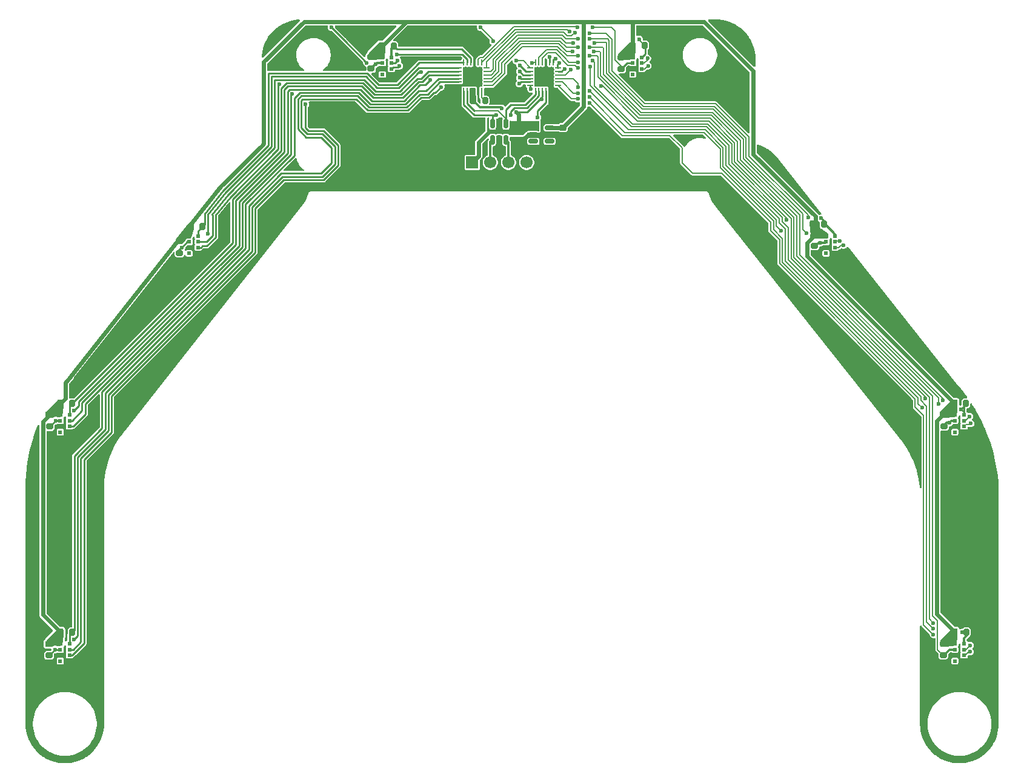
<source format=gbr>
%TF.GenerationSoftware,KiCad,Pcbnew,9.0.1*%
%TF.CreationDate,2025-05-06T09:20:45+02:00*%
%TF.ProjectId,lijnsensor V2 met IO_expander,6c696a6e-7365-46e7-936f-72205632206d,rev?*%
%TF.SameCoordinates,Original*%
%TF.FileFunction,Copper,L1,Top*%
%TF.FilePolarity,Positive*%
%FSLAX46Y46*%
G04 Gerber Fmt 4.6, Leading zero omitted, Abs format (unit mm)*
G04 Created by KiCad (PCBNEW 9.0.1) date 2025-05-06 09:20:45*
%MOMM*%
%LPD*%
G01*
G04 APERTURE LIST*
G04 Aperture macros list*
%AMRoundRect*
0 Rectangle with rounded corners*
0 $1 Rounding radius*
0 $2 $3 $4 $5 $6 $7 $8 $9 X,Y pos of 4 corners*
0 Add a 4 corners polygon primitive as box body*
4,1,4,$2,$3,$4,$5,$6,$7,$8,$9,$2,$3,0*
0 Add four circle primitives for the rounded corners*
1,1,$1+$1,$2,$3*
1,1,$1+$1,$4,$5*
1,1,$1+$1,$6,$7*
1,1,$1+$1,$8,$9*
0 Add four rect primitives between the rounded corners*
20,1,$1+$1,$2,$3,$4,$5,0*
20,1,$1+$1,$4,$5,$6,$7,0*
20,1,$1+$1,$6,$7,$8,$9,0*
20,1,$1+$1,$8,$9,$2,$3,0*%
%AMOutline5P*
0 Free polygon, 5 corners , with rotation*
0 The origin of the aperture is its center*
0 number of corners: always 5*
0 $1 to $10 corner X, Y*
0 $11 Rotation angle, in degrees counterclockwise*
0 create outline with 5 corners*
4,1,5,$1,$2,$3,$4,$5,$6,$7,$8,$9,$10,$1,$2,$11*%
%AMOutline6P*
0 Free polygon, 6 corners , with rotation*
0 The origin of the aperture is its center*
0 number of corners: always 6*
0 $1 to $12 corner X, Y*
0 $13 Rotation angle, in degrees counterclockwise*
0 create outline with 6 corners*
4,1,6,$1,$2,$3,$4,$5,$6,$7,$8,$9,$10,$11,$12,$1,$2,$13*%
%AMOutline7P*
0 Free polygon, 7 corners , with rotation*
0 The origin of the aperture is its center*
0 number of corners: always 7*
0 $1 to $14 corner X, Y*
0 $15 Rotation angle, in degrees counterclockwise*
0 create outline with 7 corners*
4,1,7,$1,$2,$3,$4,$5,$6,$7,$8,$9,$10,$11,$12,$13,$14,$1,$2,$15*%
%AMOutline8P*
0 Free polygon, 8 corners , with rotation*
0 The origin of the aperture is its center*
0 number of corners: always 8*
0 $1 to $16 corner X, Y*
0 $17 Rotation angle, in degrees counterclockwise*
0 create outline with 8 corners*
4,1,8,$1,$2,$3,$4,$5,$6,$7,$8,$9,$10,$11,$12,$13,$14,$15,$16,$1,$2,$17*%
G04 Aperture macros list end*
%TA.AperFunction,SMDPad,CuDef*%
%ADD10RoundRect,0.200000X-0.275000X0.200000X-0.275000X-0.200000X0.275000X-0.200000X0.275000X0.200000X0*%
%TD*%
%TA.AperFunction,SMDPad,CuDef*%
%ADD11RoundRect,0.062500X0.350000X0.062500X-0.350000X0.062500X-0.350000X-0.062500X0.350000X-0.062500X0*%
%TD*%
%TA.AperFunction,SMDPad,CuDef*%
%ADD12RoundRect,0.062500X0.062500X0.350000X-0.062500X0.350000X-0.062500X-0.350000X0.062500X-0.350000X0*%
%TD*%
%TA.AperFunction,HeatsinkPad*%
%ADD13R,2.700000X2.700000*%
%TD*%
%TA.AperFunction,SMDPad,CuDef*%
%ADD14Outline5P,-0.287500X0.244000X0.287500X0.244000X0.287500X-0.067100X0.110600X-0.244000X-0.287500X-0.244000X0.000000*%
%TD*%
%TA.AperFunction,SMDPad,CuDef*%
%ADD15R,0.575000X0.488000*%
%TD*%
%TA.AperFunction,ComponentPad*%
%ADD16R,1.700000X1.700000*%
%TD*%
%TA.AperFunction,ComponentPad*%
%ADD17C,1.700000*%
%TD*%
%TA.AperFunction,SMDPad,CuDef*%
%ADD18RoundRect,0.225000X-0.250000X0.225000X-0.250000X-0.225000X0.250000X-0.225000X0.250000X0.225000X0*%
%TD*%
%TA.AperFunction,SMDPad,CuDef*%
%ADD19RoundRect,0.150000X-0.512500X-0.150000X0.512500X-0.150000X0.512500X0.150000X-0.512500X0.150000X0*%
%TD*%
%TA.AperFunction,SMDPad,CuDef*%
%ADD20RoundRect,0.200000X-0.200000X-0.275000X0.200000X-0.275000X0.200000X0.275000X-0.200000X0.275000X0*%
%TD*%
%TA.AperFunction,SMDPad,CuDef*%
%ADD21RoundRect,0.150000X0.150000X-0.512500X0.150000X0.512500X-0.150000X0.512500X-0.150000X-0.512500X0*%
%TD*%
%TA.AperFunction,ViaPad*%
%ADD22C,0.600000*%
%TD*%
%TA.AperFunction,ViaPad*%
%ADD23C,0.500000*%
%TD*%
%TA.AperFunction,Conductor*%
%ADD24C,0.300000*%
%TD*%
%TA.AperFunction,Conductor*%
%ADD25C,0.250000*%
%TD*%
%TA.AperFunction,Conductor*%
%ADD26C,0.200000*%
%TD*%
%TA.AperFunction,Conductor*%
%ADD27C,0.600000*%
%TD*%
G04 APERTURE END LIST*
D10*
%TO.P,R16,1*%
%TO.N,+1V8*%
X53900000Y-106775000D03*
%TO.P,R16,2*%
%TO.N,Net-(U10-SCL)*%
X53900000Y-108425000D03*
%TD*%
D11*
%TO.P,U12,1,P00*%
%TO.N,Net-(U12-P00)*%
X124962500Y-60750000D03*
%TO.P,U12,2,P01*%
%TO.N,Net-(U12-P01)*%
X124962500Y-60250000D03*
%TO.P,U12,3,P02*%
%TO.N,Net-(U12-P02)*%
X124962500Y-59750000D03*
%TO.P,U12,4,P03*%
%TO.N,Net-(U12-P03)*%
X124962500Y-59250000D03*
%TO.P,U12,5,P04*%
%TO.N,Net-(U12-P04)*%
X124962500Y-58750000D03*
%TO.P,U12,6,P05*%
%TO.N,Net-(U12-P05)*%
X124962500Y-58250000D03*
D12*
%TO.P,U12,7,P06*%
%TO.N,Net-(U10-GPIO)*%
X124250000Y-57537500D03*
%TO.P,U12,8,P07*%
%TO.N,Net-(U11-GPIO)*%
X123750000Y-57537500D03*
%TO.P,U12,9,GND*%
%TO.N,GND*%
X123250000Y-57537500D03*
%TO.P,U12,10,P10*%
%TO.N,Net-(U12-P10)*%
X122750000Y-57537500D03*
%TO.P,U12,11,P11*%
%TO.N,Net-(U12-P11)*%
X122250000Y-57537500D03*
%TO.P,U12,12,P12*%
%TO.N,Net-(U12-P12)*%
X121750000Y-57537500D03*
D11*
%TO.P,U12,13,P13*%
%TO.N,Net-(U12-P13)*%
X121037500Y-58250000D03*
%TO.P,U12,14,P14*%
%TO.N,Net-(U12-P14)*%
X121037500Y-58750000D03*
%TO.P,U12,15,P15*%
%TO.N,Net-(U12-P15)*%
X121037500Y-59250000D03*
%TO.P,U12,16,P16*%
%TO.N,Net-(U10-INT)*%
X121037500Y-59750000D03*
%TO.P,U12,17,P17*%
%TO.N,Net-(U11-INT)*%
X121037500Y-60250000D03*
%TO.P,U12,18,A0*%
%TO.N,+3.3V*%
X121037500Y-60750000D03*
D12*
%TO.P,U12,19,SCL*%
%TO.N,/SDA*%
X121750000Y-61462500D03*
%TO.P,U12,20,SDA*%
%TO.N,/SCL*%
X122250000Y-61462500D03*
%TO.P,U12,21,VCC*%
%TO.N,+3.3V*%
X122750000Y-61462500D03*
%TO.P,U12,22,~{INT}*%
%TO.N,/~{INT}*%
X123250000Y-61462500D03*
%TO.P,U12,23,A1*%
%TO.N,GND*%
X123750000Y-61462500D03*
%TO.P,U12,24,A2*%
X124250000Y-61462500D03*
D13*
%TO.P,U12,25,EPAD*%
X123000000Y-59500000D03*
%TD*%
D10*
%TO.P,R14,1*%
%TO.N,+1V8*%
X72025000Y-82490000D03*
%TO.P,R14,2*%
%TO.N,Net-(U2-SC5)*%
X72025000Y-84140000D03*
%TD*%
D14*
%TO.P,U5,1,VDD*%
%TO.N,+1V8*%
X180362000Y-106800000D03*
D15*
%TO.P,U5,2,SCL*%
%TO.N,Net-(U2-SC1)*%
X180362000Y-107600000D03*
%TO.P,U5,3,GND*%
%TO.N,GND*%
X180362000Y-108400000D03*
%TO.P,U5,4,LDR*%
%TO.N,unconnected-(U5-LDR-Pad4)*%
X180362000Y-109200000D03*
%TO.P,U5,5,PGND*%
%TO.N,GND*%
X181638000Y-109200000D03*
%TO.P,U5,6,GPIO*%
%TO.N,Net-(U12-P01)*%
X181638000Y-108400000D03*
%TO.P,U5,7,INT*%
%TO.N,Net-(U12-P11)*%
X181638000Y-107600000D03*
%TO.P,U5,8,SDA*%
%TO.N,Net-(U2-SD1)*%
X181638000Y-106800000D03*
%TD*%
D14*
%TO.P,U4,1,VDD*%
%TO.N,+1V8*%
X180362000Y-138800000D03*
D15*
%TO.P,U4,2,SCL*%
%TO.N,Net-(U2-SC0)*%
X180362000Y-139600000D03*
%TO.P,U4,3,GND*%
%TO.N,GND*%
X180362000Y-140400000D03*
%TO.P,U4,4,LDR*%
%TO.N,unconnected-(U4-LDR-Pad4)*%
X180362000Y-141200000D03*
%TO.P,U4,5,PGND*%
%TO.N,GND*%
X181638000Y-141200000D03*
%TO.P,U4,6,GPIO*%
%TO.N,Net-(U12-P00)*%
X181638000Y-140400000D03*
%TO.P,U4,7,INT*%
%TO.N,Net-(U12-P10)*%
X181638000Y-139600000D03*
%TO.P,U4,8,SDA*%
%TO.N,Net-(U2-SD0)*%
X181638000Y-138800000D03*
%TD*%
D14*
%TO.P,U9,1,VDD*%
%TO.N,+1V8*%
X73362000Y-81800000D03*
D15*
%TO.P,U9,2,SCL*%
%TO.N,Net-(U2-SC5)*%
X73362000Y-82600000D03*
%TO.P,U9,3,GND*%
%TO.N,GND*%
X73362000Y-83400000D03*
%TO.P,U9,4,LDR*%
%TO.N,unconnected-(U9-LDR-Pad4)*%
X73362000Y-84200000D03*
%TO.P,U9,5,PGND*%
%TO.N,GND*%
X74638000Y-84200000D03*
%TO.P,U9,6,GPIO*%
%TO.N,Net-(U12-P05)*%
X74638000Y-83400000D03*
%TO.P,U9,7,INT*%
%TO.N,Net-(U12-P15)*%
X74638000Y-82600000D03*
%TO.P,U9,8,SDA*%
%TO.N,Net-(U2-SD5)*%
X74638000Y-81800000D03*
%TD*%
D14*
%TO.P,U6,1,VDD*%
%TO.N,+1V8*%
X162362000Y-81800000D03*
D15*
%TO.P,U6,2,SCL*%
%TO.N,Net-(U2-SD2)*%
X162362000Y-82600000D03*
%TO.P,U6,3,GND*%
%TO.N,GND*%
X162362000Y-83400000D03*
%TO.P,U6,4,LDR*%
%TO.N,unconnected-(U6-LDR-Pad4)*%
X162362000Y-84200000D03*
%TO.P,U6,5,PGND*%
%TO.N,GND*%
X163638000Y-84200000D03*
%TO.P,U6,6,GPIO*%
%TO.N,Net-(U12-P02)*%
X163638000Y-83400000D03*
%TO.P,U6,7,INT*%
%TO.N,Net-(U12-P12)*%
X163638000Y-82600000D03*
%TO.P,U6,8,SDA*%
%TO.N,Net-(U2-SC2)*%
X163638000Y-81800000D03*
%TD*%
D14*
%TO.P,U7,1,VDD*%
%TO.N,+1V8*%
X135362000Y-56800000D03*
D15*
%TO.P,U7,2,SCL*%
%TO.N,Net-(U2-SC3)*%
X135362000Y-57600000D03*
%TO.P,U7,3,GND*%
%TO.N,GND*%
X135362000Y-58400000D03*
%TO.P,U7,4,LDR*%
%TO.N,unconnected-(U7-LDR-Pad4)*%
X135362000Y-59200000D03*
%TO.P,U7,5,PGND*%
%TO.N,GND*%
X136638000Y-59200000D03*
%TO.P,U7,6,GPIO*%
%TO.N,Net-(U12-P03)*%
X136638000Y-58400000D03*
%TO.P,U7,7,INT*%
%TO.N,Net-(U12-P13)*%
X136638000Y-57600000D03*
%TO.P,U7,8,SDA*%
%TO.N,Net-(U2-SD3)*%
X136638000Y-56800000D03*
%TD*%
D16*
%TO.P,J2,1,Pin_1*%
%TO.N,+3.3V*%
X112920000Y-71500000D03*
D17*
%TO.P,J2,2,Pin_2*%
%TO.N,Net-(J2-Pin_2)*%
X115460000Y-71500000D03*
%TO.P,J2,3,Pin_3*%
%TO.N,Net-(J2-Pin_3)*%
X118000000Y-71500000D03*
%TO.P,J2,4,Pin_4*%
%TO.N,/~{INT}*%
X120540000Y-71500000D03*
%TO.P,J2,5,Pin_5*%
%TO.N,GND*%
X123080000Y-71500000D03*
%TD*%
D10*
%TO.P,R8,1*%
%TO.N,+1V8*%
X160770000Y-81505000D03*
%TO.P,R8,2*%
%TO.N,Net-(U2-SD2)*%
X160770000Y-83155000D03*
%TD*%
D18*
%TO.P,C2,1*%
%TO.N,+1V8*%
X125600000Y-66625000D03*
%TO.P,C2,2*%
%TO.N,GND*%
X125600000Y-68175000D03*
%TD*%
D14*
%TO.P,U10,1,VDD*%
%TO.N,+1V8*%
X55362000Y-106800000D03*
D15*
%TO.P,U10,2,SCL*%
%TO.N,Net-(U10-SCL)*%
X55362000Y-107600000D03*
%TO.P,U10,3,GND*%
%TO.N,GND*%
X55362000Y-108400000D03*
%TO.P,U10,4,LDR*%
%TO.N,unconnected-(U10-LDR-Pad4)*%
X55362000Y-109200000D03*
%TO.P,U10,5,PGND*%
%TO.N,GND*%
X56638000Y-109200000D03*
%TO.P,U10,6,GPIO*%
%TO.N,Net-(U10-GPIO)*%
X56638000Y-108400000D03*
%TO.P,U10,7,INT*%
%TO.N,Net-(U10-INT)*%
X56638000Y-107600000D03*
%TO.P,U10,8,SDA*%
%TO.N,Net-(U10-SDA)*%
X56638000Y-106800000D03*
%TD*%
D10*
%TO.P,R2,1*%
%TO.N,+1V8*%
X53800000Y-138775000D03*
%TO.P,R2,2*%
%TO.N,Net-(U11-SCL)*%
X53800000Y-140425000D03*
%TD*%
D19*
%TO.P,U3,1,IN*%
%TO.N,+3.3V*%
X121462500Y-66650000D03*
%TO.P,U3,2,GND*%
%TO.N,GND*%
X121462500Y-67600000D03*
%TO.P,U3,3,EN*%
%TO.N,+3.3V*%
X121462500Y-68550000D03*
%TO.P,U3,4,NC*%
%TO.N,unconnected-(U3-NC-Pad4)*%
X123737500Y-68550000D03*
%TO.P,U3,5,OUT*%
%TO.N,+1V8*%
X123737500Y-66650000D03*
%TD*%
D20*
%TO.P,R15,1*%
%TO.N,+1V8*%
X55375000Y-105200000D03*
%TO.P,R15,2*%
%TO.N,Net-(U10-SDA)*%
X57025000Y-105200000D03*
%TD*%
%TO.P,R1,1*%
%TO.N,+1V8*%
X55375000Y-137200000D03*
%TO.P,R1,2*%
%TO.N,Net-(U11-SDA)*%
X57025000Y-137200000D03*
%TD*%
%TO.P,R13,1*%
%TO.N,+1V8*%
X73605000Y-80470000D03*
%TO.P,R13,2*%
%TO.N,Net-(U2-SD5)*%
X75255000Y-80470000D03*
%TD*%
D21*
%TO.P,U1,1,I/O1*%
%TO.N,Net-(J2-Pin_2)*%
X115750000Y-68337500D03*
%TO.P,U1,2,GND*%
%TO.N,GND*%
X116700000Y-68337500D03*
%TO.P,U1,3,I/O2*%
%TO.N,Net-(J2-Pin_3)*%
X117650000Y-68337500D03*
%TO.P,U1,4,I/O2*%
%TO.N,/SDA*%
X117650000Y-66062500D03*
%TO.P,U1,5,VBUS*%
%TO.N,+3.3V*%
X116700000Y-66062500D03*
%TO.P,U1,6,I/O1*%
%TO.N,/SCL*%
X115750000Y-66062500D03*
%TD*%
D20*
%TO.P,R9,1*%
%TO.N,+1V8*%
X135362000Y-55150000D03*
%TO.P,R9,2*%
%TO.N,Net-(U2-SD3)*%
X137012000Y-55150000D03*
%TD*%
%TO.P,R17,1*%
%TO.N,+3.3V*%
X113075000Y-62860000D03*
%TO.P,R17,2*%
%TO.N,Net-(U2-~{RESET})*%
X114725000Y-62860000D03*
%TD*%
D18*
%TO.P,C1,1*%
%TO.N,+3.3V*%
X119400000Y-67025000D03*
%TO.P,C1,2*%
%TO.N,GND*%
X119400000Y-68575000D03*
%TD*%
D11*
%TO.P,U2,1,SD0*%
%TO.N,Net-(U2-SD0)*%
X114962500Y-60750000D03*
%TO.P,U2,2,SC0*%
%TO.N,Net-(U2-SC0)*%
X114962500Y-60250000D03*
%TO.P,U2,3,SD1*%
%TO.N,Net-(U2-SD1)*%
X114962500Y-59750000D03*
%TO.P,U2,4,SC1*%
%TO.N,Net-(U2-SC1)*%
X114962500Y-59250000D03*
%TO.P,U2,5,SD2*%
%TO.N,Net-(U2-SD2)*%
X114962500Y-58750000D03*
%TO.P,U2,6,SC2*%
%TO.N,Net-(U2-SC2)*%
X114962500Y-58250000D03*
D12*
%TO.P,U2,7,SD3*%
%TO.N,Net-(U2-SD3)*%
X114250000Y-57537500D03*
%TO.P,U2,8,SC3*%
%TO.N,Net-(U2-SC3)*%
X113750000Y-57537500D03*
%TO.P,U2,9,GND*%
%TO.N,GND*%
X113250000Y-57537500D03*
%TO.P,U2,10,SD4*%
%TO.N,Net-(U2-SD4)*%
X112750000Y-57537500D03*
%TO.P,U2,11,SC4*%
%TO.N,Net-(U2-SC4)*%
X112250000Y-57537500D03*
%TO.P,U2,12,SD5*%
%TO.N,Net-(U2-SD5)*%
X111750000Y-57537500D03*
D11*
%TO.P,U2,13,SC5*%
%TO.N,Net-(U2-SC5)*%
X111037500Y-58250000D03*
%TO.P,U2,14,SD6*%
%TO.N,Net-(U10-SDA)*%
X111037500Y-58750000D03*
%TO.P,U2,15,SC6*%
%TO.N,Net-(U10-SCL)*%
X111037500Y-59250000D03*
%TO.P,U2,16,SD7*%
%TO.N,Net-(U11-SDA)*%
X111037500Y-59750000D03*
%TO.P,U2,17,SC7*%
%TO.N,Net-(U11-SCL)*%
X111037500Y-60250000D03*
%TO.P,U2,18,A2*%
%TO.N,GND*%
X111037500Y-60750000D03*
D12*
%TO.P,U2,19,SCL*%
%TO.N,/SCL*%
X111750000Y-61462500D03*
%TO.P,U2,20,SDA*%
%TO.N,/SDA*%
X112250000Y-61462500D03*
%TO.P,U2,21,VCC*%
%TO.N,+3.3V*%
X112750000Y-61462500D03*
%TO.P,U2,22,A0*%
X113250000Y-61462500D03*
%TO.P,U2,23,A1*%
%TO.N,GND*%
X113750000Y-61462500D03*
%TO.P,U2,24,~{RESET}*%
%TO.N,Net-(U2-~{RESET})*%
X114250000Y-61462500D03*
D13*
%TO.P,U2,25,EPAD*%
%TO.N,GND*%
X113000000Y-59500000D03*
%TD*%
D10*
%TO.P,R4,1*%
%TO.N,+1V8*%
X178738000Y-138750000D03*
%TO.P,R4,2*%
%TO.N,Net-(U2-SC0)*%
X178738000Y-140400000D03*
%TD*%
D14*
%TO.P,U8,1,VDD*%
%TO.N,+1V8*%
X100362000Y-56800000D03*
D15*
%TO.P,U8,2,SCL*%
%TO.N,Net-(U2-SC4)*%
X100362000Y-57600000D03*
%TO.P,U8,3,GND*%
%TO.N,GND*%
X100362000Y-58400000D03*
%TO.P,U8,4,LDR*%
%TO.N,unconnected-(U8-LDR-Pad4)*%
X100362000Y-59200000D03*
%TO.P,U8,5,PGND*%
%TO.N,GND*%
X101638000Y-59200000D03*
%TO.P,U8,6,GPIO*%
%TO.N,Net-(U12-P04)*%
X101638000Y-58400000D03*
%TO.P,U8,7,INT*%
%TO.N,Net-(U12-P14)*%
X101638000Y-57600000D03*
%TO.P,U8,8,SDA*%
%TO.N,Net-(U2-SD4)*%
X101638000Y-56800000D03*
%TD*%
D14*
%TO.P,U11,1,VDD*%
%TO.N,+1V8*%
X55362000Y-138800000D03*
D15*
%TO.P,U11,2,SCL*%
%TO.N,Net-(U11-SCL)*%
X55362000Y-139600000D03*
%TO.P,U11,3,GND*%
%TO.N,GND*%
X55362000Y-140400000D03*
%TO.P,U11,4,LDR*%
%TO.N,unconnected-(U11-LDR-Pad4)*%
X55362000Y-141200000D03*
%TO.P,U11,5,PGND*%
%TO.N,GND*%
X56638000Y-141200000D03*
%TO.P,U11,6,GPIO*%
%TO.N,Net-(U11-GPIO)*%
X56638000Y-140400000D03*
%TO.P,U11,7,INT*%
%TO.N,Net-(U11-INT)*%
X56638000Y-139600000D03*
%TO.P,U11,8,SDA*%
%TO.N,Net-(U11-SDA)*%
X56638000Y-138800000D03*
%TD*%
D10*
%TO.P,R10,1*%
%TO.N,+1V8*%
X133737000Y-56800000D03*
%TO.P,R10,2*%
%TO.N,Net-(U2-SC3)*%
X133737000Y-58450000D03*
%TD*%
D20*
%TO.P,R7,1*%
%TO.N,+1V8*%
X160475000Y-80100000D03*
%TO.P,R7,2*%
%TO.N,Net-(U2-SC2)*%
X162125000Y-80100000D03*
%TD*%
%TO.P,R11,1*%
%TO.N,+1V8*%
X100325000Y-55200000D03*
%TO.P,R11,2*%
%TO.N,Net-(U2-SD4)*%
X101975000Y-55200000D03*
%TD*%
%TO.P,R5,1*%
%TO.N,+1V8*%
X180250000Y-105180000D03*
%TO.P,R5,2*%
%TO.N,Net-(U2-SD1)*%
X181900000Y-105180000D03*
%TD*%
D10*
%TO.P,R6,1*%
%TO.N,+1V8*%
X178872500Y-106762500D03*
%TO.P,R6,2*%
%TO.N,Net-(U2-SC1)*%
X178872500Y-108412500D03*
%TD*%
D20*
%TO.P,R3,1*%
%TO.N,+1V8*%
X180325000Y-137150000D03*
%TO.P,R3,2*%
%TO.N,Net-(U2-SD0)*%
X181975000Y-137150000D03*
%TD*%
D10*
%TO.P,R12,1*%
%TO.N,+1V8*%
X98800000Y-56725000D03*
%TO.P,R12,2*%
%TO.N,Net-(U2-SC4)*%
X98800000Y-58375000D03*
%TD*%
D22*
%TO.N,Net-(U2-SC4)*%
X99437500Y-57737500D03*
X102387674Y-56365221D03*
%TO.N,Net-(U10-SCL)*%
X57288000Y-106174980D03*
X54725000Y-107600000D03*
%TO.N,GND*%
X99000000Y-72000000D03*
X137000000Y-71000000D03*
X165000000Y-85000000D03*
X52000000Y-114000000D03*
X95000000Y-70000000D03*
X181600000Y-110000000D03*
X60000000Y-124000000D03*
X143000000Y-53000000D03*
X68000000Y-92000000D03*
X134000000Y-69000000D03*
X103000000Y-66000000D03*
X109000000Y-74000000D03*
X54000000Y-128000000D03*
X71000000Y-97000000D03*
X62000000Y-98000000D03*
X153000000Y-80000000D03*
X146000000Y-75000000D03*
X132000000Y-69000000D03*
X94000000Y-64000000D03*
X165000000Y-98000000D03*
X131000000Y-66000000D03*
X106000000Y-74000000D03*
X93000000Y-58000000D03*
X182000000Y-120000000D03*
X170000000Y-93000000D03*
X55000000Y-118000000D03*
X51000000Y-130000000D03*
X158000000Y-89000000D03*
X180000000Y-119000000D03*
X182000000Y-128000000D03*
X52000000Y-138000000D03*
X183000000Y-124000000D03*
X70000000Y-88000000D03*
X142000000Y-57000000D03*
X176000000Y-138000000D03*
X131000000Y-74000000D03*
X178000000Y-101000000D03*
X106000000Y-69000000D03*
X185000000Y-142000000D03*
X89000000Y-77000000D03*
X163000000Y-84900000D03*
X54000000Y-131000000D03*
D23*
X122000000Y-59500000D03*
D22*
X110000000Y-72000000D03*
X177000000Y-140000000D03*
X148000000Y-75000000D03*
X69000000Y-101000000D03*
X180000000Y-116000000D03*
X180000000Y-115000000D03*
X62000000Y-97000000D03*
X185000000Y-120000000D03*
X51000000Y-147000000D03*
X60000000Y-136000000D03*
X102500000Y-58800000D03*
X168000000Y-88000000D03*
X146000000Y-62000000D03*
X141000000Y-59000000D03*
X181000000Y-127000000D03*
X180992997Y-128959770D03*
X55000000Y-131000000D03*
X185000000Y-127000000D03*
X179992997Y-128959770D03*
X54000000Y-111000000D03*
X179000000Y-119000000D03*
X148000000Y-77000000D03*
X159000000Y-76000000D03*
X77000000Y-83000000D03*
X186000000Y-117000000D03*
X168000000Y-91000000D03*
X101000000Y-75000000D03*
X131000000Y-75000000D03*
X107000000Y-69000000D03*
X106000000Y-67000000D03*
X177000000Y-147000000D03*
X183000000Y-145000000D03*
X125000000Y-74000000D03*
X64000000Y-95000000D03*
X51000000Y-128000000D03*
X183000000Y-111000000D03*
X56000000Y-130000000D03*
X138000000Y-69000000D03*
X55000000Y-130000000D03*
X54000000Y-121000000D03*
X151000000Y-61000000D03*
X123000000Y-70000000D03*
X107000000Y-66000000D03*
X71000000Y-87000000D03*
X51000000Y-141000000D03*
X93000000Y-66000000D03*
X131000000Y-70000000D03*
X69000000Y-91000000D03*
X186000000Y-133000000D03*
X51987459Y-126930891D03*
X113000000Y-66000000D03*
X130000000Y-70000000D03*
X98000000Y-68000000D03*
X186000000Y-142000000D03*
X61000000Y-148000000D03*
X185000000Y-118000000D03*
X84000000Y-81000000D03*
X63000000Y-96000000D03*
X148000000Y-76000000D03*
X135000000Y-75000000D03*
X111000000Y-72000000D03*
X185000000Y-137000000D03*
X106000000Y-75000000D03*
X116700000Y-69900000D03*
X55000000Y-113000000D03*
X170000000Y-103000000D03*
X71000000Y-90000000D03*
X156000000Y-87000000D03*
X185000000Y-113000000D03*
X74000000Y-95000000D03*
X103999291Y-74991098D03*
D23*
X123000000Y-60600000D03*
D22*
X110000000Y-63000000D03*
X52000000Y-147000000D03*
X139000000Y-59000000D03*
X116000000Y-62000000D03*
X166000000Y-89000000D03*
X57300000Y-109800000D03*
X136000000Y-73000000D03*
X98000000Y-69000000D03*
X119000000Y-74000000D03*
X54998535Y-124904072D03*
X56000000Y-136000000D03*
X128000000Y-68000000D03*
X99000000Y-73000000D03*
X173000000Y-95000000D03*
X182200000Y-109900000D03*
X139000000Y-62000000D03*
X66000000Y-94000000D03*
X164000000Y-95000000D03*
X89000000Y-75000000D03*
X176000000Y-142000000D03*
X137500000Y-58800000D03*
X178000000Y-142000000D03*
X52000000Y-145000000D03*
X107000000Y-67000000D03*
X184000000Y-135000000D03*
X64000000Y-94000000D03*
X174000000Y-97000000D03*
X103999291Y-68991098D03*
X128000000Y-70000000D03*
X186000000Y-119000000D03*
X66000000Y-92000000D03*
X65000000Y-94000000D03*
X186000000Y-121000000D03*
X55998535Y-122976932D03*
X141000000Y-72000000D03*
X180000000Y-155000000D03*
X152000000Y-80000000D03*
X186000000Y-137000000D03*
X61000000Y-112000000D03*
X51000000Y-136000000D03*
X144000000Y-61000000D03*
X100000000Y-65000000D03*
X130000000Y-75000000D03*
X54000000Y-114000000D03*
X140000000Y-60000000D03*
X184000000Y-128000000D03*
X61000000Y-114000000D03*
X183000000Y-126000000D03*
X100000000Y-72000000D03*
X60000000Y-135000000D03*
X147000000Y-76000000D03*
X56000000Y-155000000D03*
X144000000Y-75000000D03*
X166000000Y-99000000D03*
X140000000Y-55000000D03*
X101000000Y-74000000D03*
X95000000Y-74000000D03*
X61000000Y-135000000D03*
X119000000Y-75000000D03*
X178000000Y-154000000D03*
X110000000Y-70000000D03*
X150000000Y-79000000D03*
X106000000Y-72000000D03*
X110000000Y-61000000D03*
X146000000Y-74000000D03*
X60000000Y-137000000D03*
X150000000Y-63000000D03*
X146000000Y-59000000D03*
X177000000Y-99000000D03*
X63000000Y-97000000D03*
X95000000Y-67000000D03*
X147000000Y-61000000D03*
X138000000Y-72000000D03*
X150000000Y-53000000D03*
X56000000Y-120000000D03*
X121000000Y-73000000D03*
X110000000Y-66000000D03*
X71000000Y-89000000D03*
X96000000Y-74000000D03*
X149000000Y-58000000D03*
X152000000Y-57000000D03*
X184000000Y-141000000D03*
X106000000Y-64000000D03*
X183000000Y-132000000D03*
X181000000Y-155000000D03*
X136000000Y-69000000D03*
X63000000Y-110000000D03*
X55000000Y-133000000D03*
X56000000Y-113000000D03*
X50987459Y-126930891D03*
X180000000Y-127000000D03*
X98000000Y-56000000D03*
X184000000Y-127000000D03*
X61000000Y-151000000D03*
X174000000Y-106000000D03*
X86000000Y-77000000D03*
X150000000Y-58000000D03*
X183000000Y-119000000D03*
X108000000Y-69000000D03*
X150000000Y-54000000D03*
X185000000Y-136000000D03*
X186000000Y-135000000D03*
X75000000Y-86000000D03*
X184000000Y-121000000D03*
X59000000Y-109000000D03*
X180000000Y-130000000D03*
X101000000Y-68000000D03*
X55000000Y-120000000D03*
X126000000Y-73000000D03*
D23*
X123900000Y-59500000D03*
D22*
X180000000Y-131000000D03*
X163000000Y-86000000D03*
X179000000Y-114000000D03*
X133000000Y-72000000D03*
X184000000Y-123000000D03*
X75500000Y-83800000D03*
X56000000Y-121000000D03*
X50987459Y-129013088D03*
X154000000Y-81000000D03*
X180000000Y-122000000D03*
X183992997Y-128959770D03*
X184000000Y-114000000D03*
X135000000Y-73000000D03*
X52000000Y-153000000D03*
X118000000Y-74000000D03*
X56000000Y-141900000D03*
X103000000Y-69000000D03*
X72000000Y-88000000D03*
X132000000Y-67000000D03*
X128000000Y-72000000D03*
X154000000Y-83000000D03*
X100000000Y-66000000D03*
X70000000Y-90000000D03*
X142000000Y-56000000D03*
X58000000Y-143000000D03*
X169000000Y-102000000D03*
X58000000Y-103000000D03*
X59000000Y-108000000D03*
X53000000Y-137000000D03*
X55000000Y-155000000D03*
X183992997Y-124972585D03*
X52000000Y-131000000D03*
X67000000Y-103000000D03*
X60000000Y-130000000D03*
X184000000Y-140000000D03*
X102000000Y-74000000D03*
X166000000Y-101000000D03*
X141000000Y-54000000D03*
X54000000Y-124000000D03*
X107000000Y-64000000D03*
X163000000Y-96000000D03*
X114000000Y-74000000D03*
X180000000Y-111000000D03*
X185000000Y-134000000D03*
X162000000Y-95000000D03*
X128000000Y-71000000D03*
X51998535Y-122976932D03*
X164000000Y-96000000D03*
X57000000Y-144000000D03*
X117200000Y-70200000D03*
X60000000Y-147000000D03*
X129000000Y-65000000D03*
X182992997Y-128959770D03*
X51000000Y-140000000D03*
X140000000Y-71000000D03*
X107000000Y-70000000D03*
X131000000Y-68000000D03*
X88000000Y-76000000D03*
X54000000Y-119000000D03*
X180000000Y-142000000D03*
X110000000Y-73000000D03*
X60000000Y-117000000D03*
X53000000Y-146000000D03*
X51000000Y-122000000D03*
X183000000Y-130000000D03*
X147000000Y-55000000D03*
X162000000Y-85000000D03*
X65000000Y-95000000D03*
X59000000Y-144000000D03*
X170000000Y-91000000D03*
X151000000Y-82000000D03*
X100000000Y-75000000D03*
D23*
X113000000Y-58400000D03*
D22*
X143000000Y-54000000D03*
X181000000Y-133000000D03*
X146000000Y-61000000D03*
X51998535Y-125967321D03*
X105000000Y-69000000D03*
X175000000Y-113000000D03*
X105000000Y-66000000D03*
X185000000Y-132000000D03*
X136000000Y-70000000D03*
X113000000Y-67000000D03*
X165000000Y-87000000D03*
X67000000Y-102000000D03*
X71000000Y-98000000D03*
X111000000Y-63000000D03*
X142000000Y-55000000D03*
X150000000Y-77000000D03*
X138000000Y-61000000D03*
X54000000Y-120000000D03*
X140000000Y-73000000D03*
X112000000Y-70000000D03*
X147000000Y-59000000D03*
X128000000Y-74000000D03*
X164500000Y-84500000D03*
X139000000Y-58000000D03*
X181000000Y-126000000D03*
X181000000Y-113000000D03*
X86000000Y-76000000D03*
X65000000Y-93000000D03*
X151000000Y-78000000D03*
X157000000Y-74000000D03*
X169000000Y-92000000D03*
X153000000Y-70000000D03*
X65000000Y-107000000D03*
X137000000Y-53000000D03*
X136000000Y-61000000D03*
X54998535Y-125967321D03*
X51000000Y-124000000D03*
X138000000Y-53000000D03*
X51000000Y-144000000D03*
X56000000Y-135000000D03*
X119000000Y-73000000D03*
X60000000Y-140000000D03*
X54998535Y-115002561D03*
X59000000Y-101000000D03*
X134000000Y-73000000D03*
X123000000Y-75000000D03*
X108000000Y-74000000D03*
X147000000Y-52000000D03*
X132000000Y-73000000D03*
X109000000Y-75000000D03*
X84000000Y-78000000D03*
X141000000Y-57000000D03*
X148000000Y-61000000D03*
X130000000Y-67000000D03*
X51000000Y-149000000D03*
X114000000Y-66000000D03*
X162000000Y-93000000D03*
X117000000Y-74000000D03*
X149000000Y-62000000D03*
X60000000Y-128000000D03*
X60000000Y-132000000D03*
X157000000Y-88000000D03*
X107000000Y-75000000D03*
X127000000Y-75000000D03*
X174000000Y-110000000D03*
X125000000Y-62000000D03*
X182500000Y-109400000D03*
X148000000Y-57000000D03*
X106000000Y-65000000D03*
X94000000Y-56000000D03*
X137000000Y-69000000D03*
X61000000Y-113000000D03*
X129000000Y-67000000D03*
X52000000Y-132000000D03*
X129000000Y-72000000D03*
X60000000Y-101000000D03*
X56000000Y-112000000D03*
X184000000Y-113000000D03*
X179000000Y-110000000D03*
X97000000Y-64000000D03*
X145000000Y-61000000D03*
X91000000Y-64000000D03*
X174000000Y-105000000D03*
X172000000Y-103000000D03*
X171000000Y-107000000D03*
X77000000Y-92000000D03*
X60000000Y-118000000D03*
X183000000Y-143000000D03*
X66000000Y-93000000D03*
X103999291Y-65991098D03*
X186000000Y-124000000D03*
X51000000Y-138000000D03*
X101000000Y-72000000D03*
X124000000Y-64000000D03*
X150000000Y-59000000D03*
X149000000Y-57000000D03*
X183000000Y-118000000D03*
X96000000Y-66000000D03*
X108000000Y-64000000D03*
X183000000Y-141000000D03*
X72000000Y-89000000D03*
X98000000Y-75000000D03*
X61000000Y-137000000D03*
X98000000Y-66000000D03*
X112000000Y-68000000D03*
X95000000Y-71000000D03*
X61000000Y-128000000D03*
X51000000Y-121000000D03*
X184000000Y-143000000D03*
X51000000Y-135000000D03*
X54000000Y-145000000D03*
X186000000Y-140000000D03*
X152000000Y-56000000D03*
X160000000Y-93000000D03*
X103000000Y-65000000D03*
X152000000Y-83000000D03*
X61000000Y-147000000D03*
X179000000Y-128000000D03*
X138000000Y-70000000D03*
X140000000Y-56000000D03*
X138000000Y-54000000D03*
X75000000Y-94000000D03*
X95000000Y-66000000D03*
X52000000Y-140000000D03*
X56000000Y-132000000D03*
X77000000Y-84000000D03*
X138000000Y-60000000D03*
X52000000Y-135000000D03*
X112000000Y-66000000D03*
X50998535Y-122976932D03*
X174000000Y-107000000D03*
X116700000Y-70500000D03*
X136600000Y-60000000D03*
X66000000Y-104000000D03*
X87000000Y-79000000D03*
X125000000Y-64000000D03*
X186000000Y-116000000D03*
X111000000Y-73000000D03*
X105000000Y-72000000D03*
X54000000Y-133000000D03*
X99000000Y-71000000D03*
X169000000Y-103000000D03*
X55987459Y-129013088D03*
X141000000Y-60000000D03*
X148000000Y-63000000D03*
X139000000Y-53000000D03*
X70000000Y-99000000D03*
X171000000Y-106000000D03*
X103999291Y-64991098D03*
X51000000Y-142000000D03*
X145000000Y-74000000D03*
X55000000Y-121000000D03*
X51998535Y-115002561D03*
X141000000Y-70000000D03*
X148000000Y-58000000D03*
X57500000Y-109200000D03*
X99000000Y-68000000D03*
X133000000Y-70000000D03*
X102000000Y-72000000D03*
X59000000Y-145000000D03*
X129000000Y-70000000D03*
X183000000Y-120000000D03*
X97000000Y-70000000D03*
X85000000Y-78000000D03*
X147000000Y-62000000D03*
X183000000Y-115000000D03*
X59000000Y-154000000D03*
X118000000Y-61000000D03*
X55000000Y-135000000D03*
X168000000Y-90000000D03*
X55000000Y-142000000D03*
X96000000Y-70000000D03*
X88000000Y-72000000D03*
X126000000Y-70000000D03*
X176000000Y-98000000D03*
X70000000Y-89000000D03*
X149000000Y-53000000D03*
X99000000Y-69000000D03*
X132000000Y-68000000D03*
X88000000Y-78000000D03*
X165000000Y-88000000D03*
D23*
X113000000Y-60600000D03*
D22*
X111000000Y-65000000D03*
X61000000Y-131000000D03*
X155000000Y-83000000D03*
X54000000Y-117000000D03*
X54998535Y-122976932D03*
X94000000Y-75000000D03*
X130000000Y-65000000D03*
X185000000Y-123000000D03*
X60000000Y-144000000D03*
X183000000Y-122000000D03*
X114000000Y-75000000D03*
X171000000Y-94000000D03*
X97000000Y-68000000D03*
X60987459Y-126930891D03*
X52000000Y-144000000D03*
X180000000Y-113000000D03*
X180000000Y-128000000D03*
X79000000Y-89000000D03*
X120000000Y-62000000D03*
X171000000Y-104000000D03*
X103999291Y-69991098D03*
X186000000Y-127000000D03*
X135000000Y-60000000D03*
X66000000Y-95000000D03*
X68000000Y-93000000D03*
X123000000Y-74000000D03*
X115999291Y-74991098D03*
X105000000Y-73000000D03*
X127000000Y-70000000D03*
X100000000Y-70000000D03*
X62000000Y-112000000D03*
X181992997Y-111981005D03*
X119000000Y-70000000D03*
X129000000Y-74000000D03*
X182500000Y-108800000D03*
X180000000Y-117000000D03*
X177000000Y-100000000D03*
X70000000Y-100000000D03*
X177996522Y-146071121D03*
X95000000Y-58000000D03*
X176000000Y-148000000D03*
X126000000Y-63000000D03*
X168000000Y-103000000D03*
X54000000Y-130000000D03*
X185000000Y-139000000D03*
X113000000Y-74000000D03*
X103000000Y-70000000D03*
X155000000Y-86000000D03*
X170000000Y-106000000D03*
X52000000Y-122000000D03*
X173000000Y-96000000D03*
X176000000Y-147000000D03*
X51000000Y-117000000D03*
X167000000Y-99000000D03*
X61000000Y-149000000D03*
X159000000Y-92000000D03*
X181000000Y-119000000D03*
X86000000Y-54000000D03*
X175000000Y-111000000D03*
X137200000Y-59900000D03*
X51000000Y-139000000D03*
X112000000Y-65000000D03*
X135000000Y-72000000D03*
D23*
X113000000Y-59500000D03*
D22*
X115000000Y-73000000D03*
X85000000Y-54000000D03*
X105000000Y-70000000D03*
X87000000Y-75000000D03*
X179000000Y-117000000D03*
X140000000Y-54000000D03*
X142000000Y-62000000D03*
X179000000Y-124000000D03*
X153000000Y-84000000D03*
X172000000Y-108000000D03*
X151000000Y-65000000D03*
X149000000Y-79000000D03*
X102000000Y-69000000D03*
X60000000Y-119000000D03*
X179000000Y-143000000D03*
X179000000Y-101000000D03*
X98000000Y-70000000D03*
X101000000Y-66000000D03*
X135000000Y-70000000D03*
X108000000Y-63000000D03*
X166000000Y-85000000D03*
X60998535Y-115002561D03*
X184000000Y-118000000D03*
X120000000Y-70000000D03*
X169000000Y-90000000D03*
X54000000Y-142000000D03*
X129000000Y-71000000D03*
X60000000Y-139000000D03*
X105000000Y-71000000D03*
X182000000Y-143000000D03*
X129000000Y-73000000D03*
X141000000Y-61000000D03*
X96000000Y-68000000D03*
X145000000Y-60000000D03*
X56000000Y-119000000D03*
X94000000Y-57000000D03*
X104000000Y-58000000D03*
X60998535Y-125967321D03*
X51987459Y-129013088D03*
X134000000Y-71000000D03*
X97000000Y-66000000D03*
X125000000Y-72000000D03*
X61000000Y-141000000D03*
X55000000Y-128000000D03*
X185992997Y-124972585D03*
X67000000Y-94000000D03*
X60000000Y-134000000D03*
X51000000Y-114000000D03*
X89000000Y-76000000D03*
X182000000Y-133000000D03*
X148000000Y-62000000D03*
X170000000Y-102000000D03*
X103999291Y-70991098D03*
X180992997Y-111981005D03*
X151000000Y-63000000D03*
X186000000Y-148000000D03*
X129000000Y-69000000D03*
X148000000Y-60000000D03*
X87000000Y-78000000D03*
X125000000Y-70000000D03*
X64000000Y-104000000D03*
X163000000Y-94000000D03*
X185000000Y-135000000D03*
X151000000Y-80000000D03*
X88000000Y-52000000D03*
X61000000Y-118000000D03*
X53000000Y-143000000D03*
X61000000Y-100000000D03*
X52000000Y-119000000D03*
X84000000Y-82000000D03*
X64000000Y-106000000D03*
X183000000Y-110000000D03*
X130000000Y-68000000D03*
X103000000Y-75000000D03*
X60000000Y-131000000D03*
X179000000Y-134000000D03*
X184000000Y-110000000D03*
X181992997Y-128959770D03*
X151000000Y-81000000D03*
X76000000Y-93000000D03*
X95000000Y-65000000D03*
X52000000Y-136000000D03*
X184000000Y-117000000D03*
X55000000Y-111000000D03*
X183000000Y-138000000D03*
X104000000Y-57000000D03*
X169000000Y-89000000D03*
X134000000Y-74000000D03*
X55000000Y-116000000D03*
X136000000Y-74000000D03*
X97000000Y-71000000D03*
X140000000Y-62000000D03*
X185000000Y-111000000D03*
X99000000Y-65000000D03*
X185000000Y-121000000D03*
X53000000Y-154000000D03*
X137500000Y-59400000D03*
X183000000Y-127000000D03*
X129000000Y-75000000D03*
X185996522Y-146071121D03*
X99000000Y-70000000D03*
X134000000Y-72000000D03*
X150000000Y-64000000D03*
X157000000Y-89000000D03*
X126000000Y-65000000D03*
X85000000Y-81000000D03*
X94000000Y-65000000D03*
X150000000Y-55000000D03*
X110000000Y-71000000D03*
X54000000Y-116000000D03*
X186000000Y-130000000D03*
X181000000Y-120000000D03*
X165000000Y-97000000D03*
X168000000Y-89000000D03*
X53998535Y-115002561D03*
X180000000Y-145000000D03*
X110000000Y-74000000D03*
X177000000Y-153000000D03*
X60000000Y-99000000D03*
X179000000Y-113000000D03*
X150000000Y-65000000D03*
X72000000Y-98000000D03*
X156000000Y-72000000D03*
X184996522Y-146071121D03*
X182000000Y-145000000D03*
X70000000Y-86000000D03*
X142000000Y-53000000D03*
X127000000Y-68000000D03*
X93000000Y-65000000D03*
X51000000Y-133000000D03*
X178992997Y-111981005D03*
X184000000Y-124000000D03*
X167000000Y-102000000D03*
X159000000Y-91000000D03*
X126000000Y-75000000D03*
X138000000Y-62000000D03*
X128000000Y-69000000D03*
X78000000Y-80000000D03*
X52000000Y-134000000D03*
X64000000Y-96000000D03*
X171000000Y-92000000D03*
X56100000Y-109900000D03*
X56000000Y-122000000D03*
X160000000Y-92000000D03*
X54000000Y-134000000D03*
X91000000Y-65000000D03*
X51998535Y-124904072D03*
X139000000Y-72000000D03*
X183000000Y-137000000D03*
X53987459Y-126930891D03*
X58000000Y-144000000D03*
X171000000Y-103000000D03*
X182400000Y-141300000D03*
X184000000Y-115000000D03*
X184000000Y-109000000D03*
X144000000Y-53000000D03*
X140000000Y-53000000D03*
X86000000Y-79000000D03*
X61000000Y-119000000D03*
X183000000Y-134000000D03*
X78000000Y-90000000D03*
X54000000Y-132000000D03*
X179000000Y-120000000D03*
X96000000Y-72000000D03*
X100000000Y-69000000D03*
X61000000Y-139000000D03*
X59987459Y-126930891D03*
X182000000Y-118000000D03*
X55000000Y-122000000D03*
X138000000Y-75000000D03*
X180500000Y-110000000D03*
X139000000Y-60000000D03*
X61000000Y-130000000D03*
X96000000Y-64000000D03*
X155000000Y-84000000D03*
X60000000Y-108000000D03*
X57500000Y-141300000D03*
X69000000Y-88000000D03*
X103999291Y-66991098D03*
X56000000Y-144000000D03*
X103000000Y-68000000D03*
X167000000Y-101000000D03*
X151000000Y-56000000D03*
X73000000Y-96000000D03*
X155000000Y-87000000D03*
X127000000Y-64000000D03*
X161000000Y-94000000D03*
X109000000Y-70000000D03*
X111000000Y-75000000D03*
X52000000Y-120000000D03*
X180000000Y-132000000D03*
X181000000Y-124000000D03*
X184000000Y-145000000D03*
X164500000Y-83900000D03*
X162000000Y-96000000D03*
X183992997Y-111981005D03*
X56000000Y-111000000D03*
X184000000Y-138000000D03*
X67000000Y-90000000D03*
X149000000Y-61000000D03*
X175000000Y-110000000D03*
X181000000Y-134000000D03*
X121000000Y-74000000D03*
X53987459Y-129013088D03*
X169000000Y-91000000D03*
X183000000Y-142000000D03*
X78000000Y-82000000D03*
X67000000Y-91000000D03*
X68000000Y-89000000D03*
X55000000Y-143000000D03*
X60000000Y-142000000D03*
X112000000Y-73000000D03*
X52000000Y-141000000D03*
X69000000Y-102000000D03*
X186000000Y-143000000D03*
X102000000Y-67000000D03*
X180992997Y-124972585D03*
X125000000Y-69000000D03*
X110000000Y-69000000D03*
X68000000Y-90000000D03*
X61000000Y-121000000D03*
X53998535Y-125967321D03*
X178000000Y-145000000D03*
X113000000Y-70000000D03*
X185000000Y-124000000D03*
X62000000Y-111000000D03*
X131000000Y-67000000D03*
X185000000Y-153000000D03*
X134000000Y-75000000D03*
X180000000Y-135000000D03*
X182000000Y-119000000D03*
X145000000Y-62000000D03*
X119000000Y-62000000D03*
X139000000Y-55000000D03*
X138000000Y-55000000D03*
X185000000Y-141000000D03*
X117000000Y-61000000D03*
X60000000Y-153000000D03*
X78000000Y-79000000D03*
X60000000Y-133000000D03*
X54000000Y-110000000D03*
X131000000Y-71000000D03*
X73000000Y-86000000D03*
X178992997Y-124972585D03*
X107000000Y-73000000D03*
X170000000Y-92000000D03*
X186000000Y-149000000D03*
X97000000Y-72000000D03*
X71000000Y-86000000D03*
X95000000Y-57000000D03*
X137000000Y-62000000D03*
X185000000Y-140000000D03*
X139000000Y-73000000D03*
X154000000Y-85000000D03*
X178000000Y-144000000D03*
X96000000Y-57000000D03*
X51000000Y-137000000D03*
X74600000Y-85000000D03*
X50998535Y-125967321D03*
X130000000Y-73000000D03*
X108000000Y-68000000D03*
X84000000Y-80000000D03*
X53000000Y-144000000D03*
X182000000Y-116000000D03*
X58000000Y-142000000D03*
X184992997Y-111981005D03*
X181000000Y-121000000D03*
X61000000Y-150000000D03*
X167000000Y-100000000D03*
X183000000Y-123000000D03*
X90000000Y-75000000D03*
X127000000Y-72000000D03*
X56000000Y-124000000D03*
X118000000Y-75000000D03*
X139000000Y-75000000D03*
X137000000Y-75000000D03*
X93000000Y-75000000D03*
X179000000Y-130000000D03*
X80000000Y-88000000D03*
X181600000Y-142000000D03*
X97000000Y-75000000D03*
X186000000Y-134000000D03*
X179000000Y-131000000D03*
X128000000Y-67000000D03*
X166000000Y-98000000D03*
X137000000Y-72000000D03*
X102000000Y-65000000D03*
X67000000Y-92000000D03*
X182000000Y-124000000D03*
X52000000Y-128000000D03*
X167000000Y-86000000D03*
X61000000Y-124000000D03*
X182000000Y-132000000D03*
X141000000Y-71000000D03*
X183000000Y-117000000D03*
X57000000Y-103000000D03*
X108000000Y-65000000D03*
X61000000Y-132000000D03*
X101000000Y-70000000D03*
X183000000Y-144000000D03*
X162000000Y-94000000D03*
X149000000Y-77000000D03*
X94000000Y-73000000D03*
X100000000Y-67000000D03*
X60000000Y-100000000D03*
X107000000Y-65000000D03*
X186000000Y-115000000D03*
X74000000Y-84900000D03*
X95000000Y-73000000D03*
X182992997Y-111981005D03*
X66000000Y-105000000D03*
X110000000Y-62000000D03*
X97000000Y-58000000D03*
X141000000Y-55000000D03*
X109000000Y-69000000D03*
X55998535Y-125967321D03*
X98000000Y-72000000D03*
X60000000Y-106000000D03*
X180000000Y-126000000D03*
X105000000Y-75000000D03*
X50998535Y-124904072D03*
X113000000Y-68000000D03*
X166000000Y-97000000D03*
X62000000Y-99000000D03*
X185000000Y-116000000D03*
X185000000Y-128000000D03*
X127000000Y-67000000D03*
X67000000Y-104000000D03*
X117000000Y-62000000D03*
X163000000Y-95000000D03*
X181000000Y-114000000D03*
X122000000Y-74000000D03*
X52000000Y-116000000D03*
X160000000Y-91000000D03*
X101000000Y-69000000D03*
X180000000Y-134000000D03*
X55998535Y-124904072D03*
X185992997Y-128959770D03*
X169000000Y-100000000D03*
X132000000Y-70000000D03*
X184000000Y-134000000D03*
X86000000Y-58000000D03*
X115999291Y-73991098D03*
X176000000Y-143000000D03*
X96000000Y-65000000D03*
X126000000Y-74000000D03*
X180000000Y-120000000D03*
X61000000Y-140000000D03*
X164000000Y-87000000D03*
X59000000Y-140000000D03*
X71000000Y-100000000D03*
X99000000Y-74000000D03*
X172000000Y-106000000D03*
X141000000Y-73000000D03*
X86000000Y-81000000D03*
X181000000Y-128000000D03*
X182000000Y-115000000D03*
X175996522Y-146071121D03*
X143000000Y-60000000D03*
X171000000Y-93000000D03*
X170000000Y-104000000D03*
X184000000Y-131000000D03*
X55000000Y-134000000D03*
X185000000Y-115000000D03*
X101000000Y-73000000D03*
X109000000Y-72000000D03*
X161000000Y-93000000D03*
X55000000Y-114000000D03*
X102000000Y-75000000D03*
X98000000Y-71000000D03*
X128000000Y-75000000D03*
D23*
X114000000Y-59500000D03*
D22*
X176000000Y-99000000D03*
X173000000Y-109000000D03*
X141000000Y-75000000D03*
X179000000Y-127000000D03*
X109000000Y-67000000D03*
X56000000Y-118000000D03*
X74000000Y-96000000D03*
X60000000Y-146000000D03*
X184000000Y-120000000D03*
X107000000Y-72000000D03*
X182000000Y-123000000D03*
X184000000Y-126000000D03*
X95000000Y-64000000D03*
X181000000Y-145000000D03*
X147000000Y-75000000D03*
X180000000Y-143000000D03*
X71000000Y-88000000D03*
X92000000Y-65000000D03*
X56000000Y-131000000D03*
X71000000Y-99000000D03*
X127000000Y-71000000D03*
X70000000Y-91000000D03*
X88000000Y-75000000D03*
X161000000Y-92000000D03*
X97000000Y-74000000D03*
X112000000Y-75000000D03*
X61000000Y-134000000D03*
X158000000Y-90000000D03*
X52000000Y-130000000D03*
X140000000Y-57000000D03*
X133000000Y-69000000D03*
X102000000Y-66000000D03*
X100000000Y-74000000D03*
X56000000Y-133000000D03*
X186000000Y-120000000D03*
X167000000Y-88000000D03*
X181000000Y-122000000D03*
X95000000Y-56000000D03*
X175000000Y-96000000D03*
X64000000Y-97000000D03*
X139000000Y-54000000D03*
X149000000Y-64000000D03*
X147000000Y-60000000D03*
X108000000Y-70000000D03*
X128000000Y-73000000D03*
X174000000Y-109000000D03*
X151000000Y-55000000D03*
X133000000Y-74000000D03*
X68000000Y-101000000D03*
X51000000Y-132000000D03*
X51000000Y-119000000D03*
X74000000Y-87000000D03*
X51000000Y-116000000D03*
X181000000Y-104000000D03*
X181000000Y-118000000D03*
X136000000Y-72000000D03*
X179800000Y-140400000D03*
X55000000Y-119000000D03*
X180000000Y-124000000D03*
X102200000Y-60000000D03*
X148000000Y-59000000D03*
X154000000Y-86000000D03*
X179000000Y-126000000D03*
X94000000Y-68000000D03*
X66000000Y-106000000D03*
X183996522Y-146071121D03*
X121000000Y-75000000D03*
X88000000Y-77000000D03*
X82000000Y-86000000D03*
X60000000Y-114000000D03*
X156000000Y-88000000D03*
X98000000Y-74000000D03*
X186000000Y-118000000D03*
X139000000Y-69000000D03*
X50998535Y-115002561D03*
X101600000Y-60000000D03*
X177000000Y-142000000D03*
X184000000Y-122000000D03*
X176000000Y-149000000D03*
X51000000Y-151000000D03*
X144000000Y-74000000D03*
X108000000Y-71000000D03*
X186000000Y-131000000D03*
X103000000Y-67000000D03*
X69000000Y-90000000D03*
X76000000Y-92000000D03*
X77000000Y-91000000D03*
X69000000Y-100000000D03*
X130000000Y-72000000D03*
X142000000Y-73000000D03*
X57000000Y-143000000D03*
X61000000Y-144000000D03*
X178000000Y-143000000D03*
X52000000Y-124000000D03*
X150000000Y-60000000D03*
X94000000Y-66000000D03*
X153000000Y-81000000D03*
X107000000Y-68000000D03*
X133000000Y-73000000D03*
X182000000Y-144000000D03*
X151000000Y-54000000D03*
X168000000Y-101000000D03*
X181000000Y-141900000D03*
X52000000Y-139000000D03*
X182000000Y-126000000D03*
X51000000Y-131000000D03*
X174000000Y-96000000D03*
X184992997Y-128959770D03*
X176000000Y-139000000D03*
X154000000Y-84000000D03*
X164000000Y-97000000D03*
X109000000Y-65000000D03*
X60000000Y-141000000D03*
X102000000Y-68000000D03*
X111000000Y-62000000D03*
X180000000Y-144000000D03*
X61000000Y-142000000D03*
X150000000Y-80000000D03*
X111000000Y-70000000D03*
X115000000Y-75000000D03*
X109000000Y-62000000D03*
X116000000Y-63000000D03*
X93000000Y-64000000D03*
X116200000Y-69600000D03*
X135000000Y-71000000D03*
X116700000Y-69300000D03*
X179000000Y-102000000D03*
X95000000Y-72000000D03*
X185000000Y-145000000D03*
X170000000Y-105000000D03*
X149000000Y-76000000D03*
X154000000Y-82000000D03*
X142000000Y-59000000D03*
X151000000Y-59000000D03*
X72000000Y-97000000D03*
X73000000Y-95000000D03*
X183000000Y-131000000D03*
X56000000Y-145000000D03*
X102000000Y-71000000D03*
X185000000Y-144000000D03*
X85000000Y-82000000D03*
X95000000Y-75000000D03*
X174000000Y-95000000D03*
X138000000Y-56000000D03*
X165000000Y-86000000D03*
X175000000Y-107000000D03*
X55000000Y-112000000D03*
X59000000Y-141000000D03*
X148000000Y-52000000D03*
X70000000Y-101000000D03*
X176000000Y-150000000D03*
X175000000Y-97000000D03*
X173000000Y-107000000D03*
X56000000Y-114000000D03*
X186000000Y-144000000D03*
X146000000Y-54000000D03*
X179000000Y-115000000D03*
X59000000Y-142000000D03*
X184000000Y-133000000D03*
X138000000Y-73000000D03*
X61000000Y-136000000D03*
X59000000Y-102000000D03*
X101000000Y-67000000D03*
X110000000Y-64000000D03*
X167000000Y-90000000D03*
X52000000Y-142000000D03*
X78000000Y-91000000D03*
X52000000Y-118000000D03*
X136000000Y-75000000D03*
X117000000Y-73000000D03*
X183000000Y-136000000D03*
X172000000Y-93000000D03*
X172000000Y-105000000D03*
X151000000Y-62000000D03*
X72000000Y-87000000D03*
X180000000Y-118000000D03*
X85000000Y-55000000D03*
X122000000Y-73000000D03*
X181000000Y-123000000D03*
X180000000Y-123000000D03*
X177000000Y-139000000D03*
X99000000Y-67000000D03*
X151000000Y-64000000D03*
X160000000Y-77000000D03*
X184000000Y-132000000D03*
X57000000Y-145000000D03*
X186000000Y-150000000D03*
X52000000Y-133000000D03*
X57200000Y-141900000D03*
X70000000Y-98000000D03*
X76000000Y-85000000D03*
X73000000Y-97000000D03*
D23*
X112000000Y-59500000D03*
D22*
X126000000Y-72000000D03*
X151000000Y-66000000D03*
X184992997Y-124972585D03*
X155000000Y-85000000D03*
X166000000Y-88000000D03*
X139000000Y-61000000D03*
X133000000Y-68000000D03*
X103000000Y-73000000D03*
X117000000Y-75000000D03*
X53000000Y-142000000D03*
X139000000Y-57000000D03*
X63000000Y-95000000D03*
X68000000Y-102000000D03*
X95000000Y-68000000D03*
X120000000Y-75000000D03*
X173000000Y-105000000D03*
X181000000Y-143000000D03*
X61000000Y-116000000D03*
X143000000Y-59000000D03*
X58000000Y-110000000D03*
X113000000Y-69000000D03*
X55000000Y-132000000D03*
X155000000Y-72000000D03*
X179992997Y-124972585D03*
X92000000Y-64000000D03*
X105000000Y-74000000D03*
X164000000Y-98000000D03*
X150000000Y-62000000D03*
X186000000Y-128000000D03*
X147000000Y-74000000D03*
X179000000Y-132000000D03*
X117200000Y-69600000D03*
X154000000Y-71000000D03*
X177000000Y-141000000D03*
X84000000Y-56000000D03*
X182000000Y-114000000D03*
X111000000Y-69000000D03*
X97000000Y-67000000D03*
X167000000Y-89000000D03*
X186000000Y-123000000D03*
X128000000Y-66000000D03*
X139000000Y-70000000D03*
X173000000Y-106000000D03*
X96000000Y-75000000D03*
X124000000Y-65000000D03*
X185000000Y-126000000D03*
X184000000Y-137000000D03*
X124000000Y-74000000D03*
X129000000Y-68000000D03*
X53998535Y-122976932D03*
X126000000Y-71000000D03*
X126000000Y-64000000D03*
X184000000Y-130000000D03*
X186000000Y-141000000D03*
X186000000Y-151000000D03*
X156000000Y-73000000D03*
X142000000Y-54000000D03*
X61000000Y-133000000D03*
X142000000Y-75000000D03*
X56600000Y-142000000D03*
X109000000Y-66000000D03*
X111000000Y-74000000D03*
X186000000Y-147000000D03*
X168000000Y-102000000D03*
X182200000Y-141900000D03*
X107000000Y-71000000D03*
X53000000Y-138000000D03*
X94000000Y-58000000D03*
X143000000Y-75000000D03*
X122000000Y-72000000D03*
X185000000Y-147000000D03*
X141000000Y-58000000D03*
X65000000Y-105000000D03*
X70000000Y-87000000D03*
X52000000Y-121000000D03*
X60000000Y-143000000D03*
X115000000Y-74000000D03*
X105000000Y-68000000D03*
X141000000Y-53000000D03*
X71000000Y-85000000D03*
X60000000Y-122000000D03*
X57000000Y-155000000D03*
X127000000Y-74000000D03*
X130000000Y-66000000D03*
X107000000Y-74000000D03*
X64000000Y-107000000D03*
X179000000Y-116000000D03*
X182000000Y-155000000D03*
X164200000Y-85000000D03*
X184000000Y-139000000D03*
X54000000Y-113000000D03*
X55000000Y-117000000D03*
X51000000Y-150000000D03*
X68000000Y-91000000D03*
X130000000Y-71000000D03*
X173000000Y-110000000D03*
X61000000Y-143000000D03*
X186000000Y-138000000D03*
X96000000Y-67000000D03*
X178000000Y-100000000D03*
X140000000Y-72000000D03*
X73000000Y-85000000D03*
X68000000Y-100000000D03*
X110000000Y-75000000D03*
X69000000Y-89000000D03*
X96000000Y-69000000D03*
X183000000Y-114000000D03*
X92000000Y-75000000D03*
X182992997Y-124972585D03*
X111000000Y-68000000D03*
X84000000Y-83000000D03*
X127000000Y-73000000D03*
X185000000Y-122000000D03*
X96000000Y-58000000D03*
X163000000Y-97000000D03*
X176996522Y-146071121D03*
X142000000Y-58000000D03*
X69000000Y-99000000D03*
X163600000Y-85000000D03*
X52000000Y-137000000D03*
X100000000Y-68000000D03*
X131000000Y-72000000D03*
X185000000Y-138000000D03*
X124000000Y-63000000D03*
X109000000Y-68000000D03*
X53000000Y-145000000D03*
X176000000Y-145000000D03*
X186000000Y-139000000D03*
X108000000Y-66000000D03*
X172000000Y-95000000D03*
X60000000Y-113000000D03*
X172000000Y-107000000D03*
X185000000Y-114000000D03*
X179992997Y-111981005D03*
X66000000Y-102000000D03*
X170000000Y-90000000D03*
X143000000Y-68000000D03*
X159000000Y-90000000D03*
X75500000Y-84400000D03*
X86000000Y-80000000D03*
X59998535Y-115002561D03*
X166000000Y-86000000D03*
D23*
X123000000Y-59500000D03*
D22*
X158000000Y-91000000D03*
X140000000Y-74000000D03*
X103999291Y-72991098D03*
X56000000Y-128000000D03*
X52000000Y-112000000D03*
X66000000Y-103000000D03*
X94000000Y-67000000D03*
X182000000Y-117000000D03*
X103999291Y-71991098D03*
X61000000Y-138000000D03*
X149000000Y-63000000D03*
X111000000Y-64000000D03*
X51000000Y-146000000D03*
X183000000Y-113000000D03*
X84000000Y-79000000D03*
X59000000Y-146000000D03*
X64000000Y-109000000D03*
X55998535Y-115002561D03*
X148000000Y-56000000D03*
X143000000Y-62000000D03*
X176000000Y-141000000D03*
X56000000Y-143000000D03*
X130000000Y-69000000D03*
X173000000Y-108000000D03*
X59987459Y-129013088D03*
X175000000Y-98000000D03*
X167000000Y-87000000D03*
X183000000Y-133000000D03*
X53000000Y-136000000D03*
X184000000Y-144000000D03*
X55000000Y-124000000D03*
X67000000Y-93000000D03*
X99000000Y-66000000D03*
X184000000Y-111000000D03*
X51000000Y-120000000D03*
X174000000Y-108000000D03*
X181000000Y-117000000D03*
X55000000Y-144000000D03*
X102000000Y-73000000D03*
X137000000Y-61000000D03*
X112000000Y-67000000D03*
X111000000Y-71000000D03*
X91000000Y-75000000D03*
X67000000Y-105000000D03*
X120000000Y-73000000D03*
X177000000Y-145000000D03*
X96000000Y-73000000D03*
X61000000Y-117000000D03*
X184000000Y-116000000D03*
X123000000Y-65000000D03*
X59998535Y-122976932D03*
X125000000Y-73000000D03*
X52000000Y-110000000D03*
X64000000Y-105000000D03*
X111000000Y-67000000D03*
X124000000Y-75000000D03*
X133000000Y-71000000D03*
X182000000Y-136000000D03*
X143000000Y-74000000D03*
X134000000Y-70000000D03*
X54987459Y-126930891D03*
X56000000Y-134000000D03*
X54000000Y-122000000D03*
X181992997Y-124972585D03*
X178992997Y-128959770D03*
X60000000Y-121000000D03*
X180000000Y-133000000D03*
X117000000Y-63000000D03*
X105000000Y-65000000D03*
X181000000Y-116000000D03*
X60998535Y-124904072D03*
X158000000Y-75000000D03*
X182000000Y-135000000D03*
X108000000Y-73000000D03*
X154000000Y-70000000D03*
X166000000Y-87000000D03*
X181000000Y-132000000D03*
X115999291Y-72991098D03*
X116200000Y-70200000D03*
X56000000Y-117000000D03*
X106000000Y-66000000D03*
X86000000Y-78000000D03*
X57000000Y-111000000D03*
X106000000Y-68000000D03*
X87000000Y-53000000D03*
X51000000Y-143000000D03*
X78000000Y-83000000D03*
X51000000Y-118000000D03*
X74000000Y-86000000D03*
X110000000Y-65000000D03*
X65000000Y-96000000D03*
X111000000Y-66000000D03*
X183000000Y-128000000D03*
X108000000Y-75000000D03*
X85000000Y-77000000D03*
X149000000Y-59000000D03*
X64000000Y-108000000D03*
X127000000Y-69000000D03*
X144000000Y-62000000D03*
X60000000Y-116000000D03*
X67000000Y-101000000D03*
X56000000Y-116000000D03*
X109000000Y-64000000D03*
X146000000Y-60000000D03*
X142000000Y-60000000D03*
X55000000Y-145000000D03*
X169000000Y-101000000D03*
X109000000Y-71000000D03*
X61000000Y-145000000D03*
X149000000Y-78000000D03*
X139000000Y-56000000D03*
X179000000Y-142000000D03*
X73000000Y-88000000D03*
X63000000Y-98000000D03*
X108000000Y-72000000D03*
X171000000Y-102000000D03*
X114000000Y-67000000D03*
X100500000Y-60000000D03*
X186000000Y-136000000D03*
X144000000Y-60000000D03*
X75200000Y-84900000D03*
X60000000Y-120000000D03*
X150000000Y-81000000D03*
X52000000Y-143000000D03*
X182000000Y-131000000D03*
X174000000Y-111000000D03*
X132000000Y-75000000D03*
X131000000Y-73000000D03*
X94000000Y-74000000D03*
X103999291Y-67991098D03*
X176000000Y-151000000D03*
X131000000Y-69000000D03*
X140000000Y-69000000D03*
X184000000Y-136000000D03*
X100000000Y-73000000D03*
X125000000Y-71000000D03*
X103999291Y-73991098D03*
X106000000Y-71000000D03*
X179000000Y-111000000D03*
X51000000Y-134000000D03*
X182500000Y-140700000D03*
X106000000Y-70000000D03*
X137000000Y-73000000D03*
X120000000Y-74000000D03*
X102000000Y-70000000D03*
X110000000Y-67000000D03*
X181000000Y-131000000D03*
X60000000Y-107000000D03*
X55987459Y-126930891D03*
X184000000Y-119000000D03*
X142000000Y-61000000D03*
X54000000Y-143000000D03*
X59000000Y-143000000D03*
X184000000Y-154000000D03*
X181000000Y-130000000D03*
X60998535Y-122976932D03*
X153000000Y-83000000D03*
X91000000Y-66000000D03*
X86000000Y-53000000D03*
X113000000Y-73000000D03*
X55500000Y-110000000D03*
X186000000Y-132000000D03*
X185000000Y-119000000D03*
X175000000Y-109000000D03*
X168000000Y-100000000D03*
X151000000Y-60000000D03*
X126000000Y-69000000D03*
X85000000Y-80000000D03*
X59998535Y-125967321D03*
X182000000Y-130000000D03*
D23*
X123000000Y-58400000D03*
D22*
X170000000Y-101000000D03*
X78000000Y-81000000D03*
X182000000Y-113000000D03*
X152000000Y-79000000D03*
X60987459Y-129013088D03*
X147000000Y-77000000D03*
X103000000Y-72000000D03*
X97000000Y-73000000D03*
X153000000Y-82000000D03*
X167000000Y-98000000D03*
X57000000Y-104000000D03*
X186000000Y-145000000D03*
X145000000Y-53000000D03*
X136000000Y-71000000D03*
X179000000Y-118000000D03*
X179000000Y-122000000D03*
X139000000Y-74000000D03*
X175000000Y-112000000D03*
X141000000Y-62000000D03*
X53998535Y-124904072D03*
X177000000Y-144000000D03*
X61000000Y-146000000D03*
X185000000Y-133000000D03*
X148000000Y-53000000D03*
X105000000Y-67000000D03*
X106000000Y-73000000D03*
X141000000Y-74000000D03*
X181000000Y-111000000D03*
X72000000Y-86000000D03*
X92000000Y-66000000D03*
X58000000Y-102000000D03*
X61000000Y-99000000D03*
X54987459Y-129013088D03*
X138000000Y-71000000D03*
X173000000Y-104000000D03*
X132000000Y-74000000D03*
X137000000Y-74000000D03*
X142000000Y-74000000D03*
X58000000Y-145000000D03*
X172000000Y-94000000D03*
X142000000Y-68000000D03*
X68000000Y-103000000D03*
X110000000Y-68000000D03*
X179000000Y-123000000D03*
X54000000Y-112000000D03*
X109000000Y-73000000D03*
X52000000Y-117000000D03*
X185000000Y-131000000D03*
X60000000Y-138000000D03*
X61000000Y-98000000D03*
X140000000Y-70000000D03*
X109000000Y-63000000D03*
X123000000Y-73000000D03*
X100000000Y-71000000D03*
X97000000Y-69000000D03*
X139000000Y-71000000D03*
X105000000Y-57000000D03*
X183000000Y-135000000D03*
X95000000Y-69000000D03*
X182000000Y-122000000D03*
X179000000Y-133000000D03*
X150000000Y-61000000D03*
X102400000Y-59400000D03*
X135000000Y-74000000D03*
X171000000Y-105000000D03*
X169000000Y-104000000D03*
X168000000Y-99000000D03*
X166000000Y-100000000D03*
X185000000Y-117000000D03*
X172000000Y-104000000D03*
X98000000Y-73000000D03*
X124000000Y-70000000D03*
X149000000Y-54000000D03*
X74000000Y-94000000D03*
X103000000Y-74000000D03*
X124000000Y-73000000D03*
X75000000Y-93000000D03*
X72000000Y-96000000D03*
X85000000Y-58000000D03*
X182000000Y-121000000D03*
X140000000Y-59000000D03*
X69000000Y-92000000D03*
X140000000Y-58000000D03*
X118000000Y-73000000D03*
X176000000Y-140000000D03*
X118000000Y-62000000D03*
X132000000Y-71000000D03*
X56700000Y-110000000D03*
X176000000Y-144000000D03*
X125000000Y-65000000D03*
X86000000Y-57000000D03*
X182000000Y-127000000D03*
X177000000Y-143000000D03*
X98000000Y-67000000D03*
X181000000Y-115000000D03*
X138000000Y-74000000D03*
X101000000Y-65000000D03*
X186000000Y-126000000D03*
X150000000Y-78000000D03*
X179000000Y-144000000D03*
X122000000Y-75000000D03*
X132000000Y-72000000D03*
X98000000Y-65000000D03*
X151000000Y-79000000D03*
X137000000Y-70000000D03*
X173000000Y-94000000D03*
X54000000Y-144000000D03*
X181000000Y-144000000D03*
X140000000Y-61000000D03*
X103000000Y-71000000D03*
X155000000Y-71000000D03*
X141000000Y-56000000D03*
X184000000Y-142000000D03*
X180000000Y-121000000D03*
X125000000Y-75000000D03*
X175000000Y-108000000D03*
X101000000Y-71000000D03*
X65000000Y-103000000D03*
X180000000Y-114000000D03*
X147000000Y-58000000D03*
X185000000Y-130000000D03*
X65000000Y-104000000D03*
X152000000Y-81000000D03*
X130000000Y-74000000D03*
X73000000Y-87000000D03*
X145000000Y-75000000D03*
X96000000Y-71000000D03*
X61000000Y-120000000D03*
X54000000Y-118000000D03*
X81000000Y-87000000D03*
X114000000Y-73000000D03*
X52000000Y-111000000D03*
X183000000Y-116000000D03*
X61000000Y-122000000D03*
X148000000Y-78000000D03*
X180000000Y-103000000D03*
X59998535Y-124904072D03*
X97000000Y-65000000D03*
X51000000Y-148000000D03*
X179000000Y-145000000D03*
X182000000Y-134000000D03*
X179000000Y-121000000D03*
X185000000Y-143000000D03*
X112000000Y-69000000D03*
X112000000Y-74000000D03*
X108000000Y-67000000D03*
X99000000Y-75000000D03*
X60000000Y-145000000D03*
X135000000Y-69000000D03*
X149000000Y-60000000D03*
X129000000Y-66000000D03*
X152000000Y-82000000D03*
X186000000Y-122000000D03*
X133000000Y-75000000D03*
X87000000Y-77000000D03*
X125000000Y-63000000D03*
X183000000Y-121000000D03*
X87000000Y-76000000D03*
X181000000Y-135000000D03*
X140000000Y-75000000D03*
X52000000Y-146000000D03*
X165000000Y-96000000D03*
X143000000Y-61000000D03*
X164000000Y-86000000D03*
X182000000Y-111000000D03*
X65000000Y-106000000D03*
X51000000Y-145000000D03*
X52000000Y-113000000D03*
X136000000Y-59800000D03*
X113000000Y-75000000D03*
X165000000Y-99000000D03*
X85000000Y-79000000D03*
%TO.N,/SCL*%
X116250000Y-64905000D03*
X118275000Y-64900000D03*
%TO.N,Net-(U2-SC0)*%
X129933523Y-56002997D03*
X126980193Y-56002997D03*
%TO.N,Net-(U2-SC1)*%
X127032995Y-54792311D03*
X179600000Y-107900000D03*
X129966329Y-54801006D03*
X178721814Y-104778186D03*
%TO.N,Net-(U2-SC2)*%
X127288610Y-53324832D03*
X129300000Y-53401003D03*
X159859663Y-79140337D03*
X161675000Y-79290589D03*
%TO.N,+3.3V*%
X121125000Y-61253204D03*
X121460000Y-68550000D03*
X121462500Y-66650000D03*
X122641001Y-62654847D03*
X117049189Y-63915306D03*
X119092690Y-64467348D03*
%TO.N,Net-(U2-SC3)*%
X127631418Y-52602000D03*
X129750000Y-52602000D03*
%TO.N,Net-(U2-SC5)*%
X72327387Y-83407387D03*
X76000000Y-81500000D03*
%TO.N,Net-(U11-SCL)*%
X54625000Y-139600000D03*
X57263000Y-138174917D03*
%TO.N,Net-(U2-SD1)*%
X127700000Y-55402997D03*
X178092953Y-105272695D03*
X129300000Y-55402997D03*
X181250000Y-106000000D03*
%TO.N,Net-(U2-SD0)*%
X181400000Y-137200000D03*
X129300000Y-56602997D03*
X127700000Y-56602997D03*
X177362000Y-135868236D03*
%TO.N,Net-(U2-SD2)*%
X127700000Y-54201997D03*
X129300000Y-54201006D03*
X161600000Y-82700000D03*
X159660000Y-81400000D03*
%TO.N,Net-(U2-SD3)*%
X126500000Y-53190311D03*
X136250000Y-54250000D03*
%TO.N,/~{INT}*%
X122070000Y-65210000D03*
%TO.N,Net-(U12-P03)*%
X126657635Y-58516399D03*
X137500000Y-58000000D03*
%TO.N,Net-(U12-P02)*%
X164815687Y-83065687D03*
X127700000Y-61000000D03*
X129300000Y-61500000D03*
X156068491Y-81017337D03*
%TO.N,Net-(U12-P01)*%
X129300000Y-62348527D03*
X127700000Y-61800003D03*
X182593095Y-108005434D03*
X175779785Y-105803030D03*
%TO.N,Net-(U12-P00)*%
X129301472Y-63198528D03*
X127700000Y-62600006D03*
X177362000Y-137500000D03*
X182500000Y-139899997D03*
%TO.N,Net-(U10-GPIO)*%
X87775901Y-61906000D03*
X124549969Y-56983791D03*
%TO.N,Net-(U11-GPIO)*%
X123737575Y-56741165D03*
X89636169Y-63377230D03*
%TO.N,Net-(U12-P10)*%
X177362000Y-136668239D03*
X129380341Y-58100000D03*
X127700000Y-58300003D03*
X182500000Y-139000000D03*
%TO.N,Net-(U12-P11)*%
X129756792Y-57259765D03*
X176198614Y-104523386D03*
X182425502Y-107000000D03*
X127700000Y-57500000D03*
%TO.N,Net-(U12-P12)*%
X121255515Y-57619485D03*
X164250000Y-82500000D03*
X130907985Y-60842015D03*
X156852277Y-79535551D03*
%TO.N,Net-(U12-P13)*%
X114088259Y-52601000D03*
X119077625Y-57279235D03*
X137425499Y-56943266D03*
X115834592Y-54537278D03*
%TO.N,Net-(U12-P04)*%
X102752983Y-58008949D03*
X125861927Y-58433622D03*
X98197724Y-57553153D03*
X93250000Y-52601000D03*
%TO.N,Net-(U12-P14)*%
X102500000Y-57250000D03*
X119575737Y-57905245D03*
%TO.N,Net-(U12-P15)*%
X105750000Y-58875000D03*
X119566211Y-58779604D03*
%TO.N,Net-(U12-P05)*%
X125050002Y-57608265D03*
X85954000Y-60553000D03*
%TO.N,Net-(U10-INT)*%
X119557958Y-59655235D03*
X107078496Y-59953496D03*
%TO.N,Net-(U11-INT)*%
X119500000Y-60500000D03*
X108573347Y-60948347D03*
%TD*%
D24*
%TO.N,Net-(U2-SC4)*%
X102387674Y-56365221D02*
X102397453Y-56375000D01*
X98800000Y-58375000D02*
X99437500Y-57737500D01*
D25*
X111541375Y-56365221D02*
X112250000Y-57073846D01*
X102387674Y-56365221D02*
X111541375Y-56365221D01*
D24*
X99575000Y-57600000D02*
X100362000Y-57600000D01*
X99437500Y-57737500D02*
X99575000Y-57600000D01*
D25*
X112250000Y-57073846D02*
X112250000Y-57537500D01*
%TO.N,Net-(U11-SDA)*%
X61200000Y-108650000D02*
X61200000Y-103576240D01*
X61200000Y-103576240D02*
X81264389Y-83511851D01*
X98705722Y-63332000D02*
X103580158Y-63332000D01*
X88109169Y-70511395D02*
X88109169Y-62458030D01*
X81264389Y-77356174D02*
X88109169Y-70511395D01*
X57342905Y-112507095D02*
X61200000Y-108650000D01*
D26*
X57025000Y-137200000D02*
X57300000Y-137200000D01*
D25*
X56638000Y-137587000D02*
X57025000Y-137200000D01*
X88109169Y-62458030D02*
X88835199Y-61732000D01*
X103580158Y-63332000D02*
X105412158Y-61500000D01*
X81264389Y-83511851D02*
X81264389Y-77356174D01*
X106500000Y-61500000D02*
X108250000Y-59750000D01*
X56638000Y-138800000D02*
X56638000Y-137587000D01*
X57342905Y-136882095D02*
X57342905Y-112507095D01*
X105412158Y-61500000D02*
X106500000Y-61500000D01*
X57025000Y-137200000D02*
X57342905Y-136882095D01*
X88835199Y-61732000D02*
X97105722Y-61732000D01*
X97105722Y-61732000D02*
X98705722Y-63332000D01*
X108250000Y-59750000D02*
X111037500Y-59750000D01*
%TO.N,Net-(U10-SCL)*%
X97479342Y-60830000D02*
X87200108Y-60830000D01*
X87200108Y-60830000D02*
X86682000Y-61348108D01*
X57309794Y-106174980D02*
X57288000Y-106174980D01*
X111037500Y-59250000D02*
X106898108Y-59250000D01*
X103206538Y-62430000D02*
X99079342Y-62430000D01*
X79911389Y-76795744D02*
X79911389Y-82951421D01*
X79911389Y-82951421D02*
X57956760Y-104906050D01*
X106898108Y-59250000D02*
X105947108Y-60201000D01*
X53900000Y-108425000D02*
X54725000Y-107600000D01*
D24*
X54725000Y-107600000D02*
X55362000Y-107600000D01*
D25*
X86682000Y-61348108D02*
X86682000Y-70025134D01*
X86682000Y-70025134D02*
X79911389Y-76795744D01*
X99079342Y-62430000D02*
X97479342Y-60830000D01*
X105947108Y-60201000D02*
X105435538Y-60201000D01*
X57956760Y-105528014D02*
X57309794Y-106174980D01*
X105435538Y-60201000D02*
X103206538Y-62430000D01*
X57956760Y-104906050D02*
X57956760Y-105528014D01*
%TO.N,GND*%
X122250000Y-60426154D02*
X122250000Y-59987500D01*
D27*
X120400000Y-68000000D02*
X119825000Y-68575000D01*
D25*
X122750000Y-59987500D02*
X122750000Y-60690000D01*
D27*
X119875000Y-68575000D02*
X122800000Y-71500000D01*
D25*
X122750000Y-60690000D02*
X122720000Y-60690000D01*
D27*
X119400000Y-68575000D02*
X119875000Y-68575000D01*
X122800000Y-71500000D02*
X123080000Y-71500000D01*
X121462500Y-67600000D02*
X120800000Y-67600000D01*
X120800000Y-67600000D02*
X120400000Y-68000000D01*
D26*
%TO.N,Net-(U2-~{RESET})*%
X114250000Y-62385000D02*
X114725000Y-62860000D01*
X114250000Y-61462500D02*
X114250000Y-62385000D01*
D25*
%TO.N,Net-(U2-SD5)*%
X84427000Y-69091084D02*
X84427000Y-59026000D01*
X84427000Y-59026000D02*
X98226582Y-59026000D01*
X75255000Y-80470000D02*
X75552666Y-80172334D01*
X102459298Y-60626000D02*
X105547798Y-57537500D01*
X74638000Y-81087000D02*
X75255000Y-80470000D01*
X75552666Y-78640882D02*
X78074501Y-75443582D01*
X74638000Y-81800000D02*
X74638000Y-81087000D01*
X75552666Y-80172334D02*
X75552666Y-78640882D01*
X98226582Y-59026000D02*
X99826582Y-60626000D01*
X78074501Y-75443582D02*
X84427000Y-69091084D01*
X99826582Y-60626000D02*
X102459298Y-60626000D01*
X105547798Y-57537500D02*
X111750000Y-57537500D01*
%TO.N,/SCL*%
X116250000Y-64905000D02*
X115930000Y-64905000D01*
X122250000Y-62161964D02*
X120570616Y-63841348D01*
X118834806Y-63841348D02*
X118275000Y-64401154D01*
X122250000Y-61462500D02*
X122250000Y-62161964D01*
X120570616Y-63841348D02*
X118834806Y-63841348D01*
X113217772Y-64905000D02*
X116250000Y-64905000D01*
X115750000Y-65085000D02*
X115750000Y-66062500D01*
X115930000Y-64905000D02*
X115750000Y-65085000D01*
X111750000Y-61462500D02*
X111750000Y-63437228D01*
X118275000Y-64401154D02*
X118275000Y-64900000D01*
X111750000Y-63437228D02*
X113217772Y-64905000D01*
D26*
%TO.N,Net-(U2-SC0)*%
X117038850Y-58912450D02*
X117038850Y-57584150D01*
X114962500Y-60250000D02*
X115701300Y-60250000D01*
X157888828Y-84797970D02*
X177223000Y-104132142D01*
X126120419Y-56002997D02*
X126980193Y-56002997D01*
X119717000Y-54906000D02*
X125023422Y-54906000D01*
X157888828Y-79156472D02*
X157888828Y-84797970D01*
X149994000Y-68591400D02*
X149994000Y-71261644D01*
X125023422Y-54906000D02*
X126120419Y-56002997D01*
X115701300Y-60250000D02*
X117038850Y-58912450D01*
X130752997Y-56002997D02*
X130870000Y-56120000D01*
X149994000Y-71261644D02*
X157888828Y-79156472D01*
X117038850Y-57584150D02*
X119717000Y-54906000D01*
D24*
X179587000Y-139600000D02*
X180362000Y-139600000D01*
D26*
X129933523Y-56002997D02*
X130752997Y-56002997D01*
X177223000Y-104132142D02*
X177223000Y-134860942D01*
X177962000Y-135599942D02*
X177962000Y-139624000D01*
X146303600Y-64901000D02*
X149994000Y-68591400D01*
X177962000Y-139624000D02*
X178738000Y-140400000D01*
X136382600Y-64901000D02*
X146303600Y-64901000D01*
D24*
X178737000Y-140450000D02*
X179587000Y-139600000D01*
D26*
X177223000Y-134860942D02*
X177962000Y-135599942D01*
X130870000Y-59388400D02*
X136382600Y-64901000D01*
X130870000Y-56120000D02*
X130870000Y-59388400D01*
D25*
%TO.N,/SDA*%
X118347500Y-63390000D02*
X120384154Y-63390000D01*
X113230582Y-64280000D02*
X112250000Y-63299418D01*
X112250000Y-63299418D02*
X112250000Y-61462500D01*
D26*
X117650000Y-65366060D02*
X117650000Y-66062500D01*
D25*
X121750000Y-62024154D02*
X121750000Y-61462500D01*
X117650000Y-65400001D02*
X117650000Y-66062500D01*
D26*
X116563940Y-64280000D02*
X117650000Y-65366060D01*
X113230582Y-64280000D02*
X116563940Y-64280000D01*
D25*
X117650000Y-64087500D02*
X118347500Y-63390000D01*
X117650000Y-66062500D02*
X117650000Y-64087500D01*
X120384154Y-63390000D02*
X121750000Y-62024154D01*
D26*
%TO.N,Net-(U2-SC1)*%
X146588800Y-64052000D02*
X150796000Y-68259200D01*
X131672000Y-54750000D02*
X131672000Y-59056200D01*
X158690828Y-84465770D02*
X178721814Y-104496756D01*
X125355622Y-54104000D02*
X119384800Y-54104000D01*
X115567100Y-59250000D02*
X114962500Y-59250000D01*
X158690828Y-78824272D02*
X158690828Y-84465770D01*
X116236850Y-57251950D02*
X116236850Y-58580250D01*
D24*
X179900000Y-107600000D02*
X180362000Y-107600000D01*
D26*
X127032995Y-54792311D02*
X126043933Y-54792311D01*
D24*
X179225000Y-107900000D02*
X178800000Y-108325000D01*
D26*
X129966329Y-54801006D02*
X130017335Y-54750000D01*
X131672000Y-59056200D02*
X136667800Y-64052000D01*
X150796000Y-70929444D02*
X158690828Y-78824272D01*
X130017335Y-54750000D02*
X131672000Y-54750000D01*
X119384800Y-54104000D02*
X116236850Y-57251950D01*
D24*
X179600000Y-107900000D02*
X179900000Y-107600000D01*
D26*
X116236850Y-58580250D02*
X115567100Y-59250000D01*
X126043933Y-54792311D02*
X125355622Y-54104000D01*
X178721814Y-104496756D02*
X178721814Y-104778186D01*
X150796000Y-68259200D02*
X150796000Y-70929444D01*
X136667800Y-64052000D02*
X146588800Y-64052000D01*
D24*
X179600000Y-107900000D02*
X179225000Y-107900000D01*
D26*
%TO.N,Net-(U2-SC2)*%
X132474000Y-54250000D02*
X132474000Y-58724000D01*
X126822131Y-53791311D02*
X127288610Y-53324832D01*
X146921000Y-63250000D02*
X151598000Y-67927000D01*
X129300000Y-53401003D02*
X131625003Y-53401003D01*
D24*
X162225000Y-80150000D02*
X162225000Y-80387000D01*
D26*
X131625003Y-53401003D02*
X132474000Y-54250000D01*
X125687822Y-53302000D02*
X119052600Y-53302000D01*
X119052600Y-53302000D02*
X114962500Y-57392100D01*
D24*
X163638000Y-81563000D02*
X162225000Y-80150000D01*
X162225000Y-80150000D02*
X162225000Y-79840589D01*
D26*
X159859663Y-78858907D02*
X159859663Y-79140337D01*
X125687822Y-53302000D02*
X126177133Y-53791311D01*
D24*
X162300000Y-79915589D02*
X162300000Y-79925000D01*
X162225000Y-79840589D02*
X161675000Y-79290589D01*
D26*
X114962500Y-57392100D02*
X114962500Y-58250000D01*
X126177133Y-53791311D02*
X126822131Y-53791311D01*
X132474000Y-58724000D02*
X137000000Y-63250000D01*
X151598000Y-70597244D02*
X159859663Y-78858907D01*
X137000000Y-63250000D02*
X146921000Y-63250000D01*
X151598000Y-67927000D02*
X151598000Y-70597244D01*
D24*
X163638000Y-81800000D02*
X163638000Y-81563000D01*
D27*
%TO.N,+3.3V*%
X119400000Y-67025000D02*
X119400000Y-64774658D01*
X112920000Y-71500000D02*
X113801000Y-70619000D01*
D25*
X119092690Y-64317310D02*
X119092690Y-64467348D01*
X121462500Y-68550000D02*
X121460000Y-68550000D01*
D27*
X113801000Y-70619000D02*
X113801000Y-68699190D01*
D25*
X121037500Y-60750000D02*
X121037500Y-61165704D01*
D27*
X119400000Y-64774658D02*
X119092690Y-64467348D01*
X113801000Y-68699190D02*
X115300190Y-67200000D01*
D25*
X116923883Y-63790000D02*
X117049189Y-63915306D01*
D24*
X113075000Y-62860000D02*
X114005000Y-63790000D01*
D25*
X119092690Y-64467348D02*
X120582426Y-64467348D01*
X121037500Y-61165704D02*
X121125000Y-61253204D01*
X120582426Y-64467348D02*
X122750000Y-62299774D01*
X122750000Y-62299774D02*
X122750000Y-61462500D01*
D24*
X114005000Y-63790000D02*
X116923883Y-63790000D01*
%TO.N,Net-(U2-SD4)*%
X101638000Y-56800000D02*
X101638000Y-55537000D01*
D25*
X112750000Y-56936036D02*
X111439964Y-55626000D01*
X111439964Y-55626000D02*
X102401000Y-55626000D01*
D24*
X101638000Y-55537000D02*
X101975000Y-55200000D01*
D25*
X112750000Y-57537500D02*
X112750000Y-56936036D01*
X102401000Y-55626000D02*
X101975000Y-55200000D01*
D26*
%TO.N,Net-(U2-SC3)*%
X126501057Y-52499000D02*
X126500057Y-52500000D01*
X127631418Y-52532418D02*
X127599000Y-52500000D01*
X132875000Y-57125000D02*
X133737000Y-57987000D01*
X114035202Y-56824000D02*
X113750000Y-57109202D01*
X127631418Y-52602000D02*
X127631418Y-52532418D01*
X126999943Y-52500000D02*
X126998943Y-52499000D01*
X127599000Y-52500000D02*
X126999943Y-52500000D01*
X126500057Y-52500000D02*
X118720400Y-52500000D01*
D25*
X133657000Y-58530000D02*
X133737000Y-58450000D01*
D26*
X126998943Y-52499000D02*
X126501057Y-52499000D01*
X132875000Y-53125000D02*
X132875000Y-57125000D01*
X129750000Y-52602000D02*
X129939003Y-52602000D01*
D25*
X135362000Y-57600000D02*
X134587000Y-57600000D01*
D26*
X129940003Y-52601000D02*
X132351000Y-52601000D01*
X113750000Y-57109202D02*
X113750000Y-57537500D01*
X129939003Y-52602000D02*
X129940003Y-52601000D01*
X132351000Y-52601000D02*
X132875000Y-53125000D01*
X118720400Y-52500000D02*
X114396400Y-56824000D01*
X133737000Y-57987000D02*
X133737000Y-58450000D01*
D25*
X134587000Y-57600000D02*
X133737000Y-58450000D01*
D26*
X114396400Y-56824000D02*
X114035202Y-56824000D01*
D25*
%TO.N,Net-(U2-SC5)*%
X76017949Y-81482051D02*
X76017949Y-78779230D01*
D24*
X72327387Y-83407387D02*
X72398191Y-83407387D01*
D25*
X72327387Y-83407387D02*
X72332031Y-83407387D01*
D24*
X72025000Y-84140000D02*
X72025000Y-83709774D01*
D26*
X76000000Y-81500000D02*
X75981000Y-81481000D01*
D25*
X105473108Y-58250000D02*
X111037500Y-58250000D01*
D26*
X75981000Y-78826076D02*
X75978666Y-78823742D01*
D25*
X102646108Y-61077000D02*
X105473108Y-58250000D01*
X84878000Y-59477000D02*
X98039772Y-59477000D01*
X99639772Y-61077000D02*
X102646108Y-61077000D01*
X73139418Y-82600000D02*
X73362000Y-82600000D01*
X76017949Y-78779230D02*
X78412175Y-75743718D01*
D26*
X75981000Y-81481000D02*
X75981000Y-78826076D01*
X75978666Y-78823742D02*
X75978666Y-78788666D01*
D25*
X98039772Y-59477000D02*
X99639772Y-61077000D01*
X78412175Y-75743718D02*
X84878000Y-69277894D01*
X72332031Y-83407387D02*
X73139418Y-82600000D01*
X84878000Y-69277894D02*
X84878000Y-59477000D01*
D24*
X72025000Y-83709774D02*
X72327387Y-83407387D01*
D25*
X76000000Y-81500000D02*
X76017949Y-81482051D01*
%TO.N,Net-(U11-SCL)*%
X106686810Y-61951000D02*
X105598968Y-61951000D01*
X88560169Y-62644840D02*
X88560169Y-66830472D01*
X105598968Y-61951000D02*
X103766968Y-63783000D01*
X88560169Y-66830472D02*
X89703697Y-67974000D01*
X53800000Y-140425000D02*
X54625000Y-139600000D01*
X93276000Y-71546303D02*
X91796303Y-73026000D01*
X86232374Y-73026000D02*
X81715389Y-77542984D01*
X111037500Y-60250000D02*
X108387810Y-60250000D01*
X96918912Y-62183000D02*
X89022009Y-62183000D01*
X89703697Y-67974000D02*
X91796303Y-67974000D01*
X81715389Y-83698661D02*
X61651000Y-103763050D01*
X54625000Y-139600000D02*
X55362000Y-139600000D01*
X81715389Y-77542984D02*
X81715389Y-83698661D01*
X89022009Y-62183000D02*
X88560169Y-62644840D01*
X98518912Y-63783000D02*
X96918912Y-62183000D01*
X57793905Y-112693905D02*
X57793905Y-137655513D01*
X93276000Y-69453697D02*
X93276000Y-71546303D01*
X91796303Y-73026000D02*
X86232374Y-73026000D01*
X61651000Y-103763050D02*
X61651000Y-108836810D01*
X91796303Y-67974000D02*
X93276000Y-69453697D01*
X57793905Y-137655513D02*
X57274501Y-138174917D01*
X103766968Y-63783000D02*
X98518912Y-63783000D01*
X108387810Y-60250000D02*
X106686810Y-61951000D01*
X57274501Y-138174917D02*
X57263000Y-138174917D01*
X61651000Y-108836810D02*
X57793905Y-112693905D01*
D26*
%TO.N,Net-(U2-SD1)*%
X150395000Y-71095544D02*
X150395000Y-68425300D01*
X127700000Y-55402997D02*
X126087519Y-55402997D01*
X130182466Y-55401997D02*
X129684580Y-55401997D01*
X178092953Y-105272695D02*
X178092953Y-104434995D01*
D25*
X181638000Y-105442000D02*
X181900000Y-105180000D01*
D26*
X119550900Y-54505000D02*
X116637850Y-57418050D01*
X115634200Y-59750000D02*
X114962500Y-59750000D01*
X125189522Y-54505000D02*
X119550900Y-54505000D01*
X129684580Y-55401997D02*
X129683580Y-55402997D01*
X130183466Y-55402997D02*
X130182466Y-55401997D01*
D25*
X181900000Y-105180000D02*
X181900000Y-105350000D01*
D26*
X131271000Y-55521000D02*
X131152997Y-55402997D01*
X116637850Y-57418050D02*
X116637850Y-58746350D01*
X158289828Y-78990372D02*
X150395000Y-71095544D01*
X146469700Y-64500000D02*
X136548700Y-64500000D01*
D25*
X181638000Y-106800000D02*
X181638000Y-106388000D01*
D26*
X178092953Y-104434995D02*
X158289828Y-84631870D01*
X150395000Y-68425300D02*
X146469700Y-64500000D01*
X136548700Y-64500000D02*
X131271000Y-59222300D01*
X158289828Y-84631870D02*
X158289828Y-78990372D01*
X131152997Y-55402997D02*
X130183466Y-55402997D01*
X116637850Y-58746350D02*
X115634200Y-59750000D01*
D25*
X181638000Y-106800000D02*
X181638000Y-105442000D01*
X181900000Y-105350000D02*
X181250000Y-106000000D01*
D26*
X129683580Y-55402997D02*
X129300000Y-55402997D01*
D25*
X181638000Y-106388000D02*
X181250000Y-106000000D01*
D26*
X126087519Y-55402997D02*
X125189522Y-54505000D01*
X131271000Y-59222300D02*
X131271000Y-55521000D01*
%TO.N,Net-(U2-SD0)*%
X126154319Y-56603997D02*
X124857322Y-55307000D01*
X124857322Y-55307000D02*
X119883100Y-55307000D01*
X157487828Y-79322572D02*
X157487828Y-84964070D01*
X176822000Y-135328236D02*
X177362000Y-135868236D01*
X149593000Y-71427744D02*
X157487828Y-79322572D01*
X117470050Y-57720050D02*
X117470050Y-59048350D01*
X127699000Y-56603997D02*
X126154319Y-56603997D01*
X146137500Y-65302000D02*
X149593000Y-68757500D01*
X129300000Y-56602997D02*
X129683580Y-56602997D01*
D24*
X181638000Y-138800000D02*
X181638000Y-138062000D01*
D26*
X136216500Y-65302000D02*
X146137500Y-65302000D01*
X130353997Y-56603997D02*
X130469000Y-56719000D01*
X117470050Y-59048350D02*
X115768400Y-60750000D01*
X130469000Y-56719000D02*
X130469000Y-59554500D01*
X129683580Y-56602997D02*
X129684580Y-56603997D01*
X115768400Y-60750000D02*
X114962500Y-60750000D01*
D24*
X182012000Y-137688000D02*
X182012000Y-137150000D01*
D26*
X130469000Y-59554500D02*
X136216500Y-65302000D01*
D24*
X181400000Y-137200000D02*
X181962000Y-137200000D01*
D26*
X127700000Y-56602997D02*
X127699000Y-56603997D01*
X157487828Y-84964070D02*
X176822000Y-104298242D01*
D24*
X181638000Y-138062000D02*
X182012000Y-137688000D01*
D26*
X119883100Y-55307000D02*
X117470050Y-57720050D01*
X129684580Y-56603997D02*
X130353997Y-56603997D01*
X149593000Y-68757500D02*
X149593000Y-71427744D01*
D24*
X181962000Y-137200000D02*
X182012000Y-137150000D01*
D26*
X176822000Y-104298242D02*
X176822000Y-135328236D01*
D24*
%TO.N,Net-(U2-SD2)*%
X162262000Y-82700000D02*
X162362000Y-82600000D01*
D26*
X129300000Y-54201006D02*
X129716386Y-54201006D01*
X115835850Y-58414150D02*
X115500000Y-58750000D01*
X115835850Y-57085850D02*
X115835850Y-58414150D01*
X159091828Y-80831828D02*
X159660000Y-81400000D01*
X159091828Y-78658172D02*
X159091828Y-80831828D01*
X151197000Y-70763344D02*
X159091828Y-78658172D01*
X132073000Y-54416100D02*
X132073000Y-58890100D01*
D24*
X159700000Y-81360000D02*
X159660000Y-81400000D01*
D26*
X151197000Y-68093100D02*
X151197000Y-70763344D01*
X136833900Y-63651000D02*
X146754900Y-63651000D01*
X126010033Y-54191311D02*
X125521722Y-53703000D01*
D24*
X161350000Y-82700000D02*
X160800000Y-83250000D01*
D26*
X125521722Y-53703000D02*
X119218700Y-53703000D01*
D24*
X161600000Y-82700000D02*
X162262000Y-82700000D01*
D26*
X129717386Y-54200006D02*
X130215272Y-54200006D01*
X131857906Y-54201006D02*
X132073000Y-54416100D01*
D24*
X161600000Y-82700000D02*
X161350000Y-82700000D01*
D26*
X130216272Y-54201006D02*
X131857906Y-54201006D01*
X115500000Y-58750000D02*
X114962500Y-58750000D01*
X127700000Y-54201997D02*
X127689314Y-54191311D01*
X132073000Y-58890100D02*
X136833900Y-63651000D01*
X146754900Y-63651000D02*
X151197000Y-68093100D01*
X129716386Y-54201006D02*
X129717386Y-54200006D01*
X130215272Y-54200006D02*
X130216272Y-54201006D01*
X127689314Y-54191311D02*
X126010033Y-54191311D01*
X119218700Y-53703000D02*
X115835850Y-57085850D01*
%TO.N,Net-(U2-SD3)*%
X118886500Y-52901000D02*
X114250000Y-57537500D01*
D25*
X137116000Y-56322000D02*
X136638000Y-56800000D01*
D26*
X136250000Y-54250000D02*
X136250000Y-54388000D01*
X126500000Y-53190311D02*
X126210689Y-52901000D01*
X126210689Y-52901000D02*
X118886500Y-52901000D01*
D25*
X137012000Y-55150000D02*
X137116000Y-55254000D01*
X137116000Y-55254000D02*
X137116000Y-56322000D01*
D26*
X136250000Y-54388000D02*
X137012000Y-55150000D01*
D27*
%TO.N,+1V8*%
X83801000Y-57449000D02*
X89449000Y-51801000D01*
X159700000Y-84625000D02*
X180275000Y-105200000D01*
X103724000Y-51801000D02*
X127170000Y-51801000D01*
X56834816Y-101392580D02*
X56556167Y-101714694D01*
X123737500Y-66650000D02*
X125575000Y-66650000D01*
X160875000Y-79024302D02*
X152300000Y-70449302D01*
X56430271Y-101874311D02*
X56416702Y-101875914D01*
X128500000Y-51801000D02*
X129750000Y-51801000D01*
X77785411Y-74847374D02*
X83566393Y-69066393D01*
X56090000Y-102253576D02*
X56090000Y-104485000D01*
X129750000Y-51801000D02*
X135420000Y-51801000D01*
X135420000Y-51801000D02*
X135362000Y-51859000D01*
X83566393Y-69066393D02*
X83801000Y-68831785D01*
X160475000Y-80100000D02*
X160875000Y-79700000D01*
X177824000Y-107651000D02*
X177824000Y-134612000D01*
X52924000Y-134749000D02*
X55375000Y-137200000D01*
X56090000Y-104485000D02*
X55375000Y-105200000D01*
X71679972Y-82540028D02*
X56832750Y-101364029D01*
X178800000Y-106675000D02*
X177824000Y-107651000D01*
X89449000Y-51801000D02*
X103724000Y-51801000D01*
X73505000Y-80226172D02*
X77743569Y-74852316D01*
X152199000Y-70331785D02*
X152199000Y-58699000D01*
X145301000Y-51801000D02*
X135420000Y-51801000D01*
X56556167Y-101714694D02*
X56556166Y-101714696D01*
X103724000Y-51801000D02*
X100325000Y-55200000D01*
X71725000Y-82495000D02*
X71679972Y-82540028D01*
X152199000Y-58699000D02*
X145301000Y-51801000D01*
X52924000Y-107751000D02*
X52924000Y-134749000D01*
X177824000Y-134612000D02*
X180362000Y-137150000D01*
X127170000Y-51801000D02*
X128500000Y-51801000D01*
X160875000Y-79700000D02*
X160875000Y-79024302D01*
X73505000Y-80470000D02*
X73505000Y-80226172D01*
X128500000Y-63725000D02*
X128500000Y-51801000D01*
X152300000Y-70449302D02*
X152300000Y-70432785D01*
X125600000Y-66625000D02*
X128500000Y-63725000D01*
X53900000Y-106775000D02*
X52924000Y-107751000D01*
X160800000Y-81600000D02*
X159700000Y-82700000D01*
X152300000Y-70432785D02*
X152199000Y-70331785D01*
X71940000Y-82495000D02*
X71725000Y-82495000D01*
X56832750Y-101364029D02*
X56834816Y-101392580D01*
X56416700Y-101875916D02*
X56090000Y-102253576D01*
X56416702Y-101875914D02*
X56416700Y-101875916D01*
X83801000Y-68831785D02*
X83801000Y-57449000D01*
X159700000Y-82700000D02*
X159700000Y-84625000D01*
X77743569Y-74852316D02*
X77785411Y-74847374D01*
X56556166Y-101714696D02*
X56430271Y-101874311D01*
X135362000Y-51859000D02*
X135362000Y-55150000D01*
D24*
%TO.N,Net-(J2-Pin_2)*%
X115460000Y-68627500D02*
X115460000Y-71500000D01*
X115750000Y-68337500D02*
X115460000Y-68627500D01*
%TO.N,Net-(J2-Pin_3)*%
X117650000Y-68337500D02*
X118000000Y-68687500D01*
D25*
%TO.N,/~{INT}*%
X123266000Y-61478500D02*
X123250000Y-61462500D01*
X123246000Y-63134000D02*
X123266000Y-63134000D01*
X123266000Y-63134000D02*
X123266000Y-61478500D01*
X122070000Y-65210000D02*
X122070000Y-64310000D01*
X122070000Y-64310000D02*
X123246000Y-63134000D01*
D26*
%TO.N,Net-(U12-P03)*%
X137450057Y-58000000D02*
X137050057Y-58400000D01*
X124962500Y-59250000D02*
X125924034Y-59250000D01*
X125924034Y-59250000D02*
X126657635Y-58516399D01*
X137050057Y-58400000D02*
X136638000Y-58400000D01*
X137500000Y-58000000D02*
X137450057Y-58000000D01*
%TO.N,Net-(U12-P02)*%
X147989000Y-69421900D02*
X147989000Y-72092144D01*
X124962500Y-59750000D02*
X127000000Y-59750000D01*
X134706000Y-66906000D02*
X145473100Y-66906000D01*
X145473100Y-66906000D02*
X147989000Y-69421900D01*
X155432713Y-80381559D02*
X156068491Y-81017337D01*
X129300000Y-61500000D02*
X134706000Y-66906000D01*
X164459813Y-83065687D02*
X164125500Y-83400000D01*
X127700000Y-60450000D02*
X127700000Y-61000000D01*
X147989000Y-72092144D02*
X155432713Y-79535857D01*
X155432713Y-79535857D02*
X155432713Y-80381559D01*
X164125500Y-83400000D02*
X163638000Y-83400000D01*
X164815687Y-83065687D02*
X164459813Y-83065687D01*
X127000000Y-59750000D02*
X127700000Y-60450000D01*
%TO.N,Net-(U12-P01)*%
X156284828Y-82142414D02*
X156284828Y-85462370D01*
X147588000Y-69588000D02*
X147588000Y-72258244D01*
X182593095Y-108005434D02*
X182453529Y-108145000D01*
X134258473Y-67307000D02*
X145307000Y-67307000D01*
X129300000Y-62348527D02*
X134258473Y-67307000D01*
X124962500Y-60250000D02*
X125500000Y-60250000D01*
X175196614Y-105219859D02*
X175779785Y-105803030D01*
X127050003Y-61800003D02*
X127700000Y-61800003D01*
X182453529Y-108145000D02*
X181893000Y-108145000D01*
X145307000Y-67307000D02*
X147588000Y-69588000D01*
X175196614Y-104374156D02*
X175196614Y-105219859D01*
X147588000Y-72258244D02*
X155031713Y-79701957D01*
X125500000Y-60250000D02*
X127050003Y-61800003D01*
X155031713Y-80889299D02*
X156284828Y-82142414D01*
X156284828Y-85462370D02*
X175196614Y-104374156D01*
X155031713Y-79701957D02*
X155031713Y-80889299D01*
X181893000Y-108145000D02*
X181638000Y-108400000D01*
%TO.N,Net-(U12-P00)*%
X181638000Y-140400000D02*
X181847943Y-140400000D01*
X147761656Y-73001000D02*
X147762656Y-73000000D01*
X126812506Y-62600006D02*
X127700000Y-62600006D01*
X133852944Y-67750000D02*
X129301472Y-63198528D01*
X155883828Y-82308514D02*
X154630713Y-81055399D01*
X143714052Y-73001000D02*
X147761656Y-73001000D01*
X174795614Y-104540256D02*
X155883828Y-85628470D01*
X124962500Y-60750000D02*
X126812506Y-62600006D01*
X142249000Y-69464052D02*
X140534948Y-67750000D01*
X143714052Y-73001000D02*
X142249000Y-71535948D01*
X174795614Y-105668802D02*
X174795614Y-104540256D01*
X182347946Y-139899997D02*
X182500000Y-139899997D01*
X142249000Y-71535948D02*
X142249000Y-69464052D01*
X140534948Y-67750000D02*
X133852944Y-67750000D01*
X154630713Y-79868057D02*
X147762656Y-73000000D01*
X155883828Y-85628470D02*
X155883828Y-82308514D01*
X176000000Y-106873188D02*
X174795614Y-105668802D01*
X154630713Y-81055399D02*
X154630713Y-79868057D01*
X176000000Y-136156182D02*
X176000000Y-106873188D01*
X177362000Y-137500000D02*
X177343818Y-137500000D01*
X181847943Y-140400000D02*
X182347946Y-139899997D01*
X177343818Y-137500000D02*
X176000000Y-136156182D01*
D25*
%TO.N,Net-(U10-GPIO)*%
X57175500Y-108400000D02*
X56638000Y-108400000D01*
X87584000Y-70398754D02*
X80813389Y-77169364D01*
X124250000Y-57110591D02*
X124250000Y-57537500D01*
X58858760Y-105279670D02*
X58858760Y-106716740D01*
X80813389Y-77169364D02*
X80813389Y-83325041D01*
X87775901Y-61906000D02*
X87584000Y-62097901D01*
X124549969Y-56983791D02*
X124376800Y-56983791D01*
X87584000Y-62097901D02*
X87584000Y-70398754D01*
X124250000Y-57099002D02*
X124250000Y-57537500D01*
X58858760Y-106716740D02*
X57175500Y-108400000D01*
X80813389Y-83325041D02*
X58858760Y-105279670D01*
X124376800Y-56983791D02*
X124250000Y-57110591D01*
%TO.N,Net-(U11-GPIO)*%
X57013310Y-140400000D02*
X56638000Y-140400000D01*
X123741165Y-56741165D02*
X123750000Y-56750000D01*
X89636169Y-66630852D02*
X90077317Y-67072000D01*
X123750000Y-56750000D02*
X123750000Y-57537500D01*
X82617389Y-77916604D02*
X82617389Y-84072281D01*
X82617389Y-84072281D02*
X62553000Y-104136670D01*
X58695905Y-113067525D02*
X58695905Y-138717405D01*
X89636169Y-63377230D02*
X89636169Y-66630852D01*
X90077317Y-67072000D02*
X92169923Y-67072000D01*
X92169923Y-67072000D02*
X94178000Y-69080077D01*
X62553000Y-104136670D02*
X62553000Y-109210430D01*
X57243310Y-140170000D02*
X57013310Y-140400000D01*
X62553000Y-109210430D02*
X58695905Y-113067525D01*
X94178000Y-71919923D02*
X92169923Y-73928000D01*
X94178000Y-69080077D02*
X94178000Y-71919923D01*
X86605994Y-73928000D02*
X82617389Y-77916604D01*
X123737575Y-56741165D02*
X123741165Y-56741165D01*
X58695905Y-138717405D02*
X57251500Y-140161810D01*
X57251500Y-140161810D02*
X57251500Y-140170000D01*
X57251500Y-140170000D02*
X57243310Y-140170000D01*
X92169923Y-73928000D02*
X86605994Y-73928000D01*
D26*
%TO.N,Net-(U12-P10)*%
X127251057Y-57901000D02*
X127451057Y-58101000D01*
X129380341Y-60731414D02*
X135153927Y-66505000D01*
X129380341Y-58100000D02*
X129380341Y-60731414D01*
X123488632Y-56140165D02*
X124556286Y-56140165D01*
X155850277Y-79386321D02*
X155850277Y-79950594D01*
X182500000Y-139000000D02*
X181900000Y-139600000D01*
X156685828Y-85296270D02*
X175597614Y-104208056D01*
X124556286Y-56140165D02*
X126317122Y-57901000D01*
X126317122Y-57901000D02*
X127251057Y-57901000D01*
X175597614Y-104772329D02*
X176421000Y-105595715D01*
X122750000Y-57537500D02*
X122750000Y-56878797D01*
X127500997Y-58101000D02*
X127700000Y-58300003D01*
X122750000Y-56878797D02*
X123488632Y-56140165D01*
X176421000Y-105595715D02*
X176421000Y-135777179D01*
X177312060Y-136668239D02*
X177362000Y-136668239D01*
X127451057Y-58101000D02*
X127500997Y-58101000D01*
X135153927Y-66505000D02*
X145639200Y-66505000D01*
X145639200Y-66505000D02*
X148390000Y-69255800D01*
X148390000Y-71926044D02*
X155850277Y-79386321D01*
X175597614Y-104208056D02*
X175597614Y-104772329D01*
X156685828Y-80786145D02*
X156685828Y-85296270D01*
X181900000Y-139600000D02*
X181638000Y-139600000D01*
X155850277Y-79950594D02*
X156685828Y-80786145D01*
X176421000Y-135777179D02*
X177312060Y-136668239D01*
X148390000Y-69255800D02*
X148390000Y-71926044D01*
%TO.N,Net-(U12-P11)*%
X157086828Y-85130170D02*
X176198614Y-104241956D01*
X130000000Y-57502973D02*
X130000000Y-60783973D01*
X182425502Y-107000000D02*
X181925502Y-107500000D01*
X135320027Y-66104000D02*
X145805300Y-66104000D01*
X125753319Y-56770097D02*
X126483222Y-57500000D01*
X122250000Y-56811697D02*
X123322532Y-55739165D01*
X148791000Y-71759944D02*
X156251277Y-79220221D01*
X176198614Y-104241956D02*
X176198614Y-104523386D01*
X156251277Y-79220221D02*
X156251277Y-79784494D01*
X122250000Y-57537500D02*
X122250000Y-56811697D01*
X129756792Y-57259765D02*
X130000000Y-57502973D01*
X156251277Y-79784494D02*
X157086828Y-80620045D01*
X181925502Y-107500000D02*
X181738000Y-107500000D01*
X124722386Y-55739165D02*
X125753319Y-56770097D01*
X157086828Y-80620045D02*
X157086828Y-85130170D01*
X126483222Y-57500000D02*
X127700000Y-57500000D01*
X181738000Y-107500000D02*
X181638000Y-107600000D01*
X130000000Y-60783973D02*
X135320027Y-66104000D01*
X145805300Y-66104000D02*
X148791000Y-69089700D01*
X123322532Y-55739165D02*
X124722386Y-55739165D01*
X148791000Y-69089700D02*
X148791000Y-71759944D01*
%TO.N,Net-(U12-P12)*%
X164250000Y-82500000D02*
X163738000Y-82500000D01*
X121750000Y-57537500D02*
X121337500Y-57537500D01*
X149192000Y-68923600D02*
X145971400Y-65703000D01*
X136050400Y-65703000D02*
X131189415Y-60842015D01*
X156852277Y-79535551D02*
X156852277Y-79254121D01*
X163738000Y-82500000D02*
X163638000Y-82600000D01*
X121337500Y-57537500D02*
X121255515Y-57619485D01*
X131189415Y-60842015D02*
X130907985Y-60842015D01*
X149192000Y-71593844D02*
X149192000Y-68923600D01*
X156852277Y-79254121D02*
X149192000Y-71593844D01*
X145971400Y-65703000D02*
X136050400Y-65703000D01*
%TO.N,Net-(U12-P13)*%
X115834592Y-54537278D02*
X115834592Y-54347333D01*
X137425499Y-57146001D02*
X136971500Y-57600000D01*
X137425499Y-56943266D02*
X137425499Y-57146001D01*
X115834592Y-54347333D02*
X114088259Y-52601000D01*
X121037500Y-58250000D02*
X120066735Y-57279235D01*
X136971500Y-57600000D02*
X136638000Y-57600000D01*
X120066735Y-57279235D02*
X119077625Y-57279235D01*
D25*
%TO.N,Net-(U12-P04)*%
X101868000Y-58170000D02*
X101638000Y-58400000D01*
X95000000Y-54351000D02*
X95000000Y-54355429D01*
X125820395Y-58475154D02*
X125701000Y-58475154D01*
X125701000Y-58475154D02*
X125426154Y-58750000D01*
X102752983Y-58008949D02*
X102591932Y-58170000D01*
X102591932Y-58170000D02*
X101868000Y-58170000D01*
X125861927Y-58433622D02*
X125820395Y-58475154D01*
X125426154Y-58750000D02*
X124962500Y-58750000D01*
X93250000Y-52601000D02*
X95000000Y-54351000D01*
X95000000Y-54355429D02*
X98197724Y-57553153D01*
%TO.N,Net-(U12-P14)*%
X121037500Y-58750000D02*
X120420492Y-58750000D01*
X102500000Y-57250000D02*
X102150000Y-57600000D01*
X120420492Y-58750000D02*
X119575737Y-57905245D01*
X102150000Y-57600000D02*
X101638000Y-57600000D01*
%TO.N,Net-(U12-P15)*%
X119566211Y-58779604D02*
X120036607Y-59250000D01*
X85329000Y-69464704D02*
X78749849Y-76043854D01*
X76607202Y-78760402D02*
X76626000Y-78919562D01*
X97852962Y-59928000D02*
X85329000Y-59928000D01*
X120036607Y-59250000D02*
X121037500Y-59250000D01*
X105485918Y-58875000D02*
X102832918Y-61528000D01*
X78749849Y-76043854D02*
X76607202Y-78760402D01*
X105750000Y-58875000D02*
X105485918Y-58875000D01*
X76626000Y-81759298D02*
X75785298Y-82600000D01*
X75785298Y-82600000D02*
X74638000Y-82600000D01*
X102832918Y-61528000D02*
X99452962Y-61528000D01*
X85329000Y-59928000D02*
X85329000Y-69464704D01*
X99452962Y-61528000D02*
X97852962Y-59928000D01*
X76626000Y-78919562D02*
X76626000Y-81759298D01*
%TO.N,Net-(U12-P05)*%
X79087522Y-76343991D02*
X77095798Y-78869192D01*
X75014702Y-83400000D02*
X74638000Y-83400000D01*
X77077000Y-79076017D02*
X77077000Y-81946108D01*
X85954000Y-60553000D02*
X85780000Y-60727000D01*
X75244702Y-83170000D02*
X75014702Y-83400000D01*
X125050002Y-57608265D02*
X124875000Y-57783267D01*
X124875000Y-58162500D02*
X124962500Y-58250000D01*
X77095798Y-78869192D02*
X77095798Y-79052184D01*
X75853108Y-83170000D02*
X75244702Y-83170000D01*
X124875000Y-57783267D02*
X124875000Y-58162500D01*
X77077000Y-81946108D02*
X75853108Y-83170000D01*
X85780000Y-69651514D02*
X79087522Y-76343991D01*
X77095798Y-79052184D02*
X77077000Y-79076017D01*
X85780000Y-60727000D02*
X85780000Y-69651514D01*
%TO.N,Net-(U10-INT)*%
X98892532Y-62881000D02*
X103393348Y-62881000D01*
X119652723Y-59750000D02*
X119557958Y-59655235D01*
X56638000Y-107600000D02*
X57021500Y-107600000D01*
X87386918Y-61281000D02*
X97292532Y-61281000D01*
X97292532Y-61281000D02*
X98892532Y-62881000D01*
X121037500Y-59750000D02*
X119652723Y-59750000D01*
X87133000Y-61534918D02*
X87386918Y-61281000D01*
X57021500Y-107600000D02*
X58407760Y-106213740D01*
X103393348Y-62881000D02*
X105622348Y-60652000D01*
X105622348Y-60652000D02*
X106379992Y-60652000D01*
X106379992Y-60652000D02*
X107078496Y-59953496D01*
X87133000Y-70211944D02*
X87133000Y-61534918D01*
X58407760Y-105092860D02*
X80362389Y-83138231D01*
X80362389Y-83138231D02*
X80362389Y-76982554D01*
X80362389Y-76982554D02*
X87133000Y-70211944D01*
X58407760Y-106213740D02*
X58407760Y-105092860D01*
%TO.N,Net-(U11-INT)*%
X107525620Y-61750000D02*
X107771694Y-61750000D01*
X91983113Y-73477000D02*
X93727000Y-71733113D01*
X58244905Y-112880715D02*
X62102000Y-109023620D01*
X58244905Y-138530595D02*
X58244905Y-112880715D01*
X89011169Y-66643662D02*
X89011169Y-62831650D01*
X62102000Y-103949860D02*
X82166389Y-83885471D01*
X103953778Y-64234000D02*
X105785778Y-62402000D01*
X82166389Y-83885471D02*
X82166389Y-77729794D01*
X98332102Y-64234000D02*
X103953778Y-64234000D01*
X62102000Y-109023620D02*
X62102000Y-103949860D01*
X106873620Y-62402000D02*
X107525620Y-61750000D01*
X89208819Y-62634000D02*
X96732102Y-62634000D01*
X105785778Y-62402000D02*
X106873620Y-62402000D01*
X89011169Y-62831650D02*
X89208819Y-62634000D01*
X91983113Y-67523000D02*
X89890507Y-67523000D01*
X93727000Y-69266887D02*
X91983113Y-67523000D01*
X93727000Y-71733113D02*
X93727000Y-69266887D01*
X96732102Y-62634000D02*
X98332102Y-64234000D01*
X107771694Y-61750000D02*
X108573347Y-60948347D01*
X57175500Y-139600000D02*
X58244905Y-138530595D01*
X82166389Y-77729794D02*
X86419184Y-73477000D01*
X119750000Y-60250000D02*
X121037500Y-60250000D01*
X56638000Y-139600000D02*
X57175500Y-139600000D01*
X89890507Y-67523000D02*
X89011169Y-66643662D01*
X86419184Y-73477000D02*
X91983113Y-73477000D01*
X119500000Y-60500000D02*
X119750000Y-60250000D01*
%TO.N,Net-(U10-SDA)*%
X106760298Y-58750000D02*
X111037500Y-58750000D01*
X86231000Y-69838324D02*
X86231000Y-61161298D01*
X99266152Y-61979000D02*
X103019728Y-61979000D01*
X105760298Y-59750000D02*
X106760298Y-58750000D01*
X57025000Y-105200000D02*
X56638000Y-105587000D01*
X87000000Y-60392298D02*
X87000000Y-60379000D01*
X97666152Y-60379000D02*
X99266152Y-61979000D01*
X86231000Y-61161298D02*
X87000000Y-60392298D01*
X79460389Y-82764611D02*
X79460389Y-76608934D01*
X87000000Y-60379000D02*
X97666152Y-60379000D01*
X56638000Y-105587000D02*
X56638000Y-106800000D01*
X103019728Y-61979000D02*
X105248728Y-59750000D01*
X57025000Y-105200000D02*
X79460389Y-82764611D01*
X105248728Y-59750000D02*
X105760298Y-59750000D01*
X79460389Y-76608934D02*
X86231000Y-69838324D01*
D24*
%TO.N,Net-(J2-Pin_3)*%
X118000000Y-68687500D02*
X118000000Y-71500000D01*
%TD*%
%TA.AperFunction,Conductor*%
%TO.N,+1V8*%
G36*
X55743039Y-104694685D02*
G01*
X55788794Y-104747489D01*
X55800000Y-104799000D01*
X55800000Y-105619991D01*
X55799595Y-105630001D01*
X55693281Y-106942744D01*
X55668249Y-107007975D01*
X55611924Y-107049318D01*
X55583002Y-107056017D01*
X55131525Y-107104783D01*
X55124207Y-107105355D01*
X55121213Y-107105500D01*
X55049826Y-107105500D01*
X55026849Y-107110070D01*
X55017663Y-107110515D01*
X54992274Y-107104376D01*
X54966257Y-107102047D01*
X54949780Y-107094103D01*
X54949750Y-107094096D01*
X54949736Y-107094082D01*
X54949670Y-107094050D01*
X54937489Y-107087018D01*
X54937486Y-107087016D01*
X54896373Y-107076000D01*
X54797475Y-107049500D01*
X54652525Y-107049500D01*
X54553627Y-107076000D01*
X54512511Y-107087017D01*
X54386989Y-107159488D01*
X54380540Y-107164437D01*
X54379260Y-107162769D01*
X54367763Y-107169043D01*
X54348897Y-107184263D01*
X54331908Y-107188608D01*
X54327710Y-107190900D01*
X54314704Y-107193010D01*
X54266290Y-107198240D01*
X54256636Y-107199283D01*
X54243321Y-107200000D01*
X53424000Y-107200000D01*
X53356961Y-107180315D01*
X53311206Y-107127511D01*
X53300000Y-107076000D01*
X53300000Y-106450833D01*
X53319685Y-106383794D01*
X53335681Y-106363794D01*
X54963575Y-104711961D01*
X55024652Y-104678029D01*
X55051894Y-104675000D01*
X55676000Y-104675000D01*
X55743039Y-104694685D01*
G37*
%TD.AperFunction*%
%TD*%
%TA.AperFunction,Conductor*%
%TO.N,+1V8*%
G36*
X180693039Y-136669685D02*
G01*
X180738794Y-136722489D01*
X180750000Y-136774000D01*
X180750000Y-137594991D01*
X180749595Y-137605001D01*
X180643281Y-138917744D01*
X180618249Y-138982975D01*
X180561924Y-139024318D01*
X180533002Y-139031017D01*
X179206638Y-139174283D01*
X179193322Y-139175000D01*
X178436500Y-139175000D01*
X178369461Y-139155315D01*
X178323706Y-139102511D01*
X178312500Y-139051000D01*
X178312500Y-138362413D01*
X178332185Y-138295374D01*
X178348176Y-138275380D01*
X179913575Y-136686961D01*
X179974652Y-136653029D01*
X180001894Y-136650000D01*
X180626000Y-136650000D01*
X180693039Y-136669685D01*
G37*
%TD.AperFunction*%
%TD*%
%TA.AperFunction,Conductor*%
%TO.N,+3.3V*%
G36*
X113343039Y-61070185D02*
G01*
X113388794Y-61122989D01*
X113400000Y-61174500D01*
X113400000Y-62090000D01*
X113455200Y-62163600D01*
X113479676Y-62229042D01*
X113480000Y-62238000D01*
X113480000Y-63206000D01*
X113460315Y-63273039D01*
X113407511Y-63318794D01*
X113356000Y-63330000D01*
X112792271Y-63330000D01*
X112762830Y-63321355D01*
X112732844Y-63314832D01*
X112727828Y-63311077D01*
X112725232Y-63310315D01*
X112704590Y-63293681D01*
X112636319Y-63225410D01*
X112602834Y-63164087D01*
X112600000Y-63137729D01*
X112600000Y-61174500D01*
X112619685Y-61107461D01*
X112672489Y-61061706D01*
X112724000Y-61050500D01*
X112940691Y-61050500D01*
X113059309Y-61050500D01*
X113276000Y-61050500D01*
X113343039Y-61070185D01*
G37*
%TD.AperFunction*%
%TD*%
%TA.AperFunction,Conductor*%
%TO.N,+1V8*%
G36*
X73983039Y-79959685D02*
G01*
X74028794Y-80012489D01*
X74040000Y-80064000D01*
X74040000Y-80762015D01*
X74034891Y-80797242D01*
X73691711Y-81955473D01*
X73679716Y-81974036D01*
X73671956Y-81994732D01*
X73656198Y-82010433D01*
X73653792Y-82014158D01*
X73646955Y-82019644D01*
X73497789Y-82130898D01*
X73432282Y-82155199D01*
X73423654Y-82155500D01*
X73054747Y-82155500D01*
X72996270Y-82167131D01*
X72996269Y-82167132D01*
X72929947Y-82211447D01*
X72885632Y-82277769D01*
X72885631Y-82277770D01*
X72874000Y-82336247D01*
X72874000Y-82353729D01*
X72854315Y-82420768D01*
X72837681Y-82441410D01*
X72425410Y-82853681D01*
X72364087Y-82887166D01*
X72337729Y-82890000D01*
X71674000Y-82890000D01*
X71606961Y-82870315D01*
X71561206Y-82817511D01*
X71550000Y-82766000D01*
X71550000Y-82262594D01*
X71569685Y-82195555D01*
X71576640Y-82185802D01*
X71600541Y-82155500D01*
X73310757Y-79987208D01*
X73367729Y-79946762D01*
X73408117Y-79940000D01*
X73916000Y-79940000D01*
X73983039Y-79959685D01*
G37*
%TD.AperFunction*%
%TD*%
%TA.AperFunction,Conductor*%
%TO.N,+3.3V*%
G36*
X117074646Y-65219685D02*
G01*
X117095288Y-65236319D01*
X117145468Y-65286499D01*
X117178953Y-65347822D01*
X117173969Y-65417514D01*
X117169189Y-65428637D01*
X117159428Y-65448604D01*
X117159425Y-65448611D01*
X117149500Y-65516739D01*
X117149500Y-66608260D01*
X117159426Y-66676391D01*
X117210803Y-66781485D01*
X117293514Y-66864196D01*
X117293515Y-66864196D01*
X117293517Y-66864198D01*
X117398607Y-66915573D01*
X117432673Y-66920536D01*
X117466739Y-66925500D01*
X117466740Y-66925500D01*
X117833261Y-66925500D01*
X117855971Y-66922191D01*
X117901393Y-66915573D01*
X118006483Y-66864198D01*
X118089198Y-66781483D01*
X118140573Y-66676393D01*
X118150500Y-66608260D01*
X118150500Y-65767789D01*
X118170185Y-65700750D01*
X118222989Y-65654995D01*
X118292147Y-65645051D01*
X118340218Y-65662636D01*
X118400000Y-65700000D01*
X121948597Y-65700000D01*
X121950847Y-65700020D01*
X121966023Y-65700295D01*
X122004108Y-65710500D01*
X122135892Y-65710500D01*
X122160784Y-65703830D01*
X122178250Y-65704147D01*
X122195590Y-65709582D01*
X122213756Y-65710015D01*
X122228235Y-65719815D01*
X122244921Y-65725045D01*
X122256568Y-65738990D01*
X122271619Y-65749177D01*
X122278502Y-65765252D01*
X122289710Y-65778671D01*
X122291969Y-65796699D01*
X122299123Y-65813406D01*
X122300000Y-65828127D01*
X122300000Y-67020097D01*
X122280315Y-67087136D01*
X122227511Y-67132891D01*
X122158353Y-67142835D01*
X122121540Y-67131498D01*
X122076391Y-67109426D01*
X122008261Y-67099500D01*
X122008260Y-67099500D01*
X121528392Y-67099500D01*
X120865892Y-67099500D01*
X120734107Y-67099500D01*
X120606812Y-67133608D01*
X120492686Y-67199500D01*
X120492683Y-67199502D01*
X120028505Y-67663681D01*
X119967182Y-67697166D01*
X119940824Y-67700000D01*
X118206437Y-67700000D01*
X118139398Y-67680315D01*
X118095036Y-67630459D01*
X118089197Y-67618515D01*
X118006485Y-67535803D01*
X117901391Y-67484426D01*
X117833261Y-67474500D01*
X117833260Y-67474500D01*
X117466740Y-67474500D01*
X117466739Y-67474500D01*
X117398608Y-67484426D01*
X117293514Y-67535803D01*
X117262681Y-67566637D01*
X117201358Y-67600122D01*
X117131666Y-67595138D01*
X117087319Y-67566637D01*
X117056485Y-67535803D01*
X116951391Y-67484426D01*
X116883261Y-67474500D01*
X116883260Y-67474500D01*
X116516740Y-67474500D01*
X116516739Y-67474500D01*
X116448608Y-67484426D01*
X116343514Y-67535803D01*
X116312681Y-67566637D01*
X116251358Y-67600122D01*
X116181666Y-67595138D01*
X116137319Y-67566637D01*
X116106485Y-67535803D01*
X116001391Y-67484426D01*
X115933261Y-67474500D01*
X115933260Y-67474500D01*
X115566740Y-67474500D01*
X115566739Y-67474500D01*
X115498608Y-67484426D01*
X115393514Y-67535803D01*
X115310802Y-67618515D01*
X115304964Y-67630459D01*
X115257837Y-67682042D01*
X115193563Y-67700000D01*
X115124000Y-67700000D01*
X115056961Y-67680315D01*
X115011206Y-67627511D01*
X115000000Y-67576000D01*
X115000000Y-65354500D01*
X115019685Y-65287461D01*
X115072489Y-65241706D01*
X115124000Y-65230500D01*
X115167408Y-65230500D01*
X115234447Y-65250185D01*
X115280202Y-65302989D01*
X115290146Y-65372147D01*
X115278809Y-65408960D01*
X115259426Y-65448608D01*
X115249500Y-65516739D01*
X115249500Y-66608260D01*
X115259426Y-66676391D01*
X115310803Y-66781485D01*
X115393514Y-66864196D01*
X115393515Y-66864196D01*
X115393517Y-66864198D01*
X115498607Y-66915573D01*
X115532673Y-66920536D01*
X115566739Y-66925500D01*
X115566740Y-66925500D01*
X115933261Y-66925500D01*
X115955971Y-66922191D01*
X116001393Y-66915573D01*
X116106483Y-66864198D01*
X116189198Y-66781483D01*
X116240573Y-66676393D01*
X116250500Y-66608260D01*
X116250500Y-65518170D01*
X116270185Y-65451131D01*
X116322989Y-65405376D01*
X116342402Y-65398396D01*
X116443186Y-65371392D01*
X116557314Y-65305500D01*
X116626495Y-65236319D01*
X116687818Y-65202834D01*
X116714176Y-65200000D01*
X117007607Y-65200000D01*
X117074646Y-65219685D01*
G37*
%TD.AperFunction*%
%TD*%
%TA.AperFunction,Conductor*%
%TO.N,+1V8*%
G36*
X180698039Y-104699685D02*
G01*
X180743794Y-104752489D01*
X180755000Y-104804000D01*
X180755000Y-105624990D01*
X180754595Y-105635000D01*
X180745087Y-105752395D01*
X180738545Y-105779511D01*
X180739119Y-105779665D01*
X180699500Y-105927525D01*
X180699500Y-106072476D01*
X180709049Y-106108114D01*
X180712869Y-106150215D01*
X180648281Y-106947743D01*
X180623250Y-107012975D01*
X180566924Y-107054318D01*
X180538002Y-107061017D01*
X180132815Y-107104783D01*
X180126177Y-107105500D01*
X180049826Y-107105500D01*
X179976760Y-107120034D01*
X179973895Y-107121947D01*
X179953831Y-107124115D01*
X179211638Y-107204283D01*
X179198322Y-107205000D01*
X178379000Y-107205000D01*
X178311961Y-107185315D01*
X178266206Y-107132511D01*
X178255000Y-107081000D01*
X178255000Y-106455833D01*
X178274685Y-106388794D01*
X178290681Y-106368794D01*
X179918575Y-104716961D01*
X179979652Y-104683029D01*
X180006894Y-104680000D01*
X180631000Y-104680000D01*
X180698039Y-104699685D01*
G37*
%TD.AperFunction*%
%TD*%
%TA.AperFunction,Conductor*%
%TO.N,+1V8*%
G36*
X135710039Y-54699685D02*
G01*
X135755794Y-54752489D01*
X135767000Y-54804000D01*
X135767000Y-55624991D01*
X135766595Y-55635001D01*
X135660281Y-56947744D01*
X135635249Y-57012975D01*
X135578924Y-57054318D01*
X135550002Y-57061017D01*
X135144815Y-57104783D01*
X135144814Y-57104783D01*
X135138175Y-57105500D01*
X135049826Y-57105500D01*
X134976760Y-57120034D01*
X134971584Y-57123492D01*
X134949595Y-57125867D01*
X134949594Y-57125868D01*
X134267196Y-57199578D01*
X134223637Y-57204283D01*
X134210322Y-57205000D01*
X133502044Y-57205000D01*
X133435005Y-57185315D01*
X133414363Y-57168681D01*
X133303319Y-57057637D01*
X133269834Y-56996314D01*
X133267000Y-56969956D01*
X133267000Y-56455833D01*
X133286685Y-56388794D01*
X133302681Y-56368794D01*
X134930575Y-54716961D01*
X134991652Y-54683029D01*
X135018894Y-54680000D01*
X135643000Y-54680000D01*
X135710039Y-54699685D01*
G37*
%TD.AperFunction*%
%TD*%
%TA.AperFunction,Conductor*%
%TO.N,+1V8*%
G36*
X100718039Y-54694685D02*
G01*
X100763794Y-54747489D01*
X100775000Y-54799000D01*
X100775000Y-55619991D01*
X100774595Y-55630001D01*
X100668281Y-56942744D01*
X100643249Y-57007975D01*
X100586924Y-57049318D01*
X100558002Y-57056017D01*
X100106525Y-57104783D01*
X100106524Y-57104783D01*
X100099885Y-57105500D01*
X100049826Y-57105500D01*
X99990363Y-57117328D01*
X99984873Y-57117921D01*
X99984871Y-57117922D01*
X99231638Y-57199283D01*
X99218322Y-57200000D01*
X98674457Y-57200000D01*
X98607418Y-57180315D01*
X98586776Y-57163681D01*
X98535741Y-57112646D01*
X98535735Y-57112641D01*
X98410212Y-57040170D01*
X98410206Y-57040168D01*
X98366904Y-57028564D01*
X98307244Y-56992198D01*
X98276716Y-56929350D01*
X98275000Y-56908790D01*
X98275000Y-56548482D01*
X98294685Y-56481443D01*
X98331927Y-56445933D01*
X98331564Y-56445459D01*
X98335974Y-56442074D01*
X98337004Y-56441093D01*
X98337497Y-56440807D01*
X98338015Y-56440509D01*
X98440509Y-56338015D01*
X98512984Y-56212485D01*
X98524371Y-56169986D01*
X98555822Y-56115047D01*
X99938575Y-54711961D01*
X99999652Y-54678029D01*
X100026894Y-54675000D01*
X100651000Y-54675000D01*
X100718039Y-54694685D01*
G37*
%TD.AperFunction*%
%TD*%
%TA.AperFunction,Conductor*%
%TO.N,+1V8*%
G36*
X55743039Y-136694685D02*
G01*
X55788794Y-136747489D01*
X55800000Y-136799000D01*
X55800000Y-137619991D01*
X55799595Y-137630001D01*
X55693281Y-138942744D01*
X55668249Y-139007975D01*
X55611924Y-139049318D01*
X55583002Y-139056017D01*
X55131525Y-139104783D01*
X55124887Y-139105500D01*
X55049826Y-139105500D01*
X54976760Y-139120034D01*
X54974145Y-139121781D01*
X54955166Y-139123831D01*
X54955156Y-139123833D01*
X54949997Y-139124390D01*
X54881231Y-139112015D01*
X54874688Y-139108494D01*
X54837489Y-139087018D01*
X54837486Y-139087016D01*
X54796373Y-139076000D01*
X54697475Y-139049500D01*
X54552525Y-139049500D01*
X54453627Y-139076000D01*
X54412511Y-139087017D01*
X54286988Y-139159488D01*
X54286982Y-139159493D01*
X54282795Y-139163681D01*
X54221472Y-139197166D01*
X54195114Y-139200000D01*
X53424000Y-139200000D01*
X53356961Y-139180315D01*
X53311206Y-139127511D01*
X53300000Y-139076000D01*
X53300000Y-138529886D01*
X53319685Y-138462847D01*
X53336319Y-138442205D01*
X53338015Y-138440509D01*
X53440509Y-138338015D01*
X53512984Y-138212485D01*
X53515034Y-138204832D01*
X53546488Y-138149887D01*
X54963575Y-136711961D01*
X55024652Y-136678029D01*
X55051894Y-136675000D01*
X55676000Y-136675000D01*
X55743039Y-136694685D01*
G37*
%TD.AperFunction*%
%TD*%
%TA.AperFunction,Conductor*%
%TO.N,+1V8*%
G36*
X161221563Y-79619685D02*
G01*
X161242205Y-79636318D01*
X161336985Y-79731098D01*
X161412499Y-79774696D01*
X161460715Y-79825262D01*
X161474500Y-79882083D01*
X161474500Y-80429269D01*
X161477352Y-80459689D01*
X161477355Y-80459703D01*
X161489832Y-80495360D01*
X161500000Y-80524417D01*
X161500000Y-80600000D01*
X161569768Y-80652325D01*
X161585844Y-80674108D01*
X161585845Y-80674109D01*
X161602847Y-80697147D01*
X161602848Y-80697148D01*
X161602850Y-80697150D01*
X161676875Y-80751783D01*
X161712116Y-80777792D01*
X161712117Y-80777792D01*
X161712118Y-80777793D01*
X161740769Y-80787818D01*
X161774207Y-80805655D01*
X162650401Y-81462801D01*
X162692221Y-81518770D01*
X162700000Y-81561999D01*
X162700000Y-81976000D01*
X162680315Y-82043039D01*
X162627511Y-82088794D01*
X162576000Y-82100000D01*
X160224000Y-82100000D01*
X160215314Y-82097449D01*
X160206353Y-82098738D01*
X160182312Y-82087759D01*
X160156961Y-82080315D01*
X160151033Y-82073474D01*
X160142797Y-82069713D01*
X160128507Y-82047478D01*
X160111206Y-82027511D01*
X160108918Y-82016996D01*
X160105023Y-82010935D01*
X160100000Y-81976000D01*
X160100000Y-81772122D01*
X160116612Y-81710123D01*
X160172984Y-81612485D01*
X160210500Y-81472475D01*
X160210500Y-81327525D01*
X160172984Y-81187515D01*
X160116613Y-81089877D01*
X160100000Y-81027877D01*
X160100000Y-79724000D01*
X160119685Y-79656961D01*
X160172489Y-79611206D01*
X160224000Y-79600000D01*
X161154524Y-79600000D01*
X161221563Y-79619685D01*
G37*
%TD.AperFunction*%
%TD*%
%TA.AperFunction,Conductor*%
%TO.N,GND*%
G36*
X113555793Y-52321185D02*
G01*
X113601548Y-52373989D01*
X113611492Y-52443147D01*
X113608529Y-52457591D01*
X113587759Y-52535108D01*
X113587759Y-52666892D01*
X113589827Y-52674610D01*
X113621867Y-52794187D01*
X113643207Y-52831148D01*
X113687759Y-52908314D01*
X113780945Y-53001500D01*
X113895073Y-53067392D01*
X114022367Y-53101500D01*
X114022369Y-53101500D01*
X114112426Y-53101500D01*
X114179465Y-53121185D01*
X114200107Y-53137819D01*
X115325645Y-54263357D01*
X115359130Y-54324680D01*
X115357739Y-54383130D01*
X115334092Y-54471384D01*
X115334092Y-54471386D01*
X115334092Y-54603170D01*
X115343065Y-54636657D01*
X115368200Y-54730465D01*
X115391773Y-54771294D01*
X115434092Y-54844592D01*
X115527278Y-54937778D01*
X115584790Y-54970982D01*
X115596776Y-54977903D01*
X115644991Y-55028471D01*
X115658213Y-55097078D01*
X115632245Y-55161943D01*
X115622456Y-55172971D01*
X114308248Y-56487181D01*
X114246925Y-56520666D01*
X114220567Y-56523500D01*
X113995640Y-56523500D01*
X113919212Y-56543978D01*
X113850691Y-56583540D01*
X113850688Y-56583542D01*
X113509541Y-56924689D01*
X113509535Y-56924697D01*
X113469982Y-56993206D01*
X113469977Y-56993217D01*
X113454500Y-57050978D01*
X113451207Y-57056378D01*
X113450731Y-57062688D01*
X113441601Y-57080437D01*
X113439758Y-57084887D01*
X113424500Y-57161594D01*
X113424500Y-57913397D01*
X113439760Y-57990118D01*
X113439761Y-57990120D01*
X113468325Y-58032868D01*
X113497888Y-58077112D01*
X113584883Y-58135240D01*
X113584886Y-58135240D01*
X113584887Y-58135241D01*
X113598758Y-58138000D01*
X113661599Y-58150500D01*
X113838400Y-58150499D01*
X113915117Y-58135240D01*
X113931107Y-58124555D01*
X113997783Y-58103676D01*
X114025220Y-58106248D01*
X114048835Y-58111153D01*
X114084883Y-58135240D01*
X114161599Y-58150500D01*
X114238244Y-58150499D01*
X114250720Y-58153091D01*
X114270751Y-58163786D01*
X114292538Y-58170183D01*
X114300980Y-58179926D01*
X114312355Y-58185999D01*
X114323424Y-58205826D01*
X114338294Y-58222986D01*
X114341671Y-58238509D01*
X114346414Y-58247005D01*
X114345771Y-58257356D01*
X114349500Y-58274497D01*
X114349500Y-58338398D01*
X114364760Y-58415119D01*
X114375446Y-58431111D01*
X114396323Y-58497788D01*
X114377837Y-58565168D01*
X114375446Y-58568889D01*
X114364759Y-58584882D01*
X114349500Y-58661596D01*
X114349500Y-58838398D01*
X114364760Y-58915119D01*
X114375446Y-58931111D01*
X114396323Y-58997788D01*
X114377837Y-59065168D01*
X114375446Y-59068889D01*
X114364759Y-59084882D01*
X114349500Y-59161596D01*
X114349500Y-59338398D01*
X114364760Y-59415119D01*
X114375446Y-59431111D01*
X114396323Y-59497788D01*
X114377837Y-59565168D01*
X114375446Y-59568889D01*
X114364759Y-59584882D01*
X114349500Y-59661596D01*
X114349500Y-59838398D01*
X114364760Y-59915119D01*
X114375446Y-59931111D01*
X114396323Y-59997788D01*
X114377837Y-60065168D01*
X114375446Y-60068889D01*
X114364759Y-60084882D01*
X114349500Y-60161596D01*
X114349500Y-60338398D01*
X114364760Y-60415119D01*
X114375446Y-60431111D01*
X114396323Y-60497788D01*
X114393751Y-60525220D01*
X114388845Y-60548836D01*
X114364760Y-60584883D01*
X114349500Y-60661599D01*
X114349500Y-60738240D01*
X114346908Y-60750720D01*
X114336212Y-60770752D01*
X114329815Y-60792539D01*
X114320073Y-60800980D01*
X114314000Y-60812355D01*
X114294169Y-60823426D01*
X114277011Y-60838294D01*
X114261490Y-60841670D01*
X114252994Y-60846414D01*
X114242642Y-60845771D01*
X114225502Y-60849500D01*
X114161601Y-60849500D01*
X114084881Y-60864760D01*
X114084879Y-60864761D01*
X113997888Y-60922888D01*
X113939760Y-61009883D01*
X113939758Y-61009887D01*
X113924500Y-61086594D01*
X113924500Y-61838397D01*
X113925492Y-61843383D01*
X113939760Y-61915117D01*
X113939761Y-61915119D01*
X113940059Y-61915836D01*
X113940242Y-61917539D01*
X113942143Y-61927096D01*
X113941288Y-61927265D01*
X113942284Y-61936529D01*
X113949292Y-61956122D01*
X113949500Y-61963295D01*
X113949500Y-62424562D01*
X113958914Y-62459696D01*
X113969979Y-62500990D01*
X113969980Y-62500991D01*
X114001531Y-62555639D01*
X114009540Y-62569511D01*
X114009542Y-62569513D01*
X114088181Y-62648152D01*
X114121666Y-62709475D01*
X114124500Y-62735833D01*
X114124500Y-63114456D01*
X114104815Y-63181495D01*
X114052011Y-63227250D01*
X113982853Y-63237194D01*
X113919297Y-63208169D01*
X113912819Y-63202137D01*
X113721819Y-63011137D01*
X113688334Y-62949814D01*
X113685500Y-62923456D01*
X113685500Y-62238001D01*
X113685366Y-62230566D01*
X113685042Y-62221616D01*
X113677124Y-62181949D01*
X113672154Y-62157053D01*
X113647678Y-62091611D01*
X113620720Y-62042346D01*
X113611412Y-62005947D01*
X113605708Y-61989996D01*
X113606481Y-61986659D01*
X113605500Y-61982823D01*
X113605500Y-61174500D01*
X113605499Y-61174492D01*
X113601955Y-61141533D01*
X113600803Y-61130816D01*
X113595455Y-61106233D01*
X113589602Y-61079325D01*
X113588667Y-61075499D01*
X113587110Y-61069127D01*
X113587107Y-61069122D01*
X113587107Y-61069120D01*
X113571651Y-61040116D01*
X113564702Y-61020655D01*
X113560240Y-61009882D01*
X113523781Y-60955318D01*
X113502112Y-60922888D01*
X113415117Y-60864760D01*
X113415115Y-60864759D01*
X113415112Y-60864758D01*
X113338404Y-60849500D01*
X113338401Y-60849500D01*
X113316167Y-60849500D01*
X113298520Y-60848238D01*
X113295258Y-60847769D01*
X113276000Y-60845000D01*
X112724000Y-60845000D01*
X112723995Y-60845000D01*
X112698235Y-60847769D01*
X112698230Y-60847770D01*
X112682139Y-60849500D01*
X112661600Y-60849501D01*
X112584883Y-60864760D01*
X112551818Y-60886852D01*
X112531980Y-60892148D01*
X112516750Y-60891771D01*
X112502212Y-60896323D01*
X112482533Y-60890924D01*
X112462131Y-60890419D01*
X112449521Y-60881867D01*
X112434832Y-60877837D01*
X112431111Y-60875446D01*
X112415117Y-60864759D01*
X112338403Y-60849500D01*
X112161601Y-60849500D01*
X112084880Y-60864760D01*
X112068889Y-60875446D01*
X112002212Y-60896323D01*
X111934832Y-60877837D01*
X111931111Y-60875446D01*
X111915117Y-60864759D01*
X111838403Y-60849500D01*
X111661601Y-60849500D01*
X111584881Y-60864760D01*
X111584879Y-60864761D01*
X111497888Y-60922888D01*
X111439760Y-61009883D01*
X111439758Y-61009887D01*
X111424500Y-61086594D01*
X111424500Y-63480080D01*
X111446682Y-63562868D01*
X111451040Y-63570416D01*
X111489535Y-63637090D01*
X113017910Y-65165465D01*
X113092133Y-65208318D01*
X113174919Y-65230500D01*
X113260625Y-65230500D01*
X114670500Y-65230500D01*
X114737539Y-65250185D01*
X114783294Y-65302989D01*
X114794500Y-65354500D01*
X114794500Y-66946514D01*
X114774815Y-67013553D01*
X114758181Y-67034195D01*
X113400502Y-68391873D01*
X113400500Y-68391876D01*
X113334608Y-68506002D01*
X113300500Y-68633298D01*
X113300500Y-70325500D01*
X113280815Y-70392539D01*
X113228011Y-70438294D01*
X113176500Y-70449500D01*
X112050247Y-70449500D01*
X111991770Y-70461131D01*
X111991769Y-70461132D01*
X111925447Y-70505447D01*
X111881132Y-70571769D01*
X111881131Y-70571770D01*
X111869500Y-70630247D01*
X111869500Y-72369752D01*
X111881131Y-72428229D01*
X111881132Y-72428230D01*
X111925447Y-72494552D01*
X111991769Y-72538867D01*
X111991770Y-72538868D01*
X112050247Y-72550499D01*
X112050250Y-72550500D01*
X112050252Y-72550500D01*
X113789750Y-72550500D01*
X113789751Y-72550499D01*
X113804568Y-72547552D01*
X113848229Y-72538868D01*
X113848229Y-72538867D01*
X113848231Y-72538867D01*
X113914552Y-72494552D01*
X113958867Y-72428231D01*
X113958867Y-72428229D01*
X113958868Y-72428229D01*
X113970499Y-72369752D01*
X113970500Y-72369750D01*
X113970500Y-71208676D01*
X113990185Y-71141637D01*
X114006819Y-71120995D01*
X114201500Y-70926314D01*
X114267392Y-70812186D01*
X114301500Y-70684893D01*
X114301500Y-70553108D01*
X114301500Y-68957866D01*
X114321185Y-68890827D01*
X114337819Y-68870185D01*
X115037819Y-68170185D01*
X115057255Y-68159572D01*
X115073989Y-68145072D01*
X115087320Y-68143155D01*
X115099142Y-68136700D01*
X115121228Y-68138279D01*
X115143147Y-68135128D01*
X115155398Y-68140723D01*
X115168834Y-68141684D01*
X115186560Y-68154954D01*
X115206703Y-68164153D01*
X115213985Y-68175484D01*
X115224767Y-68183556D01*
X115232504Y-68204301D01*
X115244477Y-68222931D01*
X115247628Y-68244849D01*
X115249184Y-68249020D01*
X115249500Y-68257866D01*
X115249500Y-68290956D01*
X115229815Y-68357995D01*
X115213181Y-68378637D01*
X115179532Y-68412285D01*
X115179530Y-68412287D01*
X115179530Y-68412288D01*
X115141892Y-68477479D01*
X115141891Y-68477479D01*
X115133387Y-68492209D01*
X115133386Y-68492212D01*
X115109500Y-68581356D01*
X115109500Y-70425274D01*
X115089815Y-70492313D01*
X115037011Y-70538068D01*
X115032954Y-70539835D01*
X114962401Y-70569059D01*
X114962395Y-70569062D01*
X114790344Y-70684022D01*
X114644024Y-70830342D01*
X114529058Y-71002403D01*
X114449870Y-71193579D01*
X114449868Y-71193587D01*
X114409500Y-71396530D01*
X114409500Y-71603469D01*
X114432771Y-71720458D01*
X114449870Y-71806420D01*
X114529059Y-71997598D01*
X114561107Y-72045562D01*
X114644024Y-72169657D01*
X114790342Y-72315975D01*
X114790345Y-72315977D01*
X114962402Y-72430941D01*
X115153580Y-72510130D01*
X115298052Y-72538867D01*
X115356530Y-72550499D01*
X115356534Y-72550500D01*
X115356535Y-72550500D01*
X115563466Y-72550500D01*
X115563467Y-72550499D01*
X115766420Y-72510130D01*
X115957598Y-72430941D01*
X116129655Y-72315977D01*
X116275977Y-72169655D01*
X116390941Y-71997598D01*
X116470130Y-71806420D01*
X116510500Y-71603465D01*
X116510500Y-71396535D01*
X116470130Y-71193580D01*
X116390941Y-71002402D01*
X116275977Y-70830345D01*
X116275975Y-70830342D01*
X116129655Y-70684022D01*
X115957604Y-70569062D01*
X115957598Y-70569059D01*
X115957596Y-70569058D01*
X115887045Y-70539834D01*
X115832643Y-70495993D01*
X115810579Y-70429699D01*
X115810500Y-70425274D01*
X115810500Y-69324500D01*
X115830185Y-69257461D01*
X115882989Y-69211706D01*
X115928845Y-69201730D01*
X115928780Y-69200825D01*
X115933259Y-69200500D01*
X115933260Y-69200500D01*
X116001393Y-69190573D01*
X116106483Y-69139198D01*
X116189198Y-69056483D01*
X116240573Y-68951393D01*
X116250500Y-68883260D01*
X116250500Y-67902373D01*
X116270185Y-67835334D01*
X116312166Y-67795180D01*
X116325707Y-67787305D01*
X116349844Y-67780485D01*
X116411167Y-67747000D01*
X116457994Y-67711945D01*
X116461734Y-67708203D01*
X116473555Y-67701330D01*
X116476096Y-67700704D01*
X116481434Y-67697120D01*
X116490687Y-67692597D01*
X116545142Y-67680000D01*
X116854857Y-67680000D01*
X116909311Y-67692596D01*
X116918880Y-67697274D01*
X116942231Y-67712126D01*
X116976212Y-67739511D01*
X117020576Y-67768023D01*
X117029520Y-67773453D01*
X117029523Y-67773455D01*
X117061649Y-67783245D01*
X117120036Y-67821615D01*
X117148411Y-67885463D01*
X117149500Y-67901858D01*
X117149500Y-68883260D01*
X117159426Y-68951391D01*
X117210803Y-69056485D01*
X117293514Y-69139196D01*
X117293515Y-69139196D01*
X117293517Y-69139198D01*
X117398607Y-69190573D01*
X117432673Y-69195536D01*
X117466739Y-69200500D01*
X117466740Y-69200500D01*
X117525500Y-69200500D01*
X117592539Y-69220185D01*
X117638294Y-69272989D01*
X117649500Y-69324500D01*
X117649500Y-70425274D01*
X117629815Y-70492313D01*
X117577011Y-70538068D01*
X117572954Y-70539835D01*
X117502401Y-70569059D01*
X117502395Y-70569062D01*
X117330344Y-70684022D01*
X117184024Y-70830342D01*
X117069058Y-71002403D01*
X116989870Y-71193579D01*
X116989868Y-71193587D01*
X116949500Y-71396530D01*
X116949500Y-71603469D01*
X116972771Y-71720458D01*
X116989870Y-71806420D01*
X117069059Y-71997598D01*
X117101107Y-72045562D01*
X117184024Y-72169657D01*
X117330342Y-72315975D01*
X117330345Y-72315977D01*
X117502402Y-72430941D01*
X117693580Y-72510130D01*
X117838052Y-72538867D01*
X117896530Y-72550499D01*
X117896534Y-72550500D01*
X117896535Y-72550500D01*
X118103466Y-72550500D01*
X118103467Y-72550499D01*
X118306420Y-72510130D01*
X118497598Y-72430941D01*
X118669655Y-72315977D01*
X118815977Y-72169655D01*
X118930941Y-71997598D01*
X119010130Y-71806420D01*
X119050500Y-71603465D01*
X119050500Y-71396535D01*
X119050499Y-71396530D01*
X119489500Y-71396530D01*
X119489500Y-71603469D01*
X119512771Y-71720458D01*
X119529870Y-71806420D01*
X119609059Y-71997598D01*
X119641107Y-72045562D01*
X119724024Y-72169657D01*
X119870342Y-72315975D01*
X119870345Y-72315977D01*
X120042402Y-72430941D01*
X120233580Y-72510130D01*
X120378052Y-72538867D01*
X120436530Y-72550499D01*
X120436534Y-72550500D01*
X120436535Y-72550500D01*
X120643466Y-72550500D01*
X120643467Y-72550499D01*
X120846420Y-72510130D01*
X121037598Y-72430941D01*
X121209655Y-72315977D01*
X121355977Y-72169655D01*
X121470941Y-71997598D01*
X121550130Y-71806420D01*
X121590500Y-71603465D01*
X121590500Y-71396535D01*
X121550130Y-71193580D01*
X121470941Y-71002402D01*
X121355977Y-70830345D01*
X121355975Y-70830342D01*
X121209657Y-70684024D01*
X121041655Y-70571770D01*
X121037598Y-70569059D01*
X120967045Y-70539835D01*
X120846420Y-70489870D01*
X120846412Y-70489868D01*
X120643469Y-70449500D01*
X120643465Y-70449500D01*
X120436535Y-70449500D01*
X120436530Y-70449500D01*
X120233587Y-70489868D01*
X120233579Y-70489870D01*
X120042403Y-70569058D01*
X119870342Y-70684024D01*
X119724024Y-70830342D01*
X119609058Y-71002403D01*
X119529870Y-71193579D01*
X119529868Y-71193587D01*
X119489500Y-71396530D01*
X119050499Y-71396530D01*
X119010130Y-71193580D01*
X118930941Y-71002402D01*
X118815977Y-70830345D01*
X118815975Y-70830342D01*
X118669655Y-70684022D01*
X118497604Y-70569062D01*
X118497598Y-70569059D01*
X118497596Y-70569058D01*
X118427045Y-70539834D01*
X118372643Y-70495993D01*
X118350579Y-70429699D01*
X118350500Y-70425274D01*
X118350500Y-68641358D01*
X118350500Y-68641356D01*
X118326614Y-68552212D01*
X118319114Y-68539221D01*
X118280470Y-68472288D01*
X118186819Y-68378637D01*
X118180322Y-68366739D01*
X120599500Y-68366739D01*
X120599500Y-68733260D01*
X120609426Y-68801391D01*
X120660803Y-68906485D01*
X120743514Y-68989196D01*
X120743515Y-68989196D01*
X120743517Y-68989198D01*
X120848607Y-69040573D01*
X120882673Y-69045536D01*
X120916739Y-69050500D01*
X120916740Y-69050500D01*
X122008261Y-69050500D01*
X122030971Y-69047191D01*
X122076393Y-69040573D01*
X122181483Y-68989198D01*
X122264198Y-68906483D01*
X122315573Y-68801393D01*
X122325500Y-68733260D01*
X122325500Y-68366740D01*
X122325500Y-68366739D01*
X122874500Y-68366739D01*
X122874500Y-68733260D01*
X122884426Y-68801391D01*
X122935803Y-68906485D01*
X123018514Y-68989196D01*
X123018515Y-68989196D01*
X123018517Y-68989198D01*
X123123607Y-69040573D01*
X123157673Y-69045536D01*
X123191739Y-69050500D01*
X123191740Y-69050500D01*
X124283261Y-69050500D01*
X124305971Y-69047191D01*
X124351393Y-69040573D01*
X124456483Y-68989198D01*
X124539198Y-68906483D01*
X124590573Y-68801393D01*
X124600500Y-68733260D01*
X124600500Y-68366740D01*
X124598495Y-68352982D01*
X124590573Y-68298608D01*
X124590573Y-68298607D01*
X124539198Y-68193517D01*
X124539196Y-68193515D01*
X124539196Y-68193514D01*
X124456485Y-68110803D01*
X124351391Y-68059426D01*
X124283261Y-68049500D01*
X124283260Y-68049500D01*
X123191740Y-68049500D01*
X123191739Y-68049500D01*
X123123608Y-68059426D01*
X123018514Y-68110803D01*
X122935803Y-68193514D01*
X122884426Y-68298608D01*
X122874500Y-68366739D01*
X122325500Y-68366739D01*
X122323495Y-68352982D01*
X122315573Y-68298608D01*
X122315573Y-68298607D01*
X122264198Y-68193517D01*
X122264196Y-68193515D01*
X122264196Y-68193514D01*
X122181485Y-68110803D01*
X122076391Y-68059426D01*
X122008261Y-68049500D01*
X122008260Y-68049500D01*
X120916740Y-68049500D01*
X120916739Y-68049500D01*
X120848608Y-68059426D01*
X120743514Y-68110803D01*
X120660803Y-68193514D01*
X120609426Y-68298608D01*
X120599500Y-68366739D01*
X118180322Y-68366739D01*
X118153334Y-68317314D01*
X118150500Y-68290956D01*
X118150500Y-68029500D01*
X118170185Y-67962461D01*
X118222989Y-67916706D01*
X118274500Y-67905500D01*
X119940825Y-67905500D01*
X119943366Y-67905363D01*
X119962793Y-67904322D01*
X119962800Y-67904321D01*
X119962804Y-67904321D01*
X119989151Y-67901488D01*
X120065668Y-67877529D01*
X120126991Y-67844044D01*
X120173816Y-67808991D01*
X120607326Y-67375478D01*
X120632996Y-67355781D01*
X120671997Y-67333263D01*
X120701904Y-67320877D01*
X120719670Y-67316117D01*
X120745392Y-67309224D01*
X120777484Y-67305000D01*
X121979950Y-67305000D01*
X122028990Y-67315342D01*
X122029036Y-67315227D01*
X122029715Y-67315495D01*
X122030029Y-67315562D01*
X122031271Y-67316110D01*
X122031285Y-67316117D01*
X122061057Y-67327896D01*
X122097870Y-67339233D01*
X122132290Y-67341922D01*
X122187596Y-67346243D01*
X122187599Y-67346243D01*
X122187599Y-67346242D01*
X122187600Y-67346243D01*
X122256758Y-67336299D01*
X122281373Y-67331207D01*
X122362085Y-67288197D01*
X122414889Y-67242442D01*
X122432843Y-67224851D01*
X122477490Y-67145034D01*
X122497175Y-67077995D01*
X122505500Y-67020097D01*
X122505500Y-65828127D01*
X122505136Y-65815906D01*
X122504259Y-65801185D01*
X122494420Y-65759549D01*
X122493615Y-65753121D01*
X122488970Y-65728415D01*
X122469939Y-65691085D01*
X122468605Y-65687151D01*
X122467411Y-65684364D01*
X122467413Y-65684364D01*
X122460530Y-65668289D01*
X122453547Y-65654398D01*
X122441029Y-65585660D01*
X122465966Y-65523223D01*
X122470496Y-65517318D01*
X122470496Y-65517317D01*
X122470500Y-65517314D01*
X122536392Y-65403186D01*
X122570500Y-65275892D01*
X122570500Y-65144108D01*
X122536392Y-65016814D01*
X122470500Y-64902686D01*
X122431819Y-64864005D01*
X122398334Y-64802682D01*
X122395500Y-64776324D01*
X122395500Y-64496188D01*
X122415185Y-64429149D01*
X122431814Y-64408511D01*
X123406999Y-63433326D01*
X123432675Y-63413624D01*
X123465862Y-63394465D01*
X123526465Y-63333862D01*
X123569318Y-63259638D01*
X123591500Y-63176853D01*
X123591500Y-61435647D01*
X123581949Y-61400001D01*
X123579724Y-61391697D01*
X123575499Y-61359605D01*
X123575499Y-61086602D01*
X123575499Y-61086600D01*
X123560240Y-61009883D01*
X123560239Y-61009881D01*
X123560238Y-61009879D01*
X123523781Y-60955318D01*
X123502112Y-60922888D01*
X123415117Y-60864760D01*
X123415115Y-60864759D01*
X123415112Y-60864758D01*
X123338404Y-60849500D01*
X123161601Y-60849500D01*
X123084880Y-60864760D01*
X123068889Y-60875446D01*
X123002212Y-60896323D01*
X122934832Y-60877837D01*
X122931111Y-60875446D01*
X122915117Y-60864759D01*
X122838403Y-60849500D01*
X122661601Y-60849500D01*
X122584880Y-60864760D01*
X122568889Y-60875446D01*
X122502212Y-60896323D01*
X122434832Y-60877837D01*
X122431111Y-60875446D01*
X122415117Y-60864759D01*
X122338403Y-60849500D01*
X122161601Y-60849500D01*
X122084880Y-60864760D01*
X122068889Y-60875446D01*
X122002212Y-60896323D01*
X121974780Y-60893751D01*
X121951163Y-60888845D01*
X121915117Y-60864760D01*
X121838401Y-60849500D01*
X121761758Y-60849500D01*
X121749279Y-60846908D01*
X121729246Y-60836212D01*
X121707460Y-60829815D01*
X121699018Y-60820073D01*
X121687644Y-60814000D01*
X121676572Y-60794169D01*
X121661705Y-60777011D01*
X121658328Y-60761490D01*
X121653585Y-60752994D01*
X121654227Y-60742641D01*
X121650499Y-60725500D01*
X121650499Y-60661601D01*
X121650498Y-60661596D01*
X121635240Y-60584883D01*
X121635239Y-60584881D01*
X121635238Y-60584878D01*
X121624555Y-60568891D01*
X121603676Y-60502214D01*
X121622160Y-60434833D01*
X121624517Y-60431164D01*
X121635240Y-60415117D01*
X121650500Y-60338401D01*
X121650499Y-60161600D01*
X121635240Y-60084883D01*
X121635239Y-60084881D01*
X121635238Y-60084878D01*
X121624555Y-60068891D01*
X121603676Y-60002214D01*
X121622160Y-59934833D01*
X121624517Y-59931164D01*
X121635240Y-59915117D01*
X121650500Y-59838401D01*
X121650499Y-59661600D01*
X121635240Y-59584883D01*
X121635239Y-59584881D01*
X121635238Y-59584878D01*
X121624555Y-59568891D01*
X121603676Y-59502214D01*
X121622160Y-59434833D01*
X121624517Y-59431164D01*
X121635240Y-59415117D01*
X121650500Y-59338401D01*
X121650499Y-59161600D01*
X121635240Y-59084883D01*
X121635239Y-59084881D01*
X121635238Y-59084878D01*
X121624555Y-59068891D01*
X121603676Y-59002214D01*
X121622160Y-58934833D01*
X121624517Y-58931164D01*
X121635240Y-58915117D01*
X121650500Y-58838401D01*
X121650499Y-58661600D01*
X121635240Y-58584883D01*
X121635239Y-58584881D01*
X121635238Y-58584878D01*
X121624555Y-58568891D01*
X121603676Y-58502214D01*
X121606248Y-58474779D01*
X121611153Y-58451165D01*
X121635240Y-58415117D01*
X121650500Y-58338401D01*
X121650499Y-58261754D01*
X121653091Y-58249279D01*
X121663786Y-58229247D01*
X121670183Y-58207461D01*
X121679926Y-58199018D01*
X121685999Y-58187644D01*
X121705826Y-58176574D01*
X121722986Y-58161705D01*
X121738509Y-58158328D01*
X121747005Y-58153585D01*
X121757357Y-58154227D01*
X121774497Y-58150499D01*
X121838400Y-58150499D01*
X121915117Y-58135240D01*
X121931107Y-58124555D01*
X121997783Y-58103676D01*
X122065164Y-58122159D01*
X122068871Y-58124541D01*
X122084880Y-58135238D01*
X122084883Y-58135240D01*
X122084887Y-58135241D01*
X122098758Y-58138000D01*
X122161599Y-58150500D01*
X122338400Y-58150499D01*
X122415117Y-58135240D01*
X122431107Y-58124555D01*
X122497783Y-58103676D01*
X122565164Y-58122159D01*
X122568871Y-58124541D01*
X122584880Y-58135238D01*
X122584883Y-58135240D01*
X122584887Y-58135241D01*
X122598758Y-58138000D01*
X122661599Y-58150500D01*
X122838400Y-58150499D01*
X122915117Y-58135240D01*
X123002112Y-58077112D01*
X123060240Y-57990117D01*
X123075500Y-57913401D01*
X123075499Y-57161600D01*
X123060240Y-57084883D01*
X123060239Y-57084881D01*
X123058013Y-57073689D01*
X123058720Y-57065779D01*
X123055945Y-57058337D01*
X123061790Y-57031474D01*
X123064240Y-57004097D01*
X123069491Y-56996084D01*
X123070801Y-56990065D01*
X123091944Y-56961823D01*
X123101371Y-56952395D01*
X123162693Y-56918916D01*
X123232385Y-56923905D01*
X123288316Y-56965779D01*
X123296432Y-56978084D01*
X123337072Y-57048475D01*
X123337077Y-57048481D01*
X123388181Y-57099585D01*
X123421666Y-57160908D01*
X123424500Y-57187266D01*
X123424500Y-57913398D01*
X123439760Y-57990118D01*
X123439761Y-57990120D01*
X123468325Y-58032868D01*
X123497888Y-58077112D01*
X123584883Y-58135240D01*
X123584886Y-58135240D01*
X123584887Y-58135241D01*
X123598758Y-58138000D01*
X123661599Y-58150500D01*
X123838400Y-58150499D01*
X123915117Y-58135240D01*
X123931107Y-58124555D01*
X123997783Y-58103676D01*
X124025220Y-58106248D01*
X124048835Y-58111153D01*
X124084883Y-58135240D01*
X124161599Y-58150500D01*
X124238244Y-58150499D01*
X124250720Y-58153091D01*
X124270751Y-58163786D01*
X124292538Y-58170183D01*
X124300980Y-58179926D01*
X124312355Y-58185999D01*
X124323424Y-58205826D01*
X124338294Y-58222986D01*
X124341671Y-58238509D01*
X124346414Y-58247005D01*
X124345771Y-58257356D01*
X124349500Y-58274497D01*
X124349500Y-58338398D01*
X124364760Y-58415119D01*
X124375446Y-58431111D01*
X124396323Y-58497788D01*
X124377837Y-58565168D01*
X124375446Y-58568889D01*
X124364759Y-58584882D01*
X124349500Y-58661596D01*
X124349500Y-58838398D01*
X124364760Y-58915119D01*
X124375446Y-58931111D01*
X124396323Y-58997788D01*
X124377837Y-59065168D01*
X124375446Y-59068889D01*
X124364759Y-59084882D01*
X124349500Y-59161596D01*
X124349500Y-59338398D01*
X124364760Y-59415119D01*
X124375446Y-59431111D01*
X124396323Y-59497788D01*
X124377837Y-59565168D01*
X124375446Y-59568889D01*
X124364759Y-59584882D01*
X124349500Y-59661596D01*
X124349500Y-59838398D01*
X124364760Y-59915119D01*
X124375446Y-59931111D01*
X124396323Y-59997788D01*
X124377837Y-60065168D01*
X124375446Y-60068889D01*
X124364759Y-60084882D01*
X124349500Y-60161596D01*
X124349500Y-60338398D01*
X124364760Y-60415119D01*
X124375446Y-60431111D01*
X124396323Y-60497788D01*
X124377837Y-60565168D01*
X124375446Y-60568889D01*
X124364759Y-60584882D01*
X124349500Y-60661596D01*
X124349500Y-60838398D01*
X124364760Y-60915118D01*
X124364761Y-60915120D01*
X124391621Y-60955318D01*
X124422888Y-61002112D01*
X124509883Y-61060240D01*
X124509886Y-61060240D01*
X124509887Y-61060241D01*
X124538292Y-61065891D01*
X124586599Y-61075500D01*
X124811665Y-61075499D01*
X124878705Y-61095183D01*
X124899347Y-61111818D01*
X126627995Y-62840466D01*
X126696518Y-62880028D01*
X126772944Y-62900506D01*
X126852068Y-62900506D01*
X127241324Y-62900506D01*
X127308363Y-62920191D01*
X127329005Y-62936825D01*
X127392686Y-63000506D01*
X127491521Y-63057569D01*
X127503526Y-63064500D01*
X127506814Y-63066398D01*
X127634108Y-63100506D01*
X127634110Y-63100506D01*
X127765889Y-63100506D01*
X127765892Y-63100506D01*
X127843410Y-63079735D01*
X127913256Y-63081398D01*
X127971118Y-63120560D01*
X127998623Y-63184788D01*
X127999500Y-63199510D01*
X127999500Y-63466324D01*
X127979815Y-63533363D01*
X127963181Y-63554005D01*
X125579005Y-65938181D01*
X125517682Y-65971666D01*
X125491324Y-65974500D01*
X125316507Y-65974500D01*
X125216878Y-65990279D01*
X125096778Y-66051473D01*
X125065925Y-66082327D01*
X125035069Y-66113182D01*
X124973749Y-66146666D01*
X124947390Y-66149500D01*
X123191739Y-66149500D01*
X123123608Y-66159426D01*
X123018514Y-66210803D01*
X122935803Y-66293514D01*
X122884426Y-66398608D01*
X122874500Y-66466739D01*
X122874500Y-66833260D01*
X122884426Y-66901391D01*
X122935803Y-67006485D01*
X123018514Y-67089196D01*
X123018515Y-67089196D01*
X123018517Y-67089198D01*
X123123607Y-67140573D01*
X123154211Y-67145032D01*
X123191739Y-67150500D01*
X123191740Y-67150500D01*
X123671608Y-67150500D01*
X124997389Y-67150500D01*
X125064428Y-67170185D01*
X125085070Y-67186819D01*
X125096774Y-67198523D01*
X125096778Y-67198526D01*
X125096780Y-67198528D01*
X125216874Y-67259719D01*
X125216876Y-67259719D01*
X125216878Y-67259720D01*
X125316507Y-67275500D01*
X125316512Y-67275500D01*
X125883493Y-67275500D01*
X125983121Y-67259720D01*
X125983121Y-67259719D01*
X125983126Y-67259719D01*
X126103220Y-67198528D01*
X126198528Y-67103220D01*
X126259719Y-66983126D01*
X126265518Y-66946514D01*
X126275500Y-66883493D01*
X126275500Y-66708674D01*
X126295185Y-66641635D01*
X126311814Y-66620998D01*
X128797104Y-64135707D01*
X128797109Y-64135704D01*
X128807312Y-64125500D01*
X128807314Y-64125500D01*
X128900500Y-64032314D01*
X128966392Y-63918186D01*
X128988375Y-63836144D01*
X129000500Y-63790893D01*
X129000500Y-63790886D01*
X129001561Y-63782833D01*
X129004724Y-63783249D01*
X129005228Y-63781535D01*
X129004939Y-63764759D01*
X129014867Y-63748707D01*
X129020185Y-63730599D01*
X129032864Y-63719611D01*
X129041694Y-63705338D01*
X129058727Y-63697201D01*
X129072989Y-63684844D01*
X129090046Y-63682241D01*
X129104741Y-63675222D01*
X129128210Y-63676417D01*
X129140029Y-63674614D01*
X129148416Y-63675672D01*
X129235580Y-63699028D01*
X129333436Y-63699028D01*
X129341168Y-63700004D01*
X129366337Y-63710978D01*
X129392678Y-63718713D01*
X129402819Y-63726885D01*
X129405215Y-63727930D01*
X129406493Y-63729845D01*
X129413320Y-63735347D01*
X133612484Y-67934511D01*
X133668433Y-67990460D01*
X133668435Y-67990461D01*
X133668439Y-67990464D01*
X133736053Y-68029500D01*
X133736955Y-68030021D01*
X133813382Y-68050500D01*
X140359115Y-68050500D01*
X140426154Y-68070185D01*
X140446796Y-68086819D01*
X141912181Y-69552204D01*
X141945666Y-69613527D01*
X141948500Y-69639885D01*
X141948500Y-71575510D01*
X141955991Y-71603465D01*
X141968979Y-71651938D01*
X141968980Y-71651939D01*
X141988405Y-71685584D01*
X142008540Y-71720459D01*
X143473592Y-73185511D01*
X143529541Y-73241460D01*
X143529543Y-73241461D01*
X143529547Y-73241464D01*
X143598056Y-73281017D01*
X143598063Y-73281021D01*
X143674490Y-73301500D01*
X143753614Y-73301500D01*
X147587823Y-73301500D01*
X147654862Y-73321185D01*
X147675504Y-73337819D01*
X154293894Y-79956209D01*
X154327379Y-80017532D01*
X154330213Y-80043890D01*
X154330213Y-81094961D01*
X154350692Y-81171388D01*
X154388218Y-81236386D01*
X154388221Y-81236391D01*
X154388220Y-81236391D01*
X154390249Y-81239905D01*
X154390254Y-81239911D01*
X155547009Y-82396666D01*
X155580494Y-82457989D01*
X155583328Y-82484347D01*
X155583328Y-85668032D01*
X155603807Y-85744459D01*
X155614435Y-85762866D01*
X155614436Y-85762870D01*
X155614437Y-85762870D01*
X155643367Y-85812979D01*
X155643369Y-85812982D01*
X174458795Y-104628408D01*
X174492280Y-104689731D01*
X174495114Y-104716089D01*
X174495114Y-105708364D01*
X174508766Y-105759315D01*
X174515593Y-105784792D01*
X174515594Y-105784793D01*
X174524931Y-105800966D01*
X174547060Y-105839294D01*
X174555154Y-105853313D01*
X174555156Y-105853315D01*
X175663181Y-106961340D01*
X175696666Y-107022663D01*
X175699500Y-107049021D01*
X175699500Y-116874937D01*
X175679815Y-116941976D01*
X175627011Y-116987731D01*
X175557853Y-116997675D01*
X175494297Y-116968650D01*
X175456523Y-116909872D01*
X175452161Y-116887724D01*
X175447033Y-116838265D01*
X175400525Y-116389679D01*
X175300841Y-115751568D01*
X175168344Y-115119454D01*
X175003387Y-114495025D01*
X174806409Y-113879946D01*
X174577937Y-113275857D01*
X174501492Y-113101519D01*
X174318586Y-112684386D01*
X174318571Y-112684355D01*
X174029027Y-112107061D01*
X173788935Y-111684354D01*
X173710056Y-111545478D01*
X173362513Y-111001109D01*
X172987328Y-110475411D01*
X172585500Y-109969786D01*
X172382738Y-109740040D01*
X172378548Y-109735033D01*
X172306775Y-109644500D01*
X147211131Y-77989425D01*
X147204019Y-77975437D01*
X147170318Y-77937944D01*
X147139010Y-77898453D01*
X147139008Y-77898450D01*
X147133175Y-77892799D01*
X147133660Y-77892297D01*
X147123238Y-77882452D01*
X146906605Y-77623076D01*
X146901083Y-77615953D01*
X146673063Y-77298666D01*
X146668072Y-77291160D01*
X146544119Y-77089185D01*
X146463691Y-76958131D01*
X146459265Y-76950292D01*
X146279619Y-76603301D01*
X146275769Y-76595152D01*
X146121813Y-76236055D01*
X146118564Y-76227648D01*
X145992390Y-75862056D01*
X145991113Y-75858142D01*
X145990435Y-75855945D01*
X145977272Y-75806814D01*
X145973026Y-75799460D01*
X145970453Y-75791111D01*
X145970401Y-75790998D01*
X145970400Y-75790994D01*
X145967756Y-75786755D01*
X145941171Y-75744140D01*
X145941171Y-75744141D01*
X145940044Y-75742335D01*
X145911380Y-75692686D01*
X145905241Y-75686547D01*
X145900647Y-75679183D01*
X145858738Y-75640044D01*
X145818194Y-75599500D01*
X145810678Y-75595160D01*
X145804333Y-75589235D01*
X145804328Y-75589232D01*
X145755583Y-75563268D01*
X145755583Y-75563267D01*
X145753697Y-75562262D01*
X145704066Y-75533608D01*
X145695679Y-75531360D01*
X145688021Y-75527281D01*
X145688014Y-75527279D01*
X145634230Y-75514820D01*
X145630121Y-75513794D01*
X145576773Y-75499500D01*
X145568712Y-75498439D01*
X145568775Y-75497958D01*
X145567769Y-75497843D01*
X145567723Y-75498326D01*
X145559637Y-75497541D01*
X145559635Y-75497541D01*
X145513180Y-75499128D01*
X145504430Y-75499428D01*
X145500195Y-75499500D01*
X90508424Y-75499500D01*
X90450980Y-75497567D01*
X90442655Y-75499500D01*
X90434102Y-75499500D01*
X90380604Y-75513835D01*
X90380603Y-75513834D01*
X90378539Y-75514386D01*
X90322611Y-75527374D01*
X90315069Y-75531395D01*
X90311195Y-75532433D01*
X90306816Y-75533607D01*
X90306814Y-75533607D01*
X90258842Y-75561302D01*
X90258843Y-75561303D01*
X90257036Y-75562345D01*
X90206330Y-75589390D01*
X90200085Y-75595227D01*
X90194803Y-75598277D01*
X90192682Y-75599502D01*
X90153527Y-75638657D01*
X90150533Y-75641552D01*
X90110065Y-75679386D01*
X90110058Y-75679394D01*
X90105539Y-75686645D01*
X90099500Y-75692686D01*
X90070770Y-75742445D01*
X90069672Y-75744208D01*
X90069659Y-75744230D01*
X90040369Y-75791237D01*
X90040319Y-75791348D01*
X90037794Y-75799560D01*
X90033608Y-75806814D01*
X90020303Y-75856466D01*
X90019634Y-75858645D01*
X90019501Y-75858844D01*
X90018480Y-75862207D01*
X89905352Y-76194208D01*
X89902462Y-76201855D01*
X89766050Y-76529660D01*
X89762662Y-76537099D01*
X89604959Y-76855181D01*
X89601089Y-76862381D01*
X89422762Y-77169400D01*
X89418425Y-77176330D01*
X89223802Y-77465661D01*
X89218366Y-77473127D01*
X64620970Y-108735536D01*
X64616489Y-108740911D01*
X64414502Y-108969780D01*
X64414493Y-108969792D01*
X64012667Y-109475417D01*
X63637490Y-110001102D01*
X63289948Y-110545469D01*
X62970971Y-111107061D01*
X62681427Y-111684354D01*
X62681412Y-111684385D01*
X62422066Y-112275846D01*
X62193586Y-112879955D01*
X61996610Y-113495030D01*
X61831657Y-114119442D01*
X61807917Y-114232701D01*
X61700486Y-114745235D01*
X61699157Y-114751575D01*
X61699154Y-114751590D01*
X61599473Y-115389684D01*
X61532871Y-116032077D01*
X61532871Y-116032085D01*
X61499523Y-116677087D01*
X61499504Y-116927636D01*
X61499500Y-116927724D01*
X61499500Y-149997438D01*
X61499394Y-150002562D01*
X61480928Y-150449016D01*
X61480082Y-150459230D01*
X61425128Y-150900099D01*
X61423441Y-150910208D01*
X61332269Y-151345028D01*
X61329753Y-151354963D01*
X61202984Y-151780773D01*
X61199656Y-151790466D01*
X61038161Y-152204339D01*
X61034045Y-152213724D01*
X60838919Y-152612863D01*
X60834041Y-152621877D01*
X60606616Y-153003544D01*
X60601010Y-153012123D01*
X60342859Y-153373687D01*
X60336564Y-153381775D01*
X60049428Y-153720796D01*
X60042487Y-153728336D01*
X59728336Y-154042487D01*
X59720796Y-154049428D01*
X59381775Y-154336564D01*
X59373687Y-154342859D01*
X59012123Y-154601010D01*
X59003544Y-154606616D01*
X58621877Y-154834041D01*
X58612863Y-154838919D01*
X58213724Y-155034045D01*
X58204339Y-155038161D01*
X57790466Y-155199656D01*
X57780773Y-155202984D01*
X57354963Y-155329753D01*
X57345028Y-155332269D01*
X56910208Y-155423441D01*
X56900099Y-155425128D01*
X56459230Y-155480082D01*
X56449016Y-155480928D01*
X56005124Y-155499288D01*
X55994876Y-155499288D01*
X55550983Y-155480928D01*
X55540769Y-155480082D01*
X55099900Y-155425128D01*
X55089791Y-155423441D01*
X54654971Y-155332269D01*
X54645036Y-155329753D01*
X54219226Y-155202984D01*
X54209533Y-155199656D01*
X53795660Y-155038161D01*
X53786275Y-155034045D01*
X53387136Y-154838919D01*
X53378122Y-154834041D01*
X52996455Y-154606616D01*
X52987876Y-154601010D01*
X52626312Y-154342859D01*
X52618224Y-154336564D01*
X52279203Y-154049428D01*
X52271663Y-154042487D01*
X51957512Y-153728336D01*
X51950571Y-153720796D01*
X51663435Y-153381775D01*
X51657140Y-153373687D01*
X51593375Y-153284379D01*
X51398989Y-153012123D01*
X51393383Y-153003544D01*
X51351561Y-152933359D01*
X51165955Y-152621872D01*
X51161080Y-152612863D01*
X50965954Y-152213724D01*
X50961838Y-152204339D01*
X50904327Y-152056952D01*
X50800338Y-151790454D01*
X50797019Y-151780786D01*
X50670242Y-151354950D01*
X50667733Y-151345042D01*
X50576555Y-150910194D01*
X50574873Y-150900114D01*
X50519915Y-150459209D01*
X50519072Y-150449036D01*
X50500606Y-150002562D01*
X50500500Y-149997438D01*
X50500500Y-149805683D01*
X51549500Y-149805683D01*
X51549500Y-150194316D01*
X51583371Y-150581462D01*
X51583371Y-150581466D01*
X51650853Y-150964172D01*
X51650857Y-150964189D01*
X51751435Y-151339555D01*
X51884362Y-151704768D01*
X52048587Y-152056952D01*
X52048600Y-152056976D01*
X52242905Y-152393521D01*
X52242914Y-152393536D01*
X52465821Y-152711880D01*
X52656358Y-152938952D01*
X52715621Y-153009579D01*
X52990421Y-153284379D01*
X53096361Y-153373273D01*
X53288119Y-153534178D01*
X53288125Y-153534182D01*
X53288126Y-153534183D01*
X53606470Y-153757090D01*
X53921894Y-153939200D01*
X53943023Y-153951399D01*
X53943047Y-153951412D01*
X54295231Y-154115637D01*
X54295236Y-154115638D01*
X54295245Y-154115643D01*
X54660434Y-154248561D01*
X54660440Y-154248562D01*
X54660444Y-154248564D01*
X54762666Y-154275954D01*
X55035818Y-154349145D01*
X55418540Y-154416629D01*
X55805685Y-154450499D01*
X55805686Y-154450500D01*
X55805687Y-154450500D01*
X56194314Y-154450500D01*
X56194314Y-154450499D01*
X56581460Y-154416629D01*
X56964182Y-154349145D01*
X57339566Y-154248561D01*
X57704755Y-154115643D01*
X57704768Y-154115637D01*
X58056952Y-153951412D01*
X58056960Y-153951407D01*
X58056970Y-153951403D01*
X58393530Y-153757090D01*
X58711874Y-153534183D01*
X59009579Y-153284379D01*
X59284379Y-153009579D01*
X59534183Y-152711874D01*
X59757090Y-152393530D01*
X59951403Y-152056970D01*
X59951407Y-152056960D01*
X59951412Y-152056952D01*
X60115637Y-151704768D01*
X60115637Y-151704767D01*
X60115643Y-151704755D01*
X60248561Y-151339566D01*
X60349145Y-150964182D01*
X60416629Y-150581460D01*
X60450500Y-150194313D01*
X60450500Y-149805687D01*
X60416629Y-149418540D01*
X60349145Y-149035818D01*
X60248561Y-148660434D01*
X60115643Y-148295245D01*
X60115638Y-148295236D01*
X60115637Y-148295231D01*
X59951412Y-147943047D01*
X59951399Y-147943023D01*
X59939200Y-147921894D01*
X59757090Y-147606470D01*
X59534183Y-147288126D01*
X59534182Y-147288125D01*
X59534178Y-147288119D01*
X59284376Y-146990418D01*
X59009581Y-146715623D01*
X58711880Y-146465821D01*
X58393536Y-146242914D01*
X58393533Y-146242912D01*
X58393530Y-146242910D01*
X58293538Y-146185179D01*
X58056976Y-146048600D01*
X58056952Y-146048587D01*
X57704768Y-145884362D01*
X57704757Y-145884358D01*
X57704755Y-145884357D01*
X57339566Y-145751439D01*
X57339565Y-145751438D01*
X57339555Y-145751435D01*
X56964189Y-145650857D01*
X56964192Y-145650857D01*
X56964182Y-145650855D01*
X56964176Y-145650853D01*
X56964172Y-145650853D01*
X56581464Y-145583371D01*
X56194316Y-145549500D01*
X56194313Y-145549500D01*
X55805687Y-145549500D01*
X55805683Y-145549500D01*
X55418537Y-145583371D01*
X55418533Y-145583371D01*
X55035827Y-145650853D01*
X55035810Y-145650857D01*
X54660444Y-145751435D01*
X54295231Y-145884362D01*
X53943047Y-146048587D01*
X53943023Y-146048600D01*
X53606478Y-146242905D01*
X53606463Y-146242914D01*
X53288119Y-146465821D01*
X52990418Y-146715623D01*
X52715623Y-146990418D01*
X52465821Y-147288119D01*
X52242914Y-147606463D01*
X52242905Y-147606478D01*
X52048600Y-147943023D01*
X52048587Y-147943047D01*
X51884362Y-148295231D01*
X51751435Y-148660444D01*
X51650857Y-149035810D01*
X51650853Y-149035827D01*
X51583371Y-149418533D01*
X51583371Y-149418537D01*
X51549500Y-149805683D01*
X50500500Y-149805683D01*
X50500500Y-117001204D01*
X50500522Y-116998844D01*
X50515481Y-116212886D01*
X50517474Y-116108126D01*
X50517654Y-116103427D01*
X50518432Y-116089813D01*
X50568420Y-115215207D01*
X50568774Y-115210561D01*
X50653304Y-114324887D01*
X50653840Y-114320218D01*
X50665568Y-114232701D01*
X50772005Y-113438447D01*
X50772711Y-113433840D01*
X50924353Y-112557144D01*
X50925243Y-112552528D01*
X50940595Y-112480267D01*
X51110127Y-111682281D01*
X51111180Y-111677746D01*
X51329058Y-110815109D01*
X51330284Y-110810620D01*
X51580826Y-109956914D01*
X51582218Y-109952483D01*
X51865064Y-109108927D01*
X51866624Y-109104550D01*
X52181367Y-108272360D01*
X52183092Y-108268048D01*
X52185278Y-108262872D01*
X52229504Y-108208782D01*
X52295953Y-108187188D01*
X52363528Y-108204946D01*
X52410775Y-108256420D01*
X52423500Y-108311137D01*
X52423500Y-134814891D01*
X52457608Y-134942187D01*
X52490554Y-134999250D01*
X52523500Y-135056314D01*
X52523502Y-135056316D01*
X54306509Y-136839323D01*
X54339994Y-136900646D01*
X54335010Y-136970338D01*
X54307147Y-137014043D01*
X53364513Y-137970539D01*
X53364511Y-137970541D01*
X53324753Y-138022948D01*
X53293298Y-138077894D01*
X53293288Y-138077915D01*
X53290536Y-138084593D01*
X53283278Y-138099345D01*
X53244221Y-138166994D01*
X53224516Y-138192675D01*
X53155652Y-138261539D01*
X53137361Y-138281903D01*
X53120744Y-138302524D01*
X53120740Y-138302529D01*
X53120740Y-138302531D01*
X53082884Y-138374902D01*
X53074534Y-138390864D01*
X53054850Y-138457899D01*
X53054848Y-138457907D01*
X53044500Y-138529884D01*
X53044500Y-139076002D01*
X53050338Y-139130312D01*
X53061543Y-139181818D01*
X53061545Y-139181824D01*
X53063391Y-139188552D01*
X53068779Y-139208192D01*
X53068783Y-139208203D01*
X53118105Y-139294818D01*
X53118110Y-139294825D01*
X53118112Y-139294828D01*
X53144580Y-139325374D01*
X53163863Y-139347628D01*
X53163866Y-139347631D01*
X53163867Y-139347632D01*
X53196641Y-139379257D01*
X53284976Y-139425465D01*
X53284977Y-139425465D01*
X53284977Y-139425466D01*
X53335105Y-139440184D01*
X53352015Y-139445150D01*
X53352019Y-139445150D01*
X53352021Y-139445151D01*
X53363652Y-139446823D01*
X53424000Y-139455500D01*
X54000500Y-139455500D01*
X54009185Y-139458050D01*
X54018147Y-139456762D01*
X54042187Y-139467740D01*
X54067539Y-139475185D01*
X54073466Y-139482025D01*
X54081703Y-139485787D01*
X54095992Y-139508021D01*
X54113294Y-139527989D01*
X54115581Y-139538503D01*
X54119477Y-139544565D01*
X54124500Y-139579500D01*
X54124500Y-139588810D01*
X54104815Y-139655849D01*
X54088181Y-139676491D01*
X53976491Y-139788181D01*
X53915168Y-139821666D01*
X53888810Y-139824500D01*
X53493482Y-139824500D01*
X53412519Y-139837323D01*
X53399696Y-139839354D01*
X53286658Y-139896950D01*
X53286657Y-139896951D01*
X53286652Y-139896954D01*
X53196954Y-139986652D01*
X53196951Y-139986657D01*
X53196950Y-139986658D01*
X53195985Y-139988552D01*
X53139352Y-140099698D01*
X53124500Y-140193475D01*
X53124500Y-140656517D01*
X53131401Y-140700089D01*
X53139354Y-140750304D01*
X53196950Y-140863342D01*
X53196952Y-140863344D01*
X53196954Y-140863347D01*
X53286652Y-140953045D01*
X53286654Y-140953046D01*
X53286658Y-140953050D01*
X53399694Y-141010645D01*
X53399698Y-141010647D01*
X53493475Y-141025499D01*
X53493481Y-141025500D01*
X54106518Y-141025499D01*
X54200304Y-141010646D01*
X54313342Y-140953050D01*
X54330145Y-140936247D01*
X54874000Y-140936247D01*
X54874000Y-141463752D01*
X54885631Y-141522229D01*
X54885632Y-141522230D01*
X54929947Y-141588552D01*
X54996269Y-141632867D01*
X54996270Y-141632868D01*
X55054747Y-141644499D01*
X55054750Y-141644500D01*
X55054752Y-141644500D01*
X55669250Y-141644500D01*
X55669251Y-141644499D01*
X55684068Y-141641552D01*
X55727729Y-141632868D01*
X55727729Y-141632867D01*
X55727731Y-141632867D01*
X55794052Y-141588552D01*
X55838367Y-141522231D01*
X55838367Y-141522229D01*
X55838368Y-141522229D01*
X55849999Y-141463752D01*
X55850000Y-141463750D01*
X55850000Y-140936249D01*
X55849999Y-140936247D01*
X55838368Y-140877770D01*
X55838367Y-140877769D01*
X55794052Y-140811447D01*
X55727730Y-140767132D01*
X55727729Y-140767131D01*
X55669252Y-140755500D01*
X55669248Y-140755500D01*
X55054752Y-140755500D01*
X55054747Y-140755500D01*
X54996270Y-140767131D01*
X54996269Y-140767132D01*
X54929947Y-140811447D01*
X54885632Y-140877769D01*
X54885631Y-140877770D01*
X54874000Y-140936247D01*
X54330145Y-140936247D01*
X54403050Y-140863342D01*
X54460646Y-140750304D01*
X54460646Y-140750302D01*
X54460647Y-140750301D01*
X54475499Y-140656524D01*
X54475500Y-140656519D01*
X54475499Y-140261189D01*
X54484146Y-140231740D01*
X54490668Y-140201762D01*
X54494419Y-140196750D01*
X54495183Y-140194151D01*
X54511819Y-140173508D01*
X54548510Y-140136818D01*
X54609834Y-140103333D01*
X54636190Y-140100500D01*
X54690890Y-140100500D01*
X54690892Y-140100500D01*
X54818186Y-140066392D01*
X54873860Y-140034248D01*
X54941758Y-140017776D01*
X54983591Y-140031562D01*
X54984987Y-140028194D01*
X54996270Y-140032868D01*
X55054747Y-140044499D01*
X55054750Y-140044500D01*
X55054752Y-140044500D01*
X55669250Y-140044500D01*
X55669251Y-140044499D01*
X55684068Y-140041552D01*
X55727729Y-140032868D01*
X55727729Y-140032867D01*
X55727731Y-140032867D01*
X55794052Y-139988552D01*
X55838367Y-139922231D01*
X55838367Y-139922229D01*
X55838368Y-139922229D01*
X55849999Y-139863752D01*
X55850000Y-139863750D01*
X55850000Y-139336249D01*
X55837463Y-139273224D01*
X55840064Y-139244145D01*
X55839858Y-139214941D01*
X55843383Y-139207061D01*
X55843690Y-139203632D01*
X55846583Y-139199907D01*
X55854203Y-139182875D01*
X55856092Y-139179881D01*
X55906788Y-139099513D01*
X55917961Y-139070395D01*
X55960354Y-139014861D01*
X56026045Y-138991060D01*
X56094176Y-139006553D01*
X56143115Y-139056420D01*
X56155346Y-139090629D01*
X56161632Y-139122228D01*
X56161633Y-139122231D01*
X56167565Y-139131108D01*
X56173087Y-139148745D01*
X56183190Y-139164223D01*
X56183311Y-139181398D01*
X56188443Y-139197786D01*
X56183554Y-139215607D01*
X56183685Y-139234091D01*
X56174502Y-139248604D01*
X56169959Y-139265166D01*
X56167565Y-139268892D01*
X56161631Y-139277771D01*
X56150000Y-139336247D01*
X56150000Y-139863752D01*
X56161631Y-139922228D01*
X56167565Y-139931108D01*
X56188443Y-139997786D01*
X56169959Y-140065166D01*
X56167565Y-140068892D01*
X56161631Y-140077771D01*
X56150000Y-140136247D01*
X56150000Y-140663752D01*
X56161631Y-140722229D01*
X56161632Y-140722230D01*
X56205947Y-140788552D01*
X56272269Y-140832867D01*
X56272270Y-140832868D01*
X56330747Y-140844499D01*
X56330750Y-140844500D01*
X56330752Y-140844500D01*
X56945250Y-140844500D01*
X56945251Y-140844499D01*
X56960068Y-140841552D01*
X57003729Y-140832868D01*
X57003729Y-140832867D01*
X57003731Y-140832867D01*
X57070052Y-140788552D01*
X57084366Y-140767131D01*
X57103439Y-140738586D01*
X57144539Y-140700090D01*
X57213172Y-140660465D01*
X57431984Y-140441652D01*
X57451362Y-140430465D01*
X57511965Y-140369862D01*
X57523152Y-140350484D01*
X58956370Y-138917267D01*
X58999223Y-138843044D01*
X59021405Y-138760258D01*
X59021405Y-138674552D01*
X59021405Y-113253714D01*
X59041090Y-113186675D01*
X59057724Y-113166033D01*
X60829419Y-111394338D01*
X62813465Y-109410292D01*
X62856318Y-109336069D01*
X62878500Y-109253283D01*
X62878500Y-109167577D01*
X62878500Y-104322859D01*
X62898185Y-104255820D01*
X62914819Y-104235178D01*
X66353080Y-100796917D01*
X82877854Y-84272143D01*
X82920707Y-84197920D01*
X82942889Y-84115134D01*
X82942889Y-84029428D01*
X82942889Y-78102793D01*
X82962574Y-78035754D01*
X82979208Y-78015112D01*
X86704501Y-74289819D01*
X86765824Y-74256334D01*
X86792182Y-74253500D01*
X92212774Y-74253500D01*
X92212776Y-74253500D01*
X92295562Y-74231318D01*
X92369785Y-74188465D01*
X94377859Y-72180389D01*
X94377862Y-72180388D01*
X94438465Y-72119785D01*
X94465053Y-72073733D01*
X94481318Y-72045562D01*
X94503501Y-71962776D01*
X94503501Y-71877070D01*
X94503501Y-71869475D01*
X94503500Y-71869457D01*
X94503500Y-69132932D01*
X94503501Y-69132919D01*
X94503501Y-69037225D01*
X94490631Y-68989196D01*
X94481318Y-68954438D01*
X94481317Y-68954437D01*
X94481317Y-68954435D01*
X94481315Y-68954432D01*
X94459327Y-68916349D01*
X94453631Y-68906483D01*
X94438465Y-68880215D01*
X94377862Y-68819612D01*
X94377859Y-68819610D01*
X92369785Y-66811535D01*
X92332673Y-66790108D01*
X92295563Y-66768682D01*
X92254169Y-66757591D01*
X92212776Y-66746500D01*
X92212775Y-66746500D01*
X90263506Y-66746500D01*
X90196467Y-66726815D01*
X90175825Y-66710181D01*
X89997988Y-66532344D01*
X89964503Y-66471021D01*
X89961669Y-66444663D01*
X89961669Y-63810906D01*
X89981354Y-63743867D01*
X89997988Y-63723225D01*
X90015875Y-63705338D01*
X90036669Y-63684544D01*
X90102561Y-63570416D01*
X90136669Y-63443122D01*
X90136669Y-63311338D01*
X90102561Y-63184044D01*
X90102559Y-63184040D01*
X90080308Y-63145500D01*
X90063835Y-63077600D01*
X90086687Y-63011573D01*
X90141608Y-62968383D01*
X90187695Y-62959500D01*
X96545913Y-62959500D01*
X96612952Y-62979185D01*
X96633594Y-62995819D01*
X97348754Y-63710978D01*
X98071635Y-64433859D01*
X98071637Y-64433862D01*
X98132240Y-64494465D01*
X98158909Y-64509862D01*
X98206463Y-64537318D01*
X98289249Y-64559501D01*
X98289251Y-64559501D01*
X98382551Y-64559501D01*
X98382567Y-64559500D01*
X103996629Y-64559500D01*
X103996631Y-64559500D01*
X104079417Y-64537318D01*
X104153640Y-64494465D01*
X105884286Y-62763819D01*
X105945609Y-62730334D01*
X105971967Y-62727500D01*
X106916471Y-62727500D01*
X106916473Y-62727500D01*
X106999259Y-62705318D01*
X107073482Y-62662465D01*
X107624128Y-62111819D01*
X107685451Y-62078334D01*
X107711809Y-62075500D01*
X107814545Y-62075500D01*
X107814547Y-62075500D01*
X107897333Y-62053318D01*
X107971556Y-62010465D01*
X108496854Y-61485165D01*
X108558177Y-61451681D01*
X108584535Y-61448847D01*
X108639237Y-61448847D01*
X108639239Y-61448847D01*
X108766533Y-61414739D01*
X108880661Y-61348847D01*
X108973847Y-61255661D01*
X109039739Y-61141533D01*
X109073847Y-61014239D01*
X109073847Y-60882455D01*
X109039739Y-60755161D01*
X109039736Y-60755156D01*
X109036627Y-60747647D01*
X109039735Y-60746359D01*
X109026924Y-60693657D01*
X109049745Y-60627620D01*
X109104646Y-60584404D01*
X109150786Y-60575500D01*
X111094787Y-60575500D01*
X111094795Y-60575499D01*
X111413398Y-60575499D01*
X111413400Y-60575499D01*
X111490117Y-60560240D01*
X111577112Y-60502112D01*
X111635240Y-60415117D01*
X111650500Y-60338401D01*
X111650499Y-60161600D01*
X111635240Y-60084883D01*
X111635239Y-60084881D01*
X111635238Y-60084878D01*
X111624555Y-60068891D01*
X111603676Y-60002214D01*
X111622160Y-59934833D01*
X111624517Y-59931164D01*
X111635240Y-59915117D01*
X111650500Y-59838401D01*
X111650499Y-59661600D01*
X111635240Y-59584883D01*
X111635239Y-59584881D01*
X111635238Y-59584878D01*
X111624555Y-59568891D01*
X111603676Y-59502214D01*
X111622160Y-59434833D01*
X111624517Y-59431164D01*
X111635240Y-59415117D01*
X111650500Y-59338401D01*
X111650499Y-59161600D01*
X111635240Y-59084883D01*
X111635239Y-59084881D01*
X111635238Y-59084878D01*
X111624555Y-59068891D01*
X111603676Y-59002214D01*
X111622160Y-58934833D01*
X111624517Y-58931164D01*
X111635240Y-58915117D01*
X111650500Y-58838401D01*
X111650499Y-58661600D01*
X111635240Y-58584883D01*
X111635239Y-58584881D01*
X111635238Y-58584878D01*
X111624555Y-58568891D01*
X111603676Y-58502214D01*
X111606248Y-58474779D01*
X111611153Y-58451165D01*
X111635240Y-58415117D01*
X111650500Y-58338401D01*
X111650499Y-58261754D01*
X111653091Y-58249279D01*
X111663786Y-58229247D01*
X111670183Y-58207461D01*
X111679926Y-58199018D01*
X111685999Y-58187644D01*
X111705826Y-58176574D01*
X111722986Y-58161705D01*
X111738509Y-58158328D01*
X111747005Y-58153585D01*
X111757357Y-58154227D01*
X111774497Y-58150499D01*
X111838400Y-58150499D01*
X111915117Y-58135240D01*
X111931107Y-58124555D01*
X111997783Y-58103676D01*
X112065164Y-58122159D01*
X112068871Y-58124541D01*
X112084880Y-58135238D01*
X112084883Y-58135240D01*
X112084887Y-58135241D01*
X112098758Y-58138000D01*
X112161599Y-58150500D01*
X112338400Y-58150499D01*
X112415117Y-58135240D01*
X112431107Y-58124555D01*
X112497783Y-58103676D01*
X112565164Y-58122159D01*
X112568871Y-58124541D01*
X112584880Y-58135238D01*
X112584883Y-58135240D01*
X112584887Y-58135241D01*
X112598758Y-58138000D01*
X112661599Y-58150500D01*
X112838400Y-58150499D01*
X112915117Y-58135240D01*
X113002112Y-58077112D01*
X113060240Y-57990117D01*
X113075500Y-57913401D01*
X113075500Y-57539562D01*
X113075500Y-56988891D01*
X113075501Y-56988878D01*
X113075501Y-56893184D01*
X113071630Y-56878737D01*
X113053318Y-56810397D01*
X113027524Y-56765721D01*
X113010465Y-56736174D01*
X112949862Y-56675571D01*
X112949859Y-56675569D01*
X111639826Y-55365535D01*
X111590408Y-55337003D01*
X111565604Y-55322682D01*
X111524210Y-55311591D01*
X111482817Y-55300500D01*
X111482816Y-55300500D01*
X102699500Y-55300500D01*
X102632461Y-55280815D01*
X102586706Y-55228011D01*
X102575500Y-55176500D01*
X102575499Y-54893482D01*
X102570764Y-54863587D01*
X102560646Y-54799696D01*
X102503050Y-54686658D01*
X102503046Y-54686654D01*
X102503045Y-54686652D01*
X102413347Y-54596954D01*
X102413344Y-54596952D01*
X102413342Y-54596950D01*
X102319585Y-54549178D01*
X102300301Y-54539352D01*
X102206524Y-54524500D01*
X102007674Y-54524500D01*
X101940635Y-54504815D01*
X101894880Y-54452011D01*
X101884936Y-54382853D01*
X101913961Y-54319297D01*
X101919978Y-54312834D01*
X103894995Y-52337819D01*
X103956318Y-52304334D01*
X103982676Y-52301500D01*
X113488754Y-52301500D01*
X113555793Y-52321185D01*
G37*
%TD.AperFunction*%
%TA.AperFunction,Conductor*%
G36*
X182705701Y-105208722D02*
G01*
X182727538Y-105233450D01*
X182746616Y-105261947D01*
X182771273Y-105298776D01*
X182773823Y-105302747D01*
X183240257Y-106060305D01*
X183242655Y-106064370D01*
X183679939Y-106839155D01*
X183682180Y-106843309D01*
X184089652Y-107634147D01*
X184091733Y-107638382D01*
X184468818Y-108444153D01*
X184470737Y-108448465D01*
X184586368Y-108722230D01*
X184726033Y-109052899D01*
X184816891Y-109268011D01*
X184818643Y-109272389D01*
X184891018Y-109463752D01*
X185133365Y-110104525D01*
X185134950Y-110108971D01*
X185417769Y-110952448D01*
X185419183Y-110956948D01*
X185446067Y-111048553D01*
X185669705Y-111810590D01*
X185670948Y-111815143D01*
X185888810Y-112677717D01*
X185889878Y-112682313D01*
X186074755Y-113552529D01*
X186075648Y-113557164D01*
X186227282Y-114433812D01*
X186227997Y-114438476D01*
X186346158Y-115320219D01*
X186346696Y-115324908D01*
X186431221Y-116210533D01*
X186431580Y-116215238D01*
X186482344Y-117103427D01*
X186482524Y-117108143D01*
X186487330Y-117360636D01*
X186499478Y-117998932D01*
X186499500Y-118001219D01*
X186499500Y-149997438D01*
X186499394Y-150002562D01*
X186480928Y-150449016D01*
X186480082Y-150459230D01*
X186425128Y-150900099D01*
X186423441Y-150910208D01*
X186332269Y-151345028D01*
X186329753Y-151354963D01*
X186202984Y-151780773D01*
X186199656Y-151790466D01*
X186038161Y-152204339D01*
X186034045Y-152213724D01*
X185838919Y-152612863D01*
X185834041Y-152621877D01*
X185606616Y-153003544D01*
X185601010Y-153012123D01*
X185342859Y-153373687D01*
X185336564Y-153381775D01*
X185049428Y-153720796D01*
X185042487Y-153728336D01*
X184728336Y-154042487D01*
X184720796Y-154049428D01*
X184381775Y-154336564D01*
X184373687Y-154342859D01*
X184012123Y-154601010D01*
X184003544Y-154606616D01*
X183621877Y-154834041D01*
X183612863Y-154838919D01*
X183213724Y-155034045D01*
X183204339Y-155038161D01*
X182790466Y-155199656D01*
X182780773Y-155202984D01*
X182354963Y-155329753D01*
X182345028Y-155332269D01*
X181910208Y-155423441D01*
X181900099Y-155425128D01*
X181459230Y-155480082D01*
X181449016Y-155480928D01*
X181005124Y-155499288D01*
X180994876Y-155499288D01*
X180550983Y-155480928D01*
X180540769Y-155480082D01*
X180099900Y-155425128D01*
X180089791Y-155423441D01*
X179654971Y-155332269D01*
X179645036Y-155329753D01*
X179219226Y-155202984D01*
X179209533Y-155199656D01*
X178795660Y-155038161D01*
X178786275Y-155034045D01*
X178387136Y-154838919D01*
X178378122Y-154834041D01*
X177996455Y-154606616D01*
X177987876Y-154601010D01*
X177626312Y-154342859D01*
X177618224Y-154336564D01*
X177279203Y-154049428D01*
X177271663Y-154042487D01*
X176957512Y-153728336D01*
X176950571Y-153720796D01*
X176663435Y-153381775D01*
X176657140Y-153373687D01*
X176593375Y-153284379D01*
X176398989Y-153012123D01*
X176393383Y-153003544D01*
X176351561Y-152933359D01*
X176165955Y-152621872D01*
X176161080Y-152612863D01*
X175965954Y-152213724D01*
X175961838Y-152204339D01*
X175904327Y-152056952D01*
X175800338Y-151790454D01*
X175797019Y-151780786D01*
X175670242Y-151354950D01*
X175667733Y-151345042D01*
X175576555Y-150910194D01*
X175574873Y-150900114D01*
X175519915Y-150459209D01*
X175519072Y-150449036D01*
X175500606Y-150002562D01*
X175500500Y-149997438D01*
X175500500Y-149805683D01*
X176549500Y-149805683D01*
X176549500Y-150194316D01*
X176583371Y-150581462D01*
X176583371Y-150581466D01*
X176650853Y-150964172D01*
X176650857Y-150964189D01*
X176751435Y-151339555D01*
X176884362Y-151704768D01*
X177048587Y-152056952D01*
X177048600Y-152056976D01*
X177242905Y-152393521D01*
X177242914Y-152393536D01*
X177465821Y-152711880D01*
X177656358Y-152938952D01*
X177715621Y-153009579D01*
X177990421Y-153284379D01*
X178096361Y-153373273D01*
X178288119Y-153534178D01*
X178288125Y-153534182D01*
X178288126Y-153534183D01*
X178606470Y-153757090D01*
X178921894Y-153939200D01*
X178943023Y-153951399D01*
X178943047Y-153951412D01*
X179295231Y-154115637D01*
X179295236Y-154115638D01*
X179295245Y-154115643D01*
X179660434Y-154248561D01*
X179660440Y-154248562D01*
X179660444Y-154248564D01*
X179762666Y-154275954D01*
X180035818Y-154349145D01*
X180418540Y-154416629D01*
X180805685Y-154450499D01*
X180805686Y-154450500D01*
X180805687Y-154450500D01*
X181194314Y-154450500D01*
X181194314Y-154450499D01*
X181581460Y-154416629D01*
X181964182Y-154349145D01*
X182339566Y-154248561D01*
X182704755Y-154115643D01*
X182704768Y-154115637D01*
X183056952Y-153951412D01*
X183056960Y-153951407D01*
X183056970Y-153951403D01*
X183393530Y-153757090D01*
X183711874Y-153534183D01*
X184009579Y-153284379D01*
X184284379Y-153009579D01*
X184534183Y-152711874D01*
X184757090Y-152393530D01*
X184951403Y-152056970D01*
X184951407Y-152056960D01*
X184951412Y-152056952D01*
X185115637Y-151704768D01*
X185115637Y-151704767D01*
X185115643Y-151704755D01*
X185248561Y-151339566D01*
X185349145Y-150964182D01*
X185416629Y-150581460D01*
X185450500Y-150194313D01*
X185450500Y-149805687D01*
X185416629Y-149418540D01*
X185349145Y-149035818D01*
X185248561Y-148660434D01*
X185115643Y-148295245D01*
X185115638Y-148295236D01*
X185115637Y-148295231D01*
X184951412Y-147943047D01*
X184951399Y-147943023D01*
X184939200Y-147921894D01*
X184757090Y-147606470D01*
X184534183Y-147288126D01*
X184534182Y-147288125D01*
X184534178Y-147288119D01*
X184284376Y-146990418D01*
X184009581Y-146715623D01*
X183711880Y-146465821D01*
X183393536Y-146242914D01*
X183393533Y-146242912D01*
X183393530Y-146242910D01*
X183293538Y-146185179D01*
X183056976Y-146048600D01*
X183056952Y-146048587D01*
X182704768Y-145884362D01*
X182704757Y-145884358D01*
X182704755Y-145884357D01*
X182339566Y-145751439D01*
X182339565Y-145751438D01*
X182339555Y-145751435D01*
X181964189Y-145650857D01*
X181964192Y-145650857D01*
X181964182Y-145650855D01*
X181964176Y-145650853D01*
X181964172Y-145650853D01*
X181581464Y-145583371D01*
X181194316Y-145549500D01*
X181194313Y-145549500D01*
X180805687Y-145549500D01*
X180805683Y-145549500D01*
X180418537Y-145583371D01*
X180418533Y-145583371D01*
X180035827Y-145650853D01*
X180035810Y-145650857D01*
X179660444Y-145751435D01*
X179295231Y-145884362D01*
X178943047Y-146048587D01*
X178943023Y-146048600D01*
X178606478Y-146242905D01*
X178606463Y-146242914D01*
X178288119Y-146465821D01*
X177990418Y-146715623D01*
X177715623Y-146990418D01*
X177465821Y-147288119D01*
X177242914Y-147606463D01*
X177242905Y-147606478D01*
X177048600Y-147943023D01*
X177048587Y-147943047D01*
X176884362Y-148295231D01*
X176751435Y-148660444D01*
X176650857Y-149035810D01*
X176650853Y-149035827D01*
X176583371Y-149418533D01*
X176583371Y-149418537D01*
X176549500Y-149805683D01*
X175500500Y-149805683D01*
X175500500Y-136354796D01*
X175520185Y-136287757D01*
X175572989Y-136242002D01*
X175642147Y-136232058D01*
X175705703Y-136261083D01*
X175731898Y-136292815D01*
X175733178Y-136295033D01*
X175759537Y-136340689D01*
X175759541Y-136340694D01*
X176825181Y-137406334D01*
X176858666Y-137467657D01*
X176861500Y-137494015D01*
X176861500Y-137565892D01*
X176875996Y-137619991D01*
X176895608Y-137693187D01*
X176924114Y-137742560D01*
X176961500Y-137807314D01*
X177054686Y-137900500D01*
X177168814Y-137966392D01*
X177296108Y-138000500D01*
X177296110Y-138000500D01*
X177427889Y-138000500D01*
X177427892Y-138000500D01*
X177505410Y-137979729D01*
X177575256Y-137981392D01*
X177633118Y-138020554D01*
X177660623Y-138084782D01*
X177661500Y-138099504D01*
X177661500Y-139663562D01*
X177673088Y-139706809D01*
X177681979Y-139739990D01*
X177681982Y-139739995D01*
X177704972Y-139779815D01*
X177707393Y-139784008D01*
X177721540Y-139808511D01*
X177721542Y-139808513D01*
X178026181Y-140113152D01*
X178059666Y-140174475D01*
X178062500Y-140200833D01*
X178062500Y-140631517D01*
X178073292Y-140699657D01*
X178077354Y-140725304D01*
X178134950Y-140838342D01*
X178134952Y-140838344D01*
X178134954Y-140838347D01*
X178224652Y-140928045D01*
X178224654Y-140928046D01*
X178224658Y-140928050D01*
X178337694Y-140985645D01*
X178337698Y-140985647D01*
X178431475Y-141000499D01*
X178431481Y-141000500D01*
X179044518Y-141000499D01*
X179138304Y-140985646D01*
X179235255Y-140936247D01*
X179874000Y-140936247D01*
X179874000Y-141463752D01*
X179885631Y-141522229D01*
X179885632Y-141522230D01*
X179929947Y-141588552D01*
X179996269Y-141632867D01*
X179996270Y-141632868D01*
X180054747Y-141644499D01*
X180054750Y-141644500D01*
X180054752Y-141644500D01*
X180669250Y-141644500D01*
X180669251Y-141644499D01*
X180684068Y-141641552D01*
X180727729Y-141632868D01*
X180727729Y-141632867D01*
X180727731Y-141632867D01*
X180794052Y-141588552D01*
X180838367Y-141522231D01*
X180838367Y-141522229D01*
X180838368Y-141522229D01*
X180849999Y-141463752D01*
X180850000Y-141463750D01*
X180850000Y-140936249D01*
X180849999Y-140936247D01*
X180838368Y-140877770D01*
X180838367Y-140877769D01*
X180794052Y-140811447D01*
X180727730Y-140767132D01*
X180727729Y-140767131D01*
X180669252Y-140755500D01*
X180669248Y-140755500D01*
X180054752Y-140755500D01*
X180054747Y-140755500D01*
X179996270Y-140767131D01*
X179996269Y-140767132D01*
X179929947Y-140811447D01*
X179885632Y-140877769D01*
X179885631Y-140877770D01*
X179874000Y-140936247D01*
X179235255Y-140936247D01*
X179251342Y-140928050D01*
X179251347Y-140928045D01*
X179336914Y-140842479D01*
X179341045Y-140838347D01*
X179341050Y-140838342D01*
X179398646Y-140725304D01*
X179398646Y-140725302D01*
X179398647Y-140725301D01*
X179413499Y-140631524D01*
X179413500Y-140631519D01*
X179413499Y-140320542D01*
X179433183Y-140253504D01*
X179449809Y-140232871D01*
X179695864Y-139986816D01*
X179722796Y-139972111D01*
X179748609Y-139955523D01*
X179754809Y-139954631D01*
X179757186Y-139953334D01*
X179783544Y-139950500D01*
X179840533Y-139950500D01*
X179907572Y-139970185D01*
X179928214Y-139986819D01*
X179929946Y-139988551D01*
X179996269Y-140032867D01*
X179996270Y-140032868D01*
X180054747Y-140044499D01*
X180054750Y-140044500D01*
X180054752Y-140044500D01*
X180669250Y-140044500D01*
X180669251Y-140044499D01*
X180684068Y-140041552D01*
X180727729Y-140032868D01*
X180727729Y-140032867D01*
X180727731Y-140032867D01*
X180794052Y-139988552D01*
X180838367Y-139922231D01*
X180838367Y-139922229D01*
X180838368Y-139922229D01*
X180849999Y-139863752D01*
X180850000Y-139863750D01*
X180850000Y-139336249D01*
X180849999Y-139336247D01*
X180838368Y-139277770D01*
X180838367Y-139277769D01*
X180826624Y-139260194D01*
X180822399Y-139246701D01*
X180813848Y-139235442D01*
X180812166Y-139214021D01*
X180805746Y-139193517D01*
X180809486Y-139179881D01*
X180808380Y-139165787D01*
X180823773Y-139127799D01*
X180824230Y-139126136D01*
X180824572Y-139125828D01*
X180824849Y-139125146D01*
X180856786Y-139074516D01*
X180856785Y-139074516D01*
X180856788Y-139074513D01*
X180881820Y-139009282D01*
X180897947Y-138938368D01*
X180901594Y-138893337D01*
X180902405Y-138883328D01*
X180927436Y-138818096D01*
X180983762Y-138776753D01*
X181053497Y-138772424D01*
X181114502Y-138806485D01*
X181147409Y-138868120D01*
X181150000Y-138893337D01*
X181150000Y-139063752D01*
X181161631Y-139122228D01*
X181161632Y-139122230D01*
X181161633Y-139122231D01*
X181167033Y-139130313D01*
X181167565Y-139131108D01*
X181171790Y-139144601D01*
X181180341Y-139155861D01*
X181182022Y-139177280D01*
X181188443Y-139197786D01*
X181184702Y-139211421D01*
X181185809Y-139225516D01*
X181175643Y-139244444D01*
X181169959Y-139265166D01*
X181167565Y-139268892D01*
X181161631Y-139277771D01*
X181150000Y-139336247D01*
X181150000Y-139863752D01*
X181161631Y-139922228D01*
X181167565Y-139931108D01*
X181188443Y-139997786D01*
X181169959Y-140065166D01*
X181167565Y-140068892D01*
X181161631Y-140077771D01*
X181150000Y-140136247D01*
X181150000Y-140663752D01*
X181161631Y-140722229D01*
X181161632Y-140722230D01*
X181205947Y-140788552D01*
X181272269Y-140832867D01*
X181272270Y-140832868D01*
X181330747Y-140844499D01*
X181330750Y-140844500D01*
X181330752Y-140844500D01*
X181945250Y-140844500D01*
X181945251Y-140844499D01*
X181960068Y-140841552D01*
X182003729Y-140832868D01*
X182003729Y-140832867D01*
X182003731Y-140832867D01*
X182070052Y-140788552D01*
X182114367Y-140722231D01*
X182114367Y-140722229D01*
X182114368Y-140722229D01*
X182125999Y-140663752D01*
X182126000Y-140663750D01*
X182126000Y-140598275D01*
X182134643Y-140568838D01*
X182141167Y-140538849D01*
X182144922Y-140533831D01*
X182145685Y-140531236D01*
X182162310Y-140510603D01*
X182255966Y-140416947D01*
X182317284Y-140383465D01*
X182375734Y-140384855D01*
X182434108Y-140400497D01*
X182434110Y-140400497D01*
X182565890Y-140400497D01*
X182565892Y-140400497D01*
X182693186Y-140366389D01*
X182807314Y-140300497D01*
X182900500Y-140207311D01*
X182966392Y-140093183D01*
X183000500Y-139965889D01*
X183000500Y-139834105D01*
X182966392Y-139706811D01*
X182900500Y-139592683D01*
X182845496Y-139537679D01*
X182812011Y-139476356D01*
X182816995Y-139406664D01*
X182845492Y-139362321D01*
X182900500Y-139307314D01*
X182966392Y-139193186D01*
X183000500Y-139065892D01*
X183000500Y-138934108D01*
X182966392Y-138806814D01*
X182900500Y-138692686D01*
X182807314Y-138599500D01*
X182750250Y-138566554D01*
X182693187Y-138533608D01*
X182613819Y-138512342D01*
X182565892Y-138499500D01*
X182434108Y-138499500D01*
X182306814Y-138533608D01*
X182306813Y-138533608D01*
X182306811Y-138533609D01*
X182306808Y-138533610D01*
X182292623Y-138541800D01*
X182224723Y-138558271D01*
X182158696Y-138535418D01*
X182134825Y-138513142D01*
X182117117Y-138491594D01*
X182114367Y-138477769D01*
X182070052Y-138411448D01*
X182028352Y-138383584D01*
X182016700Y-138369406D01*
X182009915Y-138353460D01*
X181998803Y-138340164D01*
X181993578Y-138315068D01*
X181989343Y-138305115D01*
X181990316Y-138299403D01*
X181988500Y-138290676D01*
X181988500Y-138258544D01*
X182008185Y-138191505D01*
X182024819Y-138170863D01*
X182292470Y-137903212D01*
X182292472Y-137903208D01*
X182294036Y-137900500D01*
X182338614Y-137823288D01*
X182338613Y-137823288D01*
X182342678Y-137816249D01*
X182344177Y-137817114D01*
X182381822Y-137770390D01*
X182396251Y-137761757D01*
X182413342Y-137753050D01*
X182503050Y-137663342D01*
X182560646Y-137550304D01*
X182560646Y-137550302D01*
X182560647Y-137550301D01*
X182575499Y-137456524D01*
X182575500Y-137456519D01*
X182575499Y-136843482D01*
X182560646Y-136749696D01*
X182503050Y-136636658D01*
X182503046Y-136636654D01*
X182503045Y-136636652D01*
X182413347Y-136546954D01*
X182413344Y-136546952D01*
X182413342Y-136546950D01*
X182325851Y-136502371D01*
X182300301Y-136489352D01*
X182206524Y-136474500D01*
X181743482Y-136474500D01*
X181662519Y-136487323D01*
X181649696Y-136489354D01*
X181536658Y-136546950D01*
X181536657Y-136546951D01*
X181536652Y-136546954D01*
X181446950Y-136636657D01*
X181441214Y-136644552D01*
X181438940Y-136642899D01*
X181401454Y-136682591D01*
X181375520Y-136693983D01*
X181357649Y-136699500D01*
X181334108Y-136699500D01*
X181206814Y-136733608D01*
X181160448Y-136760377D01*
X181147110Y-136764495D01*
X181125565Y-136764792D01*
X181104632Y-136769871D01*
X181091327Y-136765266D01*
X181077247Y-136765461D01*
X181058963Y-136754065D01*
X181038605Y-136747019D01*
X181029901Y-136735950D01*
X181017952Y-136728503D01*
X181008732Y-136709032D01*
X180995415Y-136692097D01*
X180989366Y-136672366D01*
X180988455Y-136668176D01*
X180981219Y-136641802D01*
X180978290Y-136636658D01*
X180931894Y-136555181D01*
X180931890Y-136555176D01*
X180931888Y-136555172D01*
X180900597Y-136519061D01*
X180886136Y-136502371D01*
X180853359Y-136470743D01*
X180812812Y-136449533D01*
X180765024Y-136424535D01*
X180765023Y-136424534D01*
X180765022Y-136424534D01*
X180765022Y-136424533D01*
X180697990Y-136404851D01*
X180697978Y-136404848D01*
X180626001Y-136394500D01*
X180626000Y-136394500D01*
X180365676Y-136394500D01*
X180298637Y-136374815D01*
X180277995Y-136358181D01*
X178360819Y-134441005D01*
X178327334Y-134379682D01*
X178324500Y-134353324D01*
X178324500Y-109119938D01*
X178344185Y-109052899D01*
X178396989Y-109007144D01*
X178466147Y-108997200D01*
X178467899Y-108997465D01*
X178472194Y-108998145D01*
X178472196Y-108998146D01*
X178565981Y-109013000D01*
X179179018Y-109012999D01*
X179272804Y-108998146D01*
X179385842Y-108940550D01*
X179390145Y-108936247D01*
X179874000Y-108936247D01*
X179874000Y-109463752D01*
X179885631Y-109522229D01*
X179885632Y-109522230D01*
X179929947Y-109588552D01*
X179996269Y-109632867D01*
X179996270Y-109632868D01*
X180054747Y-109644499D01*
X180054750Y-109644500D01*
X180054752Y-109644500D01*
X180669250Y-109644500D01*
X180669251Y-109644499D01*
X180684068Y-109641552D01*
X180727729Y-109632868D01*
X180727729Y-109632867D01*
X180727731Y-109632867D01*
X180794052Y-109588552D01*
X180838367Y-109522231D01*
X180838367Y-109522229D01*
X180838368Y-109522229D01*
X180849999Y-109463752D01*
X180850000Y-109463750D01*
X180850000Y-108936249D01*
X180849999Y-108936247D01*
X180838368Y-108877770D01*
X180838367Y-108877769D01*
X180794052Y-108811447D01*
X180727730Y-108767132D01*
X180727729Y-108767131D01*
X180669252Y-108755500D01*
X180669248Y-108755500D01*
X180054752Y-108755500D01*
X180054747Y-108755500D01*
X179996270Y-108767131D01*
X179996269Y-108767132D01*
X179929947Y-108811447D01*
X179885632Y-108877769D01*
X179885631Y-108877770D01*
X179874000Y-108936247D01*
X179390145Y-108936247D01*
X179475550Y-108850842D01*
X179533146Y-108737804D01*
X179533146Y-108737802D01*
X179533147Y-108737801D01*
X179547999Y-108644024D01*
X179548000Y-108644019D01*
X179547999Y-108524499D01*
X179567683Y-108457461D01*
X179620487Y-108411706D01*
X179658090Y-108403525D01*
X179657832Y-108401561D01*
X179665883Y-108400500D01*
X179665892Y-108400500D01*
X179793186Y-108366392D01*
X179907314Y-108300500D01*
X180000500Y-108207314D01*
X180058705Y-108106499D01*
X180109272Y-108058284D01*
X180166092Y-108044500D01*
X180669250Y-108044500D01*
X180669251Y-108044499D01*
X180684068Y-108041552D01*
X180727729Y-108032868D01*
X180727729Y-108032867D01*
X180727731Y-108032867D01*
X180794052Y-107988552D01*
X180838367Y-107922231D01*
X180838367Y-107922229D01*
X180838368Y-107922229D01*
X180849999Y-107863752D01*
X180850000Y-107863750D01*
X180850000Y-107336249D01*
X180849999Y-107336247D01*
X180838368Y-107277770D01*
X180836167Y-107272458D01*
X180833669Y-107269999D01*
X180827042Y-107240648D01*
X180818052Y-107211940D01*
X180819428Y-107206921D01*
X180818282Y-107201844D01*
X180834884Y-107150572D01*
X180836534Y-107144559D01*
X180836953Y-107144181D01*
X180837151Y-107143570D01*
X180861791Y-107104509D01*
X180876610Y-107065890D01*
X180886817Y-107039291D01*
X180886818Y-107039285D01*
X180886822Y-107039277D01*
X180902947Y-106968367D01*
X180902947Y-106968366D01*
X180902948Y-106968362D01*
X180903434Y-106965195D01*
X180903889Y-106964221D01*
X180903929Y-106964049D01*
X180903966Y-106964057D01*
X180933055Y-106901915D01*
X180992186Y-106864695D01*
X181062053Y-106865353D01*
X181120473Y-106903679D01*
X181148899Y-106967505D01*
X181150000Y-106983996D01*
X181150000Y-107063752D01*
X181161631Y-107122228D01*
X181167565Y-107131108D01*
X181169119Y-107136073D01*
X181172826Y-107139722D01*
X181179452Y-107169072D01*
X181188443Y-107197786D01*
X181187067Y-107202801D01*
X181188213Y-107207877D01*
X181177918Y-107236152D01*
X181169959Y-107265166D01*
X181167565Y-107268892D01*
X181161631Y-107277771D01*
X181150000Y-107336247D01*
X181150000Y-107863752D01*
X181161631Y-107922228D01*
X181167565Y-107931108D01*
X181188443Y-107997786D01*
X181169959Y-108065166D01*
X181167577Y-108068873D01*
X181165939Y-108071325D01*
X181161631Y-108077771D01*
X181150000Y-108136247D01*
X181150000Y-108663752D01*
X181161631Y-108722229D01*
X181161632Y-108722230D01*
X181205947Y-108788552D01*
X181272269Y-108832867D01*
X181272270Y-108832868D01*
X181330747Y-108844499D01*
X181330750Y-108844500D01*
X181330752Y-108844500D01*
X181945250Y-108844500D01*
X181945251Y-108844499D01*
X181960068Y-108841552D01*
X182003729Y-108832868D01*
X182003729Y-108832867D01*
X182003731Y-108832867D01*
X182070052Y-108788552D01*
X182114367Y-108722231D01*
X182114367Y-108722229D01*
X182114368Y-108722229D01*
X182125999Y-108663752D01*
X182126000Y-108663750D01*
X182126000Y-108569500D01*
X182128550Y-108560814D01*
X182127262Y-108551853D01*
X182138240Y-108527812D01*
X182145685Y-108502461D01*
X182152525Y-108496533D01*
X182156287Y-108488297D01*
X182178521Y-108474007D01*
X182198489Y-108456706D01*
X182209003Y-108454418D01*
X182215065Y-108450523D01*
X182250000Y-108445500D01*
X182321086Y-108445500D01*
X182383084Y-108462112D01*
X182399909Y-108471826D01*
X182527203Y-108505934D01*
X182527205Y-108505934D01*
X182658985Y-108505934D01*
X182658987Y-108505934D01*
X182786281Y-108471826D01*
X182900409Y-108405934D01*
X182993595Y-108312748D01*
X183059487Y-108198620D01*
X183093595Y-108071326D01*
X183093595Y-107939542D01*
X183059487Y-107812248D01*
X183059344Y-107812001D01*
X183050658Y-107796955D01*
X182993595Y-107698120D01*
X182900409Y-107604934D01*
X182804501Y-107549561D01*
X182756286Y-107498995D01*
X182743063Y-107430388D01*
X182769031Y-107365523D01*
X182778814Y-107354501D01*
X182826002Y-107307314D01*
X182891894Y-107193186D01*
X182926002Y-107065892D01*
X182926002Y-106934108D01*
X182891894Y-106806814D01*
X182826002Y-106692686D01*
X182732816Y-106599500D01*
X182623268Y-106536252D01*
X182618689Y-106533608D01*
X182555041Y-106516554D01*
X182491394Y-106499500D01*
X182359610Y-106499500D01*
X182249751Y-106528936D01*
X182179901Y-106527273D01*
X182128330Y-106495164D01*
X182115092Y-106481414D01*
X182114367Y-106477769D01*
X182070052Y-106411448D01*
X182007467Y-106369629D01*
X181998172Y-106359975D01*
X181987960Y-106340400D01*
X181973804Y-106323461D01*
X181970270Y-106306490D01*
X181965856Y-106298028D01*
X181966660Y-106289150D01*
X181963500Y-106273972D01*
X181963500Y-105979499D01*
X181983185Y-105912460D01*
X182035989Y-105866705D01*
X182087500Y-105855499D01*
X182131517Y-105855499D01*
X182131518Y-105855499D01*
X182225304Y-105840646D01*
X182338342Y-105783050D01*
X182428050Y-105693342D01*
X182485646Y-105580304D01*
X182485646Y-105580302D01*
X182485647Y-105580301D01*
X182498877Y-105496768D01*
X182500500Y-105486519D01*
X182500499Y-105302433D01*
X182520183Y-105235396D01*
X182572987Y-105189641D01*
X182642145Y-105179697D01*
X182705701Y-105208722D01*
G37*
%TD.AperFunction*%
%TA.AperFunction,Conductor*%
G36*
X60793834Y-103907437D02*
G01*
X60849767Y-103949309D01*
X60874184Y-104014773D01*
X60874500Y-104023619D01*
X60874500Y-108463811D01*
X60854815Y-108530850D01*
X60838181Y-108551492D01*
X57082442Y-112307230D01*
X57082440Y-112307233D01*
X57039588Y-112381454D01*
X57025658Y-112433441D01*
X57017405Y-112464239D01*
X57017405Y-136400500D01*
X56997720Y-136467539D01*
X56944916Y-136513294D01*
X56893406Y-136524500D01*
X56793482Y-136524500D01*
X56712519Y-136537323D01*
X56699696Y-136539354D01*
X56586658Y-136596950D01*
X56586657Y-136596951D01*
X56586652Y-136596954D01*
X56496954Y-136686652D01*
X56496951Y-136686657D01*
X56496950Y-136686658D01*
X56493218Y-136693983D01*
X56439352Y-136799698D01*
X56424500Y-136893475D01*
X56424500Y-137288810D01*
X56404815Y-137355849D01*
X56388181Y-137376491D01*
X56377536Y-137387135D01*
X56334684Y-137461355D01*
X56334683Y-137461356D01*
X56334682Y-137461361D01*
X56317496Y-137525500D01*
X56315497Y-137532958D01*
X56312500Y-137544144D01*
X56312500Y-138273972D01*
X56310404Y-138281109D01*
X56311653Y-138288444D01*
X56300693Y-138314179D01*
X56292815Y-138341011D01*
X56286514Y-138347477D01*
X56284278Y-138352728D01*
X56259789Y-138374902D01*
X56258211Y-138376522D01*
X56257830Y-138376780D01*
X56205948Y-138411448D01*
X56205212Y-138412549D01*
X56194381Y-138419912D01*
X56171810Y-138427177D01*
X56151001Y-138438534D01*
X56139167Y-138437685D01*
X56127872Y-138441321D01*
X56104956Y-138435230D01*
X56081310Y-138433534D01*
X56071813Y-138426421D01*
X56060346Y-138423374D01*
X56044361Y-138405861D01*
X56025386Y-138391650D01*
X56021242Y-138380533D01*
X56013243Y-138371769D01*
X56009263Y-138348394D01*
X56000984Y-138326180D01*
X56001075Y-138307352D01*
X56001256Y-138305115D01*
X56054261Y-137650625D01*
X56054886Y-137640330D01*
X56055291Y-137630320D01*
X56055500Y-137619991D01*
X56055500Y-136799000D01*
X56049661Y-136744687D01*
X56038455Y-136693176D01*
X56031219Y-136666802D01*
X56016983Y-136641802D01*
X55981894Y-136580181D01*
X55981890Y-136580176D01*
X55981888Y-136580172D01*
X55936133Y-136527368D01*
X55903359Y-136495743D01*
X55815024Y-136449535D01*
X55815023Y-136449534D01*
X55815022Y-136449534D01*
X55815022Y-136449533D01*
X55747990Y-136429851D01*
X55747978Y-136429848D01*
X55676001Y-136419500D01*
X55676000Y-136419500D01*
X55353676Y-136419500D01*
X55286637Y-136399815D01*
X55265995Y-136383181D01*
X53460819Y-134578005D01*
X53427334Y-134516682D01*
X53424500Y-134490324D01*
X53424500Y-109143921D01*
X53444185Y-109076882D01*
X53496989Y-109031127D01*
X53566147Y-109021183D01*
X53567825Y-109021436D01*
X53593481Y-109025500D01*
X54206518Y-109025499D01*
X54300304Y-109010646D01*
X54413342Y-108953050D01*
X54430145Y-108936247D01*
X54874000Y-108936247D01*
X54874000Y-109463752D01*
X54885631Y-109522229D01*
X54885632Y-109522230D01*
X54929947Y-109588552D01*
X54996269Y-109632867D01*
X54996270Y-109632868D01*
X55054747Y-109644499D01*
X55054750Y-109644500D01*
X55054752Y-109644500D01*
X55669250Y-109644500D01*
X55669251Y-109644499D01*
X55684068Y-109641552D01*
X55727729Y-109632868D01*
X55727729Y-109632867D01*
X55727731Y-109632867D01*
X55794052Y-109588552D01*
X55838367Y-109522231D01*
X55838367Y-109522229D01*
X55838368Y-109522229D01*
X55849999Y-109463752D01*
X55850000Y-109463750D01*
X55850000Y-108936249D01*
X55849999Y-108936247D01*
X55838368Y-108877770D01*
X55838367Y-108877769D01*
X55794052Y-108811447D01*
X55727730Y-108767132D01*
X55727729Y-108767131D01*
X55669252Y-108755500D01*
X55669248Y-108755500D01*
X55054752Y-108755500D01*
X55054747Y-108755500D01*
X54996270Y-108767131D01*
X54996269Y-108767132D01*
X54929947Y-108811447D01*
X54885632Y-108877769D01*
X54885631Y-108877770D01*
X54874000Y-108936247D01*
X54430145Y-108936247D01*
X54503050Y-108863342D01*
X54560646Y-108750304D01*
X54560646Y-108750302D01*
X54560647Y-108750301D01*
X54575499Y-108656524D01*
X54575500Y-108656519D01*
X54575499Y-108261189D01*
X54584146Y-108231740D01*
X54590668Y-108201762D01*
X54594419Y-108196750D01*
X54595183Y-108194151D01*
X54611819Y-108173508D01*
X54648510Y-108136818D01*
X54709834Y-108103333D01*
X54736190Y-108100500D01*
X54790890Y-108100500D01*
X54790892Y-108100500D01*
X54918186Y-108066392D01*
X54940963Y-108053241D01*
X55008859Y-108036768D01*
X55027153Y-108039011D01*
X55054747Y-108044499D01*
X55054750Y-108044500D01*
X55054752Y-108044500D01*
X55669250Y-108044500D01*
X55669251Y-108044499D01*
X55684068Y-108041552D01*
X55727729Y-108032868D01*
X55727729Y-108032867D01*
X55727731Y-108032867D01*
X55794052Y-107988552D01*
X55838367Y-107922231D01*
X55838367Y-107922229D01*
X55838368Y-107922229D01*
X55849999Y-107863752D01*
X55850000Y-107863750D01*
X55850000Y-107336249D01*
X55837463Y-107273224D01*
X55840064Y-107244145D01*
X55839858Y-107214941D01*
X55843383Y-107207061D01*
X55843690Y-107203632D01*
X55846583Y-107199907D01*
X55854203Y-107182875D01*
X55874580Y-107150572D01*
X55906788Y-107099513D01*
X55917961Y-107070395D01*
X55960354Y-107014861D01*
X56026045Y-106991060D01*
X56094176Y-107006553D01*
X56143115Y-107056420D01*
X56155346Y-107090629D01*
X56161632Y-107122228D01*
X56161633Y-107122231D01*
X56167565Y-107131108D01*
X56173087Y-107148745D01*
X56183190Y-107164223D01*
X56183311Y-107181398D01*
X56188443Y-107197786D01*
X56183554Y-107215607D01*
X56183685Y-107234091D01*
X56174502Y-107248604D01*
X56169959Y-107265166D01*
X56167565Y-107268892D01*
X56161631Y-107277771D01*
X56150000Y-107336247D01*
X56150000Y-107863752D01*
X56161631Y-107922228D01*
X56167565Y-107931108D01*
X56188443Y-107997786D01*
X56169959Y-108065166D01*
X56167577Y-108068873D01*
X56165939Y-108071325D01*
X56161631Y-108077771D01*
X56150000Y-108136247D01*
X56150000Y-108663752D01*
X56161631Y-108722229D01*
X56161632Y-108722230D01*
X56205947Y-108788552D01*
X56272269Y-108832867D01*
X56272270Y-108832868D01*
X56330747Y-108844499D01*
X56330750Y-108844500D01*
X56330752Y-108844500D01*
X56945250Y-108844500D01*
X56945251Y-108844499D01*
X56960068Y-108841552D01*
X57003729Y-108832868D01*
X57003729Y-108832867D01*
X57003731Y-108832867D01*
X57070052Y-108788552D01*
X57070053Y-108788551D01*
X57075361Y-108780608D01*
X57128973Y-108735804D01*
X57178462Y-108725500D01*
X57218351Y-108725500D01*
X57218353Y-108725500D01*
X57301139Y-108703318D01*
X57375362Y-108660465D01*
X59119225Y-106916602D01*
X59162078Y-106842379D01*
X59184260Y-106759593D01*
X59184260Y-106673887D01*
X59184260Y-105465859D01*
X59203945Y-105398820D01*
X59220579Y-105378178D01*
X60662819Y-103935938D01*
X60724142Y-103902453D01*
X60793834Y-103907437D01*
G37*
%TD.AperFunction*%
%TA.AperFunction,Conductor*%
G36*
X163053501Y-82037476D02*
G01*
X163070860Y-82036572D01*
X163086728Y-82045640D01*
X163104476Y-82050001D01*
X163116431Y-82062613D01*
X163131523Y-82071238D01*
X163152123Y-82099897D01*
X163160318Y-82115622D01*
X163161633Y-82122231D01*
X163171310Y-82136714D01*
X163174426Y-82142692D01*
X163179937Y-82170622D01*
X163188443Y-82197786D01*
X163186613Y-82204453D01*
X163187953Y-82211240D01*
X163173681Y-82251595D01*
X163169959Y-82265166D01*
X163168381Y-82266582D01*
X163167565Y-82268892D01*
X163161631Y-82277771D01*
X163150000Y-82336247D01*
X163150000Y-82863752D01*
X163161631Y-82922228D01*
X163167565Y-82931108D01*
X163188443Y-82997786D01*
X163169959Y-83065166D01*
X163167565Y-83068892D01*
X163161631Y-83077771D01*
X163150000Y-83136247D01*
X163150000Y-83663752D01*
X163161631Y-83722229D01*
X163161632Y-83722230D01*
X163205947Y-83788552D01*
X163272269Y-83832867D01*
X163272270Y-83832868D01*
X163330747Y-83844499D01*
X163330750Y-83844500D01*
X163330752Y-83844500D01*
X163945250Y-83844500D01*
X163945251Y-83844499D01*
X163960068Y-83841552D01*
X164003729Y-83832868D01*
X164003729Y-83832867D01*
X164003731Y-83832867D01*
X164070052Y-83788552D01*
X164095070Y-83751110D01*
X164148680Y-83706307D01*
X164166064Y-83700231D01*
X164241489Y-83680021D01*
X164310011Y-83640460D01*
X164365960Y-83584511D01*
X164425822Y-83524648D01*
X164487142Y-83491165D01*
X164556834Y-83496149D01*
X164575501Y-83504944D01*
X164622497Y-83532077D01*
X164622498Y-83532077D01*
X164622501Y-83532079D01*
X164749795Y-83566187D01*
X164749797Y-83566187D01*
X164881577Y-83566187D01*
X164881579Y-83566187D01*
X165008873Y-83532079D01*
X165123001Y-83466187D01*
X165216187Y-83373001D01*
X165238961Y-83333554D01*
X165289526Y-83285341D01*
X165358133Y-83272117D01*
X165422998Y-83298085D01*
X165443497Y-83318499D01*
X180568392Y-102387610D01*
X180574338Y-102399569D01*
X180609227Y-102439095D01*
X180611257Y-102441655D01*
X180611261Y-102441659D01*
X180641994Y-102480405D01*
X180641998Y-102480408D01*
X180647830Y-102486056D01*
X180647506Y-102486389D01*
X180658360Y-102496555D01*
X181195388Y-103128813D01*
X181198371Y-103132463D01*
X181567731Y-103602458D01*
X181748113Y-103831987D01*
X181750957Y-103835752D01*
X182071833Y-104277686D01*
X182093586Y-104307645D01*
X182117046Y-104373459D01*
X182101200Y-104441508D01*
X182051079Y-104490187D01*
X181993246Y-104504500D01*
X181668482Y-104504500D01*
X181587519Y-104517323D01*
X181574696Y-104519354D01*
X181461658Y-104576950D01*
X181461657Y-104576951D01*
X181461652Y-104576954D01*
X181371954Y-104666652D01*
X181371951Y-104666657D01*
X181371950Y-104666658D01*
X181360194Y-104689731D01*
X181314352Y-104779698D01*
X181299500Y-104873475D01*
X181299500Y-105375563D01*
X181290829Y-105405092D01*
X181284243Y-105435152D01*
X181281075Y-105438310D01*
X181279815Y-105442602D01*
X181256565Y-105462747D01*
X181234765Y-105484484D01*
X181229505Y-105486195D01*
X181227011Y-105488357D01*
X181201677Y-105496768D01*
X181189027Y-105499500D01*
X181184108Y-105499500D01*
X181163664Y-105504977D01*
X181160677Y-105505623D01*
X181128743Y-105503291D01*
X181096741Y-105502529D01*
X181094133Y-105500764D01*
X181090993Y-105500535D01*
X181065392Y-105481310D01*
X181038880Y-105463366D01*
X181037640Y-105460471D01*
X181035122Y-105458580D01*
X181023976Y-105428561D01*
X181011377Y-105399137D01*
X181011056Y-105393763D01*
X181010803Y-105393080D01*
X181010970Y-105392315D01*
X181010500Y-105384418D01*
X181010500Y-104804000D01*
X181004661Y-104749687D01*
X180993455Y-104698176D01*
X180986219Y-104671802D01*
X180983290Y-104666658D01*
X180936894Y-104585181D01*
X180936890Y-104585176D01*
X180936888Y-104585172D01*
X180905597Y-104549061D01*
X180891136Y-104532371D01*
X180883476Y-104524980D01*
X180858359Y-104500743D01*
X180770024Y-104454535D01*
X180770023Y-104454534D01*
X180770022Y-104454534D01*
X180770022Y-104454533D01*
X180702990Y-104434851D01*
X180702978Y-104434848D01*
X180631001Y-104424500D01*
X180631000Y-104424500D01*
X180258676Y-104424500D01*
X180191637Y-104404815D01*
X180170995Y-104388181D01*
X160236819Y-84454005D01*
X160203334Y-84392682D01*
X160200500Y-84366324D01*
X160200500Y-83936247D01*
X161874000Y-83936247D01*
X161874000Y-84463752D01*
X161885631Y-84522229D01*
X161885632Y-84522230D01*
X161929947Y-84588552D01*
X161996269Y-84632867D01*
X161996270Y-84632868D01*
X162054747Y-84644499D01*
X162054750Y-84644500D01*
X162054752Y-84644500D01*
X162669250Y-84644500D01*
X162669251Y-84644499D01*
X162684068Y-84641552D01*
X162727729Y-84632868D01*
X162727729Y-84632867D01*
X162727731Y-84632867D01*
X162794052Y-84588552D01*
X162838367Y-84522231D01*
X162838367Y-84522229D01*
X162838368Y-84522229D01*
X162849999Y-84463752D01*
X162850000Y-84463750D01*
X162850000Y-83936249D01*
X162849999Y-83936247D01*
X162838368Y-83877770D01*
X162838367Y-83877769D01*
X162794052Y-83811447D01*
X162727730Y-83767132D01*
X162727729Y-83767131D01*
X162669252Y-83755500D01*
X162669248Y-83755500D01*
X162054752Y-83755500D01*
X162054747Y-83755500D01*
X161996270Y-83767131D01*
X161996269Y-83767132D01*
X161929947Y-83811447D01*
X161885632Y-83877769D01*
X161885631Y-83877770D01*
X161874000Y-83936247D01*
X160200500Y-83936247D01*
X160200500Y-83856342D01*
X160220185Y-83789303D01*
X160272989Y-83743548D01*
X160342147Y-83733604D01*
X160362822Y-83738412D01*
X160369692Y-83740644D01*
X160369696Y-83740646D01*
X160369699Y-83740646D01*
X160369701Y-83740647D01*
X160463475Y-83755499D01*
X160463481Y-83755500D01*
X161076518Y-83755499D01*
X161170304Y-83740646D01*
X161283342Y-83683050D01*
X161373050Y-83593342D01*
X161430646Y-83480304D01*
X161430646Y-83480302D01*
X161430647Y-83480301D01*
X161445500Y-83386524D01*
X161445500Y-83324500D01*
X161465185Y-83257461D01*
X161517989Y-83211706D01*
X161569500Y-83200500D01*
X161665890Y-83200500D01*
X161665892Y-83200500D01*
X161793186Y-83166392D01*
X161907314Y-83100500D01*
X161920995Y-83086819D01*
X161982318Y-83053334D01*
X162008676Y-83050500D01*
X162308142Y-83050500D01*
X162308144Y-83050500D01*
X162308148Y-83050499D01*
X162314770Y-83048725D01*
X162346861Y-83044500D01*
X162669250Y-83044500D01*
X162669251Y-83044499D01*
X162684068Y-83041552D01*
X162727729Y-83032868D01*
X162727729Y-83032867D01*
X162727731Y-83032867D01*
X162794052Y-82988552D01*
X162838367Y-82922231D01*
X162838367Y-82922229D01*
X162838368Y-82922229D01*
X162849999Y-82863752D01*
X162850000Y-82863750D01*
X162850000Y-82336253D01*
X162849999Y-82336247D01*
X162845738Y-82314827D01*
X162851964Y-82245240D01*
X162874195Y-82210647D01*
X162874068Y-82210556D01*
X162875781Y-82208179D01*
X162878127Y-82204529D01*
X162879257Y-82203359D01*
X162925465Y-82115024D01*
X162925466Y-82115022D01*
X162927179Y-82110780D01*
X162937962Y-82097150D01*
X162944351Y-82080986D01*
X162959190Y-82070319D01*
X162970531Y-82055986D01*
X162986973Y-82050349D01*
X163001085Y-82040206D01*
X163019335Y-82039255D01*
X163036624Y-82033329D01*
X163053501Y-82037476D01*
G37*
%TD.AperFunction*%
%TA.AperFunction,Conductor*%
G36*
X79100755Y-77081540D02*
G01*
X79132682Y-77143689D01*
X79134889Y-77166981D01*
X79134889Y-82578421D01*
X79115204Y-82645460D01*
X79098570Y-82666102D01*
X57276490Y-104488181D01*
X57215167Y-104521666D01*
X57188809Y-104524500D01*
X56793480Y-104524500D01*
X56733895Y-104533937D01*
X56664602Y-104524980D01*
X56611151Y-104479983D01*
X56590513Y-104413231D01*
X56590500Y-104411463D01*
X56590500Y-102486208D01*
X56597930Y-102460901D01*
X56601663Y-102434790D01*
X56608919Y-102423477D01*
X56610185Y-102419169D01*
X56620720Y-102405083D01*
X56644657Y-102377412D01*
X56730022Y-102278730D01*
X56749621Y-102260494D01*
X56779885Y-102237906D01*
X56781953Y-102236448D01*
X56782426Y-102236010D01*
X56782438Y-102236002D01*
X56782443Y-102235995D01*
X56782449Y-102235991D01*
X56782452Y-102235986D01*
X56782727Y-102235733D01*
X56784216Y-102233749D01*
X56820548Y-102187684D01*
X56938029Y-102038736D01*
X56941349Y-102034707D01*
X56941912Y-102034051D01*
X56974359Y-101997462D01*
X56975701Y-101994774D01*
X56982606Y-101986749D01*
X56982655Y-101986716D01*
X56982828Y-101986492D01*
X57033089Y-101928390D01*
X57159297Y-101782495D01*
X57159304Y-101782491D01*
X57212123Y-101721432D01*
X57212124Y-101721431D01*
X57256448Y-101670193D01*
X57256449Y-101670189D01*
X57256451Y-101670188D01*
X57259846Y-101663184D01*
X57260822Y-101661770D01*
X57261121Y-101661193D01*
X57262049Y-101658639D01*
X57294799Y-101591078D01*
X57309017Y-101568378D01*
X71128141Y-84047849D01*
X71185112Y-84007405D01*
X71254907Y-84004181D01*
X71315366Y-84039202D01*
X71347293Y-84101351D01*
X71349500Y-84124643D01*
X71349500Y-84371517D01*
X71360292Y-84439657D01*
X71364354Y-84465304D01*
X71421950Y-84578342D01*
X71421952Y-84578344D01*
X71421954Y-84578347D01*
X71511652Y-84668045D01*
X71511654Y-84668046D01*
X71511658Y-84668050D01*
X71624694Y-84725645D01*
X71624698Y-84725647D01*
X71718475Y-84740499D01*
X71718481Y-84740500D01*
X72331518Y-84740499D01*
X72425304Y-84725646D01*
X72538342Y-84668050D01*
X72628050Y-84578342D01*
X72660838Y-84513991D01*
X72708812Y-84463197D01*
X72776633Y-84446402D01*
X72842768Y-84468940D01*
X72877824Y-84512760D01*
X72878848Y-84512077D01*
X72929947Y-84588552D01*
X72996269Y-84632867D01*
X72996270Y-84632868D01*
X73054747Y-84644499D01*
X73054750Y-84644500D01*
X73054752Y-84644500D01*
X73669250Y-84644500D01*
X73669251Y-84644499D01*
X73684068Y-84641552D01*
X73727729Y-84632868D01*
X73727729Y-84632867D01*
X73727731Y-84632867D01*
X73794052Y-84588552D01*
X73838367Y-84522231D01*
X73838367Y-84522229D01*
X73838368Y-84522229D01*
X73849999Y-84463752D01*
X73850000Y-84463750D01*
X73850000Y-83936249D01*
X73849999Y-83936247D01*
X73838368Y-83877770D01*
X73838367Y-83877769D01*
X73794052Y-83811447D01*
X73727730Y-83767132D01*
X73727729Y-83767131D01*
X73669252Y-83755500D01*
X73669248Y-83755500D01*
X73054752Y-83755500D01*
X73054747Y-83755500D01*
X72996270Y-83767131D01*
X72996270Y-83767132D01*
X72952223Y-83796563D01*
X72885545Y-83817440D01*
X72818165Y-83798955D01*
X72771476Y-83746976D01*
X72760300Y-83678006D01*
X72775947Y-83631458D01*
X72778584Y-83626892D01*
X72793779Y-83600573D01*
X72827887Y-83473279D01*
X72827887Y-83423219D01*
X72847572Y-83356180D01*
X72864206Y-83335538D01*
X73118925Y-83080819D01*
X73180248Y-83047334D01*
X73206606Y-83044500D01*
X73669250Y-83044500D01*
X73669251Y-83044499D01*
X73684068Y-83041552D01*
X73727729Y-83032868D01*
X73727729Y-83032867D01*
X73727731Y-83032867D01*
X73794052Y-82988552D01*
X73838367Y-82922231D01*
X73838367Y-82922229D01*
X73838368Y-82922229D01*
X73849999Y-82863752D01*
X73850000Y-82863750D01*
X73850000Y-82336249D01*
X73849999Y-82336247D01*
X73838368Y-82277770D01*
X73838367Y-82277768D01*
X73827612Y-82261673D01*
X73821928Y-82243524D01*
X73811675Y-82227507D01*
X73811704Y-82210871D01*
X73806733Y-82194996D01*
X73811763Y-82176656D01*
X73811797Y-82157637D01*
X73824687Y-82129544D01*
X73825216Y-82127616D01*
X73826447Y-82125666D01*
X73853353Y-82083962D01*
X73853355Y-82083957D01*
X73853373Y-82083942D01*
X73853400Y-82083887D01*
X73864312Y-82067004D01*
X73864317Y-82066993D01*
X73864370Y-82066887D01*
X73864375Y-82066880D01*
X73864378Y-82066871D01*
X73865349Y-82064941D01*
X73865351Y-82064938D01*
X73865363Y-82064914D01*
X73865545Y-82064551D01*
X73866471Y-82062305D01*
X73888744Y-82013853D01*
X73907109Y-81951872D01*
X73945028Y-81893187D01*
X74008654Y-81864318D01*
X74077788Y-81874431D01*
X74130480Y-81920316D01*
X74150000Y-81987099D01*
X74150000Y-82063752D01*
X74161631Y-82122228D01*
X74161632Y-82122230D01*
X74161633Y-82122231D01*
X74166519Y-82129544D01*
X74167565Y-82131108D01*
X74188443Y-82197786D01*
X74169959Y-82265166D01*
X74167565Y-82268892D01*
X74161631Y-82277771D01*
X74150000Y-82336247D01*
X74150000Y-82863752D01*
X74161631Y-82922228D01*
X74167565Y-82931108D01*
X74188443Y-82997786D01*
X74169959Y-83065166D01*
X74167565Y-83068892D01*
X74161631Y-83077771D01*
X74150000Y-83136247D01*
X74150000Y-83663752D01*
X74161631Y-83722229D01*
X74161632Y-83722230D01*
X74205947Y-83788552D01*
X74272269Y-83832867D01*
X74272270Y-83832868D01*
X74330747Y-83844499D01*
X74330750Y-83844500D01*
X74330752Y-83844500D01*
X74945250Y-83844500D01*
X74945251Y-83844499D01*
X74960068Y-83841552D01*
X75003729Y-83832868D01*
X75003729Y-83832867D01*
X75003731Y-83832867D01*
X75070052Y-83788552D01*
X75084366Y-83767131D01*
X75102565Y-83739894D01*
X75143665Y-83701398D01*
X75214564Y-83660465D01*
X75343210Y-83531819D01*
X75404533Y-83498334D01*
X75430891Y-83495500D01*
X75895959Y-83495500D01*
X75895961Y-83495500D01*
X75978747Y-83473318D01*
X76052970Y-83430465D01*
X77266652Y-82216780D01*
X77266657Y-82216777D01*
X77276860Y-82206573D01*
X77276862Y-82206573D01*
X77337465Y-82145970D01*
X77380318Y-82071746D01*
X77384458Y-82056295D01*
X77402501Y-81988961D01*
X77402501Y-81903255D01*
X77402500Y-81903251D01*
X77402500Y-79188438D01*
X77410521Y-79149474D01*
X77409550Y-79149200D01*
X77411756Y-79141383D01*
X77411755Y-79141383D01*
X77411758Y-79141379D01*
X77414116Y-79125138D01*
X77417049Y-79110890D01*
X77421298Y-79095037D01*
X77421298Y-79084660D01*
X77422586Y-79066831D01*
X77424078Y-79056563D01*
X77422154Y-79040272D01*
X77421298Y-79025729D01*
X77421298Y-79025126D01*
X77440983Y-78958087D01*
X77447938Y-78948334D01*
X78913530Y-77090188D01*
X78970501Y-77049743D01*
X79040296Y-77046519D01*
X79100755Y-77081540D01*
G37*
%TD.AperFunction*%
%TA.AperFunction,Conductor*%
G36*
X152863842Y-69002125D02*
G01*
X153212733Y-69122168D01*
X153220814Y-69125268D01*
X153566238Y-69271846D01*
X153574081Y-69275502D01*
X153908436Y-69445867D01*
X153915991Y-69450055D01*
X154132064Y-69579921D01*
X154237623Y-69643365D01*
X154244878Y-69648078D01*
X154552231Y-69863400D01*
X154559093Y-69868575D01*
X154850658Y-70104854D01*
X154857188Y-70110536D01*
X155131491Y-70366573D01*
X155137605Y-70372693D01*
X155320498Y-70569058D01*
X155388734Y-70642320D01*
X155395146Y-70649777D01*
X161692817Y-78589732D01*
X161719054Y-78654488D01*
X161706117Y-78723149D01*
X161658112Y-78773916D01*
X161629761Y-78786009D01*
X161615494Y-78790089D01*
X161609108Y-78790089D01*
X161481814Y-78824197D01*
X161467667Y-78832364D01*
X161452983Y-78836564D01*
X161432692Y-78836420D01*
X161412976Y-78841202D01*
X161398468Y-78836179D01*
X161383115Y-78836071D01*
X161366125Y-78824982D01*
X161346951Y-78818344D01*
X161333819Y-78803896D01*
X161324605Y-78797883D01*
X161320959Y-78789748D01*
X161311501Y-78779343D01*
X161303336Y-78765202D01*
X161275500Y-78716988D01*
X161182314Y-78623802D01*
X161182313Y-78623801D01*
X161177983Y-78619471D01*
X161177972Y-78619461D01*
X152735819Y-70177307D01*
X152702334Y-70115984D01*
X152699500Y-70089626D01*
X152699500Y-69119380D01*
X152719185Y-69052341D01*
X152771989Y-69006586D01*
X152841147Y-68996642D01*
X152863842Y-69002125D01*
G37*
%TD.AperFunction*%
%TA.AperFunction,Conductor*%
G36*
X88314604Y-70868798D02*
G01*
X88370538Y-70910670D01*
X88392162Y-70957387D01*
X88439684Y-71165593D01*
X88439687Y-71165602D01*
X88528734Y-71420082D01*
X88645714Y-71662994D01*
X88645716Y-71662997D01*
X88789162Y-71891289D01*
X88957266Y-72102085D01*
X89147915Y-72292734D01*
X89358711Y-72460838D01*
X89375689Y-72471506D01*
X89421980Y-72523840D01*
X89432629Y-72592894D01*
X89404254Y-72656742D01*
X89345864Y-72695115D01*
X89309717Y-72700500D01*
X86679753Y-72700500D01*
X86612714Y-72680815D01*
X86566959Y-72628011D01*
X86557015Y-72558853D01*
X86586040Y-72495297D01*
X86592072Y-72488819D01*
X86978807Y-72102084D01*
X88183592Y-70897297D01*
X88244913Y-70863814D01*
X88314604Y-70868798D01*
G37*
%TD.AperFunction*%
%TA.AperFunction,Conductor*%
G36*
X145198206Y-67627185D02*
G01*
X145218848Y-67643819D01*
X145568474Y-67993445D01*
X145601959Y-68054768D01*
X145596975Y-68124460D01*
X145555103Y-68180393D01*
X145489639Y-68204810D01*
X145439840Y-68198168D01*
X145415598Y-68189686D01*
X145415594Y-68189684D01*
X145201079Y-68140723D01*
X145152732Y-68129688D01*
X145152728Y-68129687D01*
X145152719Y-68129686D01*
X144884813Y-68099500D01*
X144884809Y-68099500D01*
X144615191Y-68099500D01*
X144615186Y-68099500D01*
X144347280Y-68129686D01*
X144347268Y-68129688D01*
X144084405Y-68189684D01*
X144084397Y-68189687D01*
X143829917Y-68278734D01*
X143587005Y-68395714D01*
X143358712Y-68539161D01*
X143147915Y-68707265D01*
X142957265Y-68897915D01*
X142789161Y-69108712D01*
X142690064Y-69266423D01*
X142637729Y-69312714D01*
X142568675Y-69323362D01*
X142504827Y-69294987D01*
X142495406Y-69285088D01*
X142495207Y-69285288D01*
X141029100Y-67819181D01*
X140995615Y-67757858D01*
X141000599Y-67688166D01*
X141042471Y-67632233D01*
X141107935Y-67607816D01*
X141116781Y-67607500D01*
X145131167Y-67607500D01*
X145198206Y-67627185D01*
G37*
%TD.AperFunction*%
%TA.AperFunction,Conductor*%
G36*
X145109363Y-52321185D02*
G01*
X145130005Y-52337819D01*
X151662181Y-58869995D01*
X151695666Y-58931318D01*
X151698500Y-58957676D01*
X151698500Y-67303166D01*
X151678815Y-67370205D01*
X151626011Y-67415960D01*
X151556853Y-67425904D01*
X151493297Y-67396879D01*
X151486819Y-67390847D01*
X147105514Y-63009542D01*
X147100484Y-63006638D01*
X147100483Y-63006637D01*
X147036992Y-62969980D01*
X147036993Y-62969980D01*
X147023920Y-62966477D01*
X146960562Y-62949500D01*
X146960560Y-62949500D01*
X137175833Y-62949500D01*
X137108794Y-62929815D01*
X137088152Y-62913181D01*
X133437151Y-59262180D01*
X133403666Y-59200857D01*
X133408650Y-59131165D01*
X133450522Y-59075232D01*
X133515986Y-59050815D01*
X133524808Y-59050499D01*
X134043518Y-59050499D01*
X134137304Y-59035646D01*
X134250342Y-58978050D01*
X134292145Y-58936247D01*
X134874000Y-58936247D01*
X134874000Y-59463752D01*
X134885631Y-59522229D01*
X134885632Y-59522230D01*
X134929947Y-59588552D01*
X134996269Y-59632867D01*
X134996270Y-59632868D01*
X135054747Y-59644499D01*
X135054750Y-59644500D01*
X135054752Y-59644500D01*
X135669250Y-59644500D01*
X135669251Y-59644499D01*
X135684068Y-59641552D01*
X135727729Y-59632868D01*
X135727729Y-59632867D01*
X135727731Y-59632867D01*
X135794052Y-59588552D01*
X135838367Y-59522231D01*
X135838367
... [26148 chars truncated]
</source>
